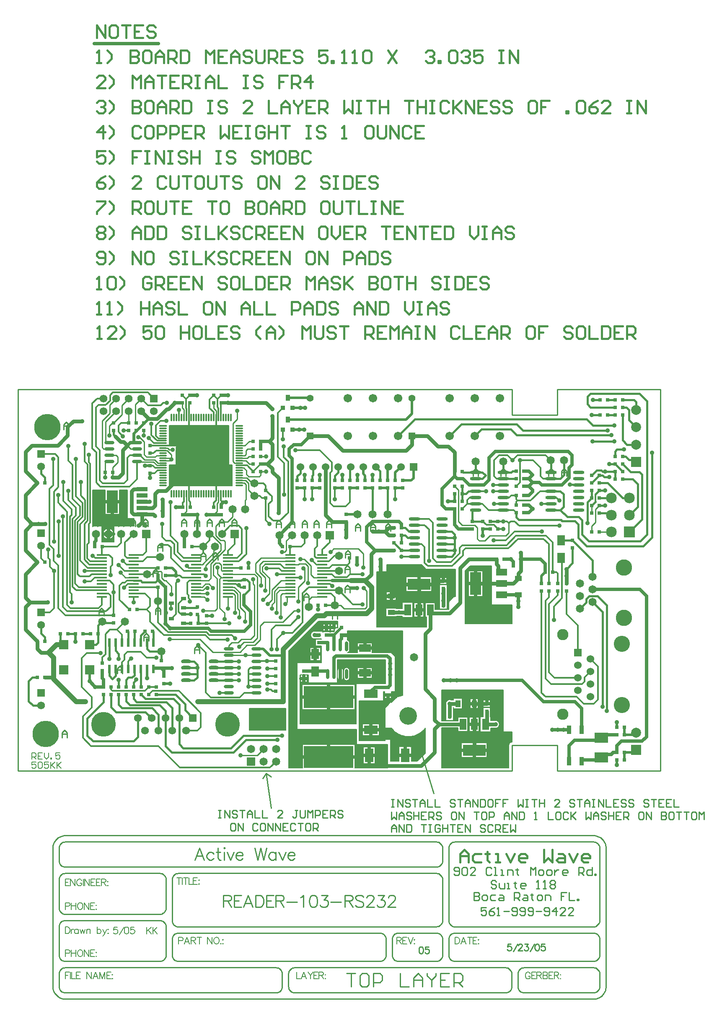
<source format=gtl>
%FSLAX24Y24*%
%MOIN*%
G70*
G01*
G75*
%ADD10C,0.0080*%
%ADD11R,0.0550X0.0400*%
%ADD12R,0.0300X0.0300*%
%ADD13R,0.0900X0.0550*%
%ADD14R,0.0900X0.1800*%
%ADD15R,0.0630X0.0118*%
%ADD16O,0.0630X0.0118*%
%ADD17O,0.0118X0.0630*%
%ADD18R,0.0780X0.0780*%
%ADD19R,0.0900X0.0350*%
%ADD20O,0.0800X0.0240*%
%ADD21R,0.0360X0.0500*%
%ADD22R,0.0360X0.0360*%
%ADD23R,0.1800X0.0900*%
%ADD24O,0.0900X0.0240*%
%ADD25R,0.0240X0.0700*%
%ADD26R,0.0800X0.0140*%
%ADD27O,0.0800X0.0300*%
%ADD28R,0.0400X0.0300*%
%ADD29R,0.1102X0.0790*%
%ADD30R,0.0550X0.0900*%
%ADD31R,0.0400X0.0550*%
%ADD32R,0.3949X0.1752*%
%ADD33R,0.0600X0.0800*%
%ADD34O,0.0240X0.0800*%
%ADD35R,0.0945X0.0591*%
%ADD36R,0.0350X0.0700*%
%ADD37R,0.1102X0.0709*%
%ADD38R,0.0709X0.1102*%
%ADD39C,0.0300*%
%ADD40C,0.0220*%
%ADD41C,0.0250*%
%ADD42C,0.0120*%
%ADD43C,0.0100*%
%ADD44C,0.0150*%
%ADD45C,0.0200*%
%ADD46C,0.0400*%
%ADD47C,0.0140*%
%ADD48C,0.0090*%
%ADD49C,0.0050*%
%ADD50R,0.0620X0.0620*%
%ADD51C,0.0620*%
%ADD52C,0.1967*%
%ADD53C,0.0650*%
%ADD54C,0.0550*%
%ADD55R,0.0650X0.0650*%
%ADD56R,0.0600X0.0600*%
%ADD57C,0.0600*%
%ADD58R,0.0520X0.0520*%
%ADD59C,0.0670*%
%ADD60C,0.2100*%
%ADD61C,0.1400*%
%ADD62C,0.1300*%
%ADD63C,0.1280*%
%ADD64C,0.0900*%
%ADD65C,0.0787*%
%ADD66R,0.0787X0.0787*%
%ADD67R,0.0850X0.0850*%
%ADD68C,0.0850*%
%ADD69C,0.0350*%
D10*
X105851Y71694D02*
X105932Y71672D01*
X106016D01*
X106097Y71694D01*
Y72274D02*
X106016Y72296D01*
X105932D01*
X105851Y72274D01*
X109234Y73057D02*
X109212Y72976D01*
Y72892D01*
X109234Y72811D01*
X109814D02*
X109839Y72934D01*
X109814Y73057D01*
X110033Y72925D02*
X109975Y72838D01*
X109954Y72734D01*
X110033Y72925D02*
X109975Y72838D01*
X109954Y72734D01*
X109234Y73607D02*
X109212Y73526D01*
Y73442D01*
X109234Y73361D01*
X109814D02*
X109839Y73484D01*
X109814Y73607D01*
X110474Y73254D02*
X110371Y73234D01*
X110283Y73175D01*
X110474Y73254D02*
X110371Y73234D01*
X110283Y73175D01*
X101089Y66804D02*
X101107Y66712D01*
X101159Y66635D01*
X101237Y66583D01*
X101329Y66564D01*
X101421Y66583D01*
X101499Y66635D01*
X101551Y66712D01*
X101569Y66804D01*
Y67364D02*
X101551Y67456D01*
X101499Y67534D01*
X101421Y67586D01*
X101329Y67604D01*
X101237Y67586D01*
X101159Y67534D01*
X101107Y67456D01*
X101089Y67364D01*
X101589Y66804D02*
X101607Y66712D01*
X101659Y66635D01*
X101737Y66583D01*
X101829Y66564D01*
X101921Y66583D01*
X101999Y66635D01*
X102051Y66712D01*
X102069Y66804D01*
Y67364D02*
X102051Y67456D01*
X101999Y67534D01*
X101921Y67586D01*
X101829Y67604D01*
X101737Y67586D01*
X101659Y67534D01*
X101607Y67456D01*
X101589Y67364D01*
X110147Y65024D02*
X110044Y65049D01*
X109938Y65037D01*
X109842Y64991D01*
X109767Y64916D01*
X109721Y64820D01*
X109710Y64715D01*
X109734Y64611D01*
X114974Y61679D02*
X114880Y61661D01*
X114801Y61608D01*
X114748Y61528D01*
X114729Y61434D01*
X114974Y61679D02*
X114880Y61661D01*
X114801Y61608D01*
X114748Y61528D01*
X114729Y61434D01*
X113551Y62794D02*
X113651Y62770D01*
X113754Y62780D01*
X113848Y62822D01*
X113923Y62892D01*
X113972Y62983D01*
X113989Y63084D01*
Y63084D02*
X113972Y63186D01*
X113923Y63277D01*
X113848Y63347D01*
X113754Y63389D01*
X113651Y63398D01*
X113551Y63374D01*
X83314Y78234D02*
X83303Y78332D01*
X83270Y78425D01*
X83218Y78509D01*
X83148Y78578D01*
X83065Y78631D01*
X82972Y78663D01*
X82874Y78674D01*
X82776Y78663D01*
X82683Y78631D01*
X82600Y78578D01*
X82530Y78509D01*
X82478Y78425D01*
X82445Y78332D01*
X82434Y78234D01*
X82445Y78136D01*
X82478Y78043D01*
X82530Y77960D01*
X82600Y77890D01*
X82683Y77838D01*
X82776Y77805D01*
X82874Y77794D01*
X82972Y77805D01*
X83065Y77838D01*
X83148Y77890D01*
X83218Y77960D01*
X83270Y78043D01*
X83303Y78136D01*
X83314Y78234D01*
X101877Y68774D02*
X101973Y68819D01*
X102040Y68901D01*
X102064Y69004D01*
Y69564D02*
X102040Y69668D01*
X101972Y69751D01*
X101874Y69795D01*
X105384Y62792D02*
X105446Y62713D01*
X105513Y62637D01*
X105584Y62566D01*
X105660Y62499D01*
X105739Y62437D01*
X105822Y62379D01*
X105908Y62327D01*
X105997Y62280D01*
X106089Y62238D01*
X106183Y62202D01*
X106279Y62172D01*
X106377Y62148D01*
X106476Y62129D01*
X106576Y62117D01*
X106676Y62110D01*
X106777Y62110D01*
X106878Y62115D01*
X106978Y62127D01*
X107077Y62145D01*
X107175Y62168D01*
X107271Y62198D01*
X107366Y62233D01*
X107458Y62274D01*
X107547Y62320D01*
X107634Y62371D01*
X107717Y62428D01*
X107797Y62490D01*
X107873Y62556D01*
X107945Y62627D01*
X108012Y62701D01*
X108075Y62780D01*
X99397Y70474D02*
X99297Y70498D01*
X99194Y70489D01*
X99100Y70447D01*
X99025Y70377D01*
X98976Y70286D01*
X98959Y70184D01*
X98976Y70083D01*
X99025Y69992D01*
X99100Y69922D01*
X99194Y69880D01*
X99297Y69870D01*
X99397Y69894D01*
X112664Y75284D02*
X113349D01*
X112664Y75234D02*
X113349D01*
X112664Y75184D02*
X113349D01*
X112664Y75134D02*
X113349D01*
X112664Y75084D02*
X113349D01*
X112664Y75034D02*
X113349D01*
X112664Y74984D02*
X113349D01*
X112664Y74934D02*
X113349D01*
X112664Y74884D02*
X113349D01*
X112664Y74834D02*
X113349D01*
X112664Y74784D02*
X113349D01*
X112664Y74734D02*
X113349D01*
X112664Y74684D02*
X113349D01*
X112664Y74634D02*
X113349D01*
X112664Y74584D02*
X113349D01*
X112664Y74534D02*
X113349D01*
X112664Y74484D02*
X113349D01*
X112664Y74434D02*
X113349D01*
X112664Y74384D02*
X113349D01*
X112664Y74334D02*
X113349D01*
Y72584D02*
X114999D01*
X113349D02*
X114999D01*
X112664Y74284D02*
X113349D01*
X112664Y74234D02*
X113349D01*
X112664Y74184D02*
X113349D01*
X112664Y74134D02*
X113349D01*
X112664Y74084D02*
X113349D01*
X112664Y74034D02*
X113349D01*
X112664Y73984D02*
X113349D01*
X112664Y73934D02*
X113349D01*
X112664Y73884D02*
X113349D01*
X112625Y75299D02*
Y75684D01*
X112575Y75299D02*
Y75684D01*
X112525Y75299D02*
Y75684D01*
X112475Y75299D02*
Y75684D01*
X113349Y72584D02*
Y75684D01*
X112425Y75299D02*
Y75684D01*
X112375Y75299D02*
Y75684D01*
X112325Y75299D02*
Y75684D01*
X112275Y75299D02*
Y75684D01*
X112225Y75299D02*
Y75684D01*
X112175Y75299D02*
Y75684D01*
X112125Y75299D02*
Y75684D01*
X112075Y75299D02*
Y75684D01*
X112025Y75299D02*
Y75684D01*
X111975Y75299D02*
Y75684D01*
X112664Y73834D02*
X113349D01*
X112664Y73784D02*
X113349D01*
X112664Y73734D02*
X113349D01*
X112664Y73684D02*
X113349D01*
X112664Y73634D02*
X113349D01*
X112664Y73584D02*
X113349D01*
X112664Y73269D02*
Y75299D01*
Y73534D02*
X113349D01*
X112664Y73484D02*
X113349D01*
X112664Y73434D02*
X113349D01*
X112664Y73384D02*
X113349D01*
X112664Y73334D02*
X113349D01*
X112664Y73284D02*
X113349D01*
X114999Y71084D02*
Y72584D01*
X114975Y71084D02*
Y72584D01*
X114925Y71084D02*
Y72584D01*
X114875Y71084D02*
Y72584D01*
X114825Y71084D02*
Y72584D01*
X114775Y71084D02*
Y72584D01*
X114725Y71084D02*
Y72584D01*
X114675Y71084D02*
Y72584D01*
X114625Y71084D02*
Y72584D01*
X114575Y71084D02*
Y72584D01*
X114525Y71084D02*
Y72584D01*
X114475Y71084D02*
Y72584D01*
X114425Y71084D02*
Y72584D01*
X114375Y71084D02*
Y72584D01*
X114325Y71084D02*
Y72584D01*
X114275Y71084D02*
Y72584D01*
X114225Y71084D02*
Y72584D01*
X114175Y71084D02*
Y72584D01*
X114125Y71084D02*
Y72584D01*
X114075Y71084D02*
Y72584D01*
X114025Y71084D02*
Y72584D01*
X113975Y71084D02*
Y72584D01*
X113925Y71084D02*
Y72584D01*
X113875Y71084D02*
Y72584D01*
X113825Y71084D02*
Y72584D01*
X113775Y71084D02*
Y72584D01*
X113725Y71084D02*
Y72584D01*
X113675Y71084D02*
Y72584D01*
X113625Y71084D02*
Y72584D01*
X113575Y71084D02*
Y72584D01*
X113525Y71084D02*
Y72584D01*
X113325Y71084D02*
Y75684D01*
X113275Y71084D02*
Y75684D01*
X113225Y71084D02*
Y75684D01*
X113175Y71084D02*
Y75684D01*
X113125Y71084D02*
Y75684D01*
X113075Y71084D02*
Y75684D01*
X113025Y71084D02*
Y75684D01*
X112975Y71084D02*
Y75684D01*
X112925Y71084D02*
Y75684D01*
X112875Y71084D02*
Y75684D01*
X112825Y71084D02*
Y75684D01*
X112775Y71084D02*
Y75684D01*
X112725Y71084D02*
Y75684D01*
X112675Y71084D02*
Y75684D01*
X112625Y71084D02*
Y73269D01*
X113475Y71084D02*
Y72584D01*
X113425Y71084D02*
Y72584D01*
X112575Y71084D02*
Y73269D01*
X113375Y71084D02*
Y72584D01*
X112525Y71084D02*
Y73269D01*
X112475Y71084D02*
Y73269D01*
X112425Y71084D02*
Y73269D01*
X112375Y71084D02*
Y73269D01*
X112325Y71084D02*
Y73269D01*
X112275Y71084D02*
Y73269D01*
X112225Y71084D02*
Y73269D01*
X112175Y71084D02*
Y73269D01*
X112125Y71084D02*
Y73269D01*
X112075Y71084D02*
Y73269D01*
X112025Y71084D02*
Y73269D01*
X111649Y75684D02*
X113349D01*
X111925Y75299D02*
Y75684D01*
X111875Y75299D02*
Y75684D01*
X111825Y75299D02*
Y75684D01*
X111775Y75299D02*
Y75684D01*
X111725Y75299D02*
Y75684D01*
X111675Y75299D02*
Y75684D01*
X111625Y75299D02*
Y75660D01*
X111599Y75634D02*
X113349D01*
X111549Y75584D02*
X113349D01*
X111499Y75534D02*
X113349D01*
X111449Y75484D02*
X113349D01*
X111399Y75434D02*
X113349D01*
X111349Y75384D02*
X113349D01*
X111249Y75284D02*
X111649Y75684D01*
X111575Y75299D02*
Y75610D01*
X111299Y75334D02*
X113349D01*
X111534Y75299D02*
X112664D01*
X111249Y75284D02*
X111534D01*
X111249Y75234D02*
X111534D01*
Y73269D02*
X112664D01*
X111249Y75184D02*
X111534D01*
X111249Y75134D02*
X111534D01*
X111249Y75084D02*
X111534D01*
X111249Y75034D02*
X111534D01*
X111249Y74984D02*
X111534D01*
X111249Y74934D02*
X111534D01*
X111249Y74884D02*
X111534D01*
X111249Y74834D02*
X111534D01*
X111249Y74784D02*
X111534D01*
X111249Y74734D02*
X111534D01*
X111249Y74684D02*
X111534D01*
X111249Y74634D02*
X111534D01*
X111249Y74584D02*
X111534D01*
X111249Y74534D02*
X111534D01*
X111249Y74484D02*
X111534D01*
X111249Y74434D02*
X111534D01*
X111249Y74384D02*
X111534D01*
X111249Y74334D02*
X111534D01*
X111249Y74284D02*
X111534D01*
X111249Y74234D02*
X111534D01*
X111249Y74184D02*
X111534D01*
X111249Y74134D02*
X111534D01*
X111249Y74084D02*
X111534D01*
X111249Y74034D02*
X111534D01*
X111249Y73984D02*
X111534D01*
X111249Y73934D02*
X111534D01*
X111249Y73884D02*
X111534D01*
X111249Y73834D02*
X111534D01*
X111249Y73784D02*
X111534D01*
X111249Y73734D02*
X111534D01*
X111249Y73684D02*
X111534D01*
X111249Y73634D02*
X111534D01*
X111249Y73584D02*
X111534D01*
X111249Y73534D02*
X111534D01*
X111249Y73484D02*
X111534D01*
X111249Y73434D02*
X111534D01*
X111249Y73384D02*
X111534D01*
X111249Y73334D02*
X111534D01*
X111249Y73284D02*
X111534D01*
X111249Y72534D02*
X114999D01*
X111249Y72484D02*
X114999D01*
X111249Y73234D02*
X113349D01*
X111249Y72434D02*
X114999D01*
X111249Y72384D02*
X114999D01*
X111249Y72334D02*
X114999D01*
X111249Y72284D02*
X114999D01*
X111249Y72234D02*
X114999D01*
X111249Y72184D02*
X114999D01*
X111249Y72134D02*
X114999D01*
X111249Y72084D02*
X114999D01*
X111249Y72034D02*
X114999D01*
X111249Y71984D02*
X114999D01*
X111249Y71934D02*
X114999D01*
X111249Y71884D02*
X114999D01*
X111249Y71834D02*
X114999D01*
X111249Y71784D02*
X114999D01*
X111249Y71734D02*
X114999D01*
X111249Y71684D02*
X114999D01*
X111249Y71634D02*
X114999D01*
X111249Y71584D02*
X114999D01*
X111249Y71534D02*
X114999D01*
X111249Y71484D02*
X114999D01*
X111249Y71434D02*
X114999D01*
X111249Y71384D02*
X114999D01*
X111249Y71334D02*
X114999D01*
X111249Y71284D02*
X114999D01*
X111249Y71234D02*
X114999D01*
X111249Y71184D02*
X114999D01*
X111249Y71134D02*
X114999D01*
X111249Y71084D02*
X114999D01*
X111975D02*
Y73269D01*
X111925Y71084D02*
Y73269D01*
X111875Y71084D02*
Y73269D01*
X111825Y71084D02*
Y73269D01*
X111775Y71084D02*
Y73269D01*
X111725Y71084D02*
Y73269D01*
X111525Y71084D02*
Y75560D01*
X111675Y71084D02*
Y73269D01*
X111475Y71084D02*
Y75510D01*
X111534Y73269D02*
Y75299D01*
X111425Y71084D02*
Y75460D01*
X111375Y71084D02*
Y75410D01*
X111325Y71084D02*
Y75360D01*
X111275Y71084D02*
Y75310D01*
X111249Y71084D02*
Y75284D01*
Y73184D02*
X113349D01*
X111249Y73134D02*
X113349D01*
X111249Y73084D02*
X113349D01*
X111249Y73034D02*
X113349D01*
X111249Y72984D02*
X113349D01*
X111249Y72934D02*
X113349D01*
X111625Y71084D02*
Y73269D01*
X111575Y71084D02*
Y73269D01*
X111249Y72884D02*
X113349D01*
X111249Y72834D02*
X113349D01*
X111249Y72784D02*
X113349D01*
X111249Y72734D02*
X113349D01*
X111249Y72684D02*
X113349D01*
X111249Y72634D02*
X113349D01*
X111249Y72584D02*
X113349D01*
X92449Y83719D02*
Y86849D01*
X88269Y84434D02*
X92449D01*
X92425Y82049D02*
Y86849D01*
X92375Y82049D02*
Y86849D01*
X92325Y82049D02*
Y86849D01*
X92275Y82049D02*
Y86849D01*
X92225Y82049D02*
Y86849D01*
X88269Y84384D02*
X92449D01*
X88269Y84334D02*
X92449D01*
X88269Y84284D02*
X92449D01*
X88269Y84234D02*
X92449D01*
X88269Y84184D02*
X92449D01*
X88269Y84134D02*
X92449D01*
X88269Y84084D02*
X92449D01*
Y83719D02*
X92709Y83729D01*
Y82049D02*
Y83729D01*
X92675Y82049D02*
Y83728D01*
X92625Y82049D02*
Y83726D01*
X92575Y82049D02*
Y83724D01*
X92525Y82049D02*
Y83722D01*
X92475Y82049D02*
Y83720D01*
X88269Y84034D02*
X92449D01*
X88269Y83984D02*
X92449D01*
X88269Y83934D02*
X92449D01*
X88269Y83884D02*
X92449D01*
X88269Y83834D02*
X92449D01*
X88269Y83784D02*
X92449D01*
X88269Y83734D02*
X92449D01*
X92175Y82049D02*
Y86849D01*
X92125Y82049D02*
Y86849D01*
X92075Y82049D02*
Y86849D01*
X92025Y82049D02*
Y86849D01*
X91975Y82049D02*
Y86849D01*
X91925Y82049D02*
Y86849D01*
X91875Y82049D02*
Y86849D01*
X91825Y82049D02*
Y86849D01*
X91775Y82049D02*
Y86849D01*
X91725Y82049D02*
Y86849D01*
X91675Y82049D02*
Y86849D01*
X91625Y82049D02*
Y86849D01*
X91575Y82049D02*
Y86849D01*
X91525Y82049D02*
Y86849D01*
X91475Y82049D02*
Y86849D01*
X91425Y82049D02*
Y86849D01*
X91375Y82049D02*
Y86849D01*
X91325Y82049D02*
Y86849D01*
X91275Y82049D02*
Y86849D01*
X91225Y82049D02*
Y86849D01*
X91175Y82049D02*
Y86849D01*
X91125Y82049D02*
Y86849D01*
X88269Y84599D02*
X88274Y85212D01*
X88269Y83719D02*
Y84599D01*
X91075Y82049D02*
Y86849D01*
X91025Y82049D02*
Y86849D01*
X90975Y82049D02*
Y86849D01*
X90925Y82049D02*
Y86849D01*
X90875Y82049D02*
Y86849D01*
X90825Y82049D02*
Y86849D01*
X90775Y82049D02*
Y86849D01*
X90725Y82049D02*
Y86849D01*
X90675Y82049D02*
Y86849D01*
X90625Y82049D02*
Y86849D01*
X90575Y82049D02*
Y86849D01*
X90525Y82049D02*
Y86849D01*
X90475Y82049D02*
Y86849D01*
X90425Y82049D02*
Y86849D01*
X90375Y82049D02*
Y86849D01*
X90325Y82049D02*
Y86849D01*
X90275Y82049D02*
Y86849D01*
X90225Y82049D02*
Y86849D01*
X90175Y82049D02*
Y86849D01*
X90125Y82049D02*
Y86849D01*
X90075Y82049D02*
Y86849D01*
X90025Y82049D02*
Y86849D01*
X89975Y82049D02*
Y86849D01*
X89925Y82049D02*
Y86849D01*
X89875Y82049D02*
Y86849D01*
X89825Y82049D02*
Y86849D01*
X89775Y82049D02*
Y86849D01*
X89725Y82049D02*
Y86849D01*
X89675Y82049D02*
Y86849D01*
X89625Y82049D02*
Y86849D01*
X89575Y82049D02*
Y86849D01*
X89525Y82049D02*
Y86849D01*
X89475Y82049D02*
Y86849D01*
X89425Y82049D02*
Y86849D01*
X89375Y82049D02*
Y86849D01*
X89325Y82049D02*
Y86849D01*
X89275Y82049D02*
Y86849D01*
X89225Y82049D02*
Y86849D01*
X89175Y82049D02*
Y86849D01*
X89125Y82049D02*
Y86849D01*
X89075Y82049D02*
Y86849D01*
X89025Y82049D02*
Y86849D01*
X88975Y82049D02*
Y86849D01*
X88925Y82049D02*
Y86849D01*
X88875Y82049D02*
Y86849D01*
X88825Y82049D02*
Y86849D01*
X88775Y82049D02*
Y86849D01*
X88725Y82049D02*
Y86849D01*
X88675Y82049D02*
Y86849D01*
X88625Y82049D02*
Y86849D01*
X88575Y82049D02*
Y86849D01*
X88525Y82049D02*
Y86849D01*
X88475Y82049D02*
Y86849D01*
X88425Y82049D02*
Y86849D01*
X88375Y82049D02*
Y86849D01*
X88325Y82049D02*
Y86849D01*
X88275Y82049D02*
Y86849D01*
X87919D02*
X92449D01*
X87729Y86834D02*
X92449D01*
X87729Y86784D02*
X92449D01*
X87729Y86734D02*
X92449D01*
X87729Y86684D02*
X92449D01*
X87728Y86634D02*
X92449D01*
X87728Y86584D02*
X92449D01*
X87728Y86534D02*
X92449D01*
X87728Y86484D02*
X92449D01*
X87728Y86434D02*
X92449D01*
X87728Y86384D02*
X92449D01*
X87727Y86334D02*
X92449D01*
X87727Y86284D02*
X92449D01*
X87727Y86234D02*
X92449D01*
X87727Y86184D02*
X92449D01*
X87727Y86134D02*
X92449D01*
X87727Y86084D02*
X92449D01*
X87727Y86034D02*
X92449D01*
X87726Y85984D02*
X92449D01*
X87726Y85934D02*
X92449D01*
X87726Y85884D02*
X92449D01*
X87726Y85834D02*
X92449D01*
X87726Y85784D02*
X92449D01*
X87726Y85734D02*
X92449D01*
X87725Y85684D02*
X92449D01*
X87725Y85634D02*
X92449D01*
X87725Y85584D02*
X92449D01*
X87725Y85534D02*
X92449D01*
X88225Y85212D02*
Y86849D01*
X88175Y85212D02*
Y86849D01*
X88125Y85212D02*
Y86849D01*
X88075Y85212D02*
Y86849D01*
X88025Y85212D02*
Y86849D01*
X87975Y85212D02*
Y86849D01*
X87925Y85212D02*
Y86849D01*
X87729D02*
X87919D01*
X87725Y85484D02*
X92449D01*
X87875Y85212D02*
Y86849D01*
X87825Y85212D02*
Y86849D01*
X87775Y85212D02*
Y86849D01*
X87724Y85212D02*
X87729Y86849D01*
X87725Y85212D02*
Y85526D01*
X88274Y85184D02*
X92449D01*
X88273Y85134D02*
X92449D01*
X88273Y85084D02*
X92449D01*
X88273Y85034D02*
X92449D01*
X88272Y84984D02*
X92449D01*
X88272Y84934D02*
X92449D01*
X88271Y84884D02*
X92449D01*
X87725Y85434D02*
X92449D01*
X87725Y85384D02*
X92449D01*
X87724Y85334D02*
X92449D01*
X87724Y85284D02*
X92449D01*
X87724Y85234D02*
X92449D01*
X87724Y85212D02*
X88274D01*
X87739Y83684D02*
X92709D01*
X87739Y83634D02*
X92709D01*
X87739Y83584D02*
X92709D01*
X87739Y83534D02*
X92709D01*
X87739Y83484D02*
X92709D01*
X87739Y83434D02*
X92709D01*
X87739Y83384D02*
X92709D01*
X87739Y83334D02*
X92709D01*
X87739Y83284D02*
X92709D01*
X87739Y83234D02*
X92709D01*
X87739Y83184D02*
X92709D01*
X87739Y83134D02*
X92709D01*
X87739Y83084D02*
X92709D01*
X87739Y83034D02*
X92709D01*
X87739Y82984D02*
X92709D01*
X87739Y82934D02*
X92709D01*
X87739Y82884D02*
X92709D01*
X87739Y82834D02*
X92709D01*
X87739Y82784D02*
X92709D01*
X87739Y82734D02*
X92709D01*
X87739Y82684D02*
X92709D01*
X87739Y82634D02*
X92709D01*
X87739Y82584D02*
X92709D01*
X87739Y82534D02*
X92709D01*
X87739Y82484D02*
X92709D01*
X87739Y82434D02*
X92709D01*
X87739Y82384D02*
X92709D01*
X88271Y84834D02*
X92449D01*
X88271Y84784D02*
X92449D01*
X88270Y84734D02*
X92449D01*
X88270Y84684D02*
X92449D01*
X88269Y84634D02*
X92449D01*
X88269Y84584D02*
X92449D01*
X88269Y84534D02*
X92449D01*
X88269Y84484D02*
X92449D01*
X87739Y83719D02*
X88269D01*
X88225Y82049D02*
Y83719D01*
X88175Y82049D02*
Y83719D01*
X88125Y82049D02*
Y83719D01*
X88075Y82049D02*
Y83719D01*
X88025Y82049D02*
Y83719D01*
X87975Y82049D02*
Y83719D01*
X87739Y82334D02*
X92709D01*
X87925Y82049D02*
Y83719D01*
X87875Y82049D02*
Y83719D01*
X87825Y82049D02*
Y83719D01*
X87775Y82049D02*
Y83719D01*
X87739Y82049D02*
Y83719D01*
Y82284D02*
X92709D01*
X87739Y82234D02*
X92709D01*
X87739Y82184D02*
X92709D01*
X87739Y82134D02*
X92709D01*
X87739Y82084D02*
X92709D01*
X87739Y82049D02*
X92709D01*
X104224Y71684D02*
X104959D01*
X104224Y71734D02*
X104959D01*
X104224Y71784D02*
X104959D01*
X104224Y71834D02*
X104959D01*
X104975Y70834D02*
Y71644D01*
X105025Y70834D02*
Y71644D01*
X104959D02*
X105789D01*
X105075Y70834D02*
Y71644D01*
X105125Y70834D02*
Y71644D01*
X104224Y71884D02*
X104959D01*
X104224Y71934D02*
X104959D01*
X104224Y71984D02*
X104959D01*
X104224Y72034D02*
X104959D01*
X104224Y72084D02*
X104959D01*
X104224Y72134D02*
X104959D01*
X104224Y72184D02*
X104959D01*
X104224Y72234D02*
X104959D01*
X104224Y72284D02*
X104959D01*
X105175Y70834D02*
Y71644D01*
X105225Y70834D02*
Y71644D01*
X105275Y70834D02*
Y71644D01*
X105325Y70834D02*
Y71644D01*
X105375Y70834D02*
Y71644D01*
X105425Y70834D02*
Y71644D01*
X105475Y70834D02*
Y71644D01*
X105525Y70834D02*
Y71644D01*
X105575Y70834D02*
Y71644D01*
X105625Y70834D02*
Y71644D01*
X105675Y70834D02*
Y71644D01*
X105725Y70834D02*
Y71644D01*
X105775Y70834D02*
Y71644D01*
X105789D02*
Y71694D01*
X105851D01*
X105825Y70834D02*
Y71694D01*
X105789Y71684D02*
X105878D01*
X105875Y70834D02*
Y71685D01*
X105789Y72274D02*
X105851D01*
X104224Y70834D02*
Y75234D01*
X104225Y70834D02*
Y75234D01*
X104275Y70834D02*
Y75234D01*
X104325Y70834D02*
Y75234D01*
X104375Y70834D02*
Y75234D01*
X104425Y70834D02*
Y75234D01*
X104475Y70834D02*
Y75234D01*
X104525Y70834D02*
Y75234D01*
X104575Y70834D02*
Y75234D01*
X104625Y70834D02*
Y75234D01*
X104675Y70834D02*
Y75234D01*
X104725Y70834D02*
Y75234D01*
X104775Y70834D02*
Y75234D01*
X104825Y70834D02*
Y75234D01*
X104959Y71644D02*
Y72324D01*
X105789D01*
X104875Y70834D02*
Y75234D01*
X104925Y70834D02*
Y75234D01*
X104975Y72324D02*
Y75234D01*
X105025Y72324D02*
Y72964D01*
X105075Y72324D02*
Y72964D01*
X105125Y72324D02*
Y72964D01*
X105175Y72324D02*
Y72964D01*
X105789Y72284D02*
X105878D01*
X105789Y72274D02*
Y72324D01*
X105225D02*
Y72964D01*
X105825Y72274D02*
Y75784D01*
X105275Y72324D02*
Y72964D01*
X105325Y72324D02*
Y72964D01*
X105375Y72324D02*
Y72964D01*
X105425Y72324D02*
Y72964D01*
X105475Y72324D02*
Y72964D01*
X105525Y72324D02*
Y72964D01*
X105575Y72324D02*
Y72964D01*
X105625Y72324D02*
Y72964D01*
X105675Y72324D02*
Y72964D01*
X105725Y72324D02*
Y72964D01*
X105775Y72324D02*
Y75784D01*
X104224Y70834D02*
X108204D01*
X104224Y70884D02*
X108204D01*
X105925Y70834D02*
Y71673D01*
X105975Y70834D02*
Y71669D01*
X104224Y70934D02*
X108204D01*
X104224Y70984D02*
X108204D01*
X104224Y71034D02*
X108204D01*
X104224Y71084D02*
X108204D01*
X104224Y71134D02*
X108204D01*
X104224Y71184D02*
X108204D01*
X104224Y71234D02*
X108204D01*
X104224Y71284D02*
X108204D01*
X104224Y71334D02*
X108204D01*
X104224Y71634D02*
X106259D01*
X104224Y71384D02*
X108204D01*
X104224Y71434D02*
X108204D01*
X104224Y71484D02*
X108204D01*
X104224Y71534D02*
X108204D01*
X104224Y71584D02*
X108204D01*
X106275Y70834D02*
Y71594D01*
X106325Y70834D02*
Y71594D01*
X106375Y70834D02*
Y71594D01*
X106425Y70834D02*
Y71594D01*
X106475Y70834D02*
Y71594D01*
X106525Y70834D02*
Y71594D01*
X106575Y70834D02*
Y71594D01*
X106625Y70834D02*
Y71594D01*
X106675Y70834D02*
Y71594D01*
X106725Y70834D02*
Y71594D01*
X106775Y70834D02*
Y71594D01*
X106825Y70834D02*
Y71594D01*
X106875Y70834D02*
Y71594D01*
X106925Y70834D02*
Y71594D01*
X106975Y70834D02*
Y71594D01*
X107025Y70834D02*
Y71594D01*
X106259D02*
X107089D01*
X107075Y70834D02*
Y71594D01*
X107089Y71634D02*
X107179D01*
X106025Y70834D02*
Y71673D01*
X106075Y70834D02*
Y71686D01*
X106125Y70834D02*
Y71694D01*
X106175Y70834D02*
Y71694D01*
X106070Y71684D02*
X106259D01*
X106225Y70834D02*
Y71694D01*
X106097D02*
X106259D01*
X105875Y72283D02*
Y75784D01*
X105925Y72295D02*
Y75784D01*
X105975Y72299D02*
Y75784D01*
X106025Y72295D02*
Y75784D01*
X106075Y72283D02*
Y75784D01*
X106070Y72284D02*
X106259D01*
X106097Y72274D02*
X106259D01*
X104224Y72334D02*
X106259D01*
X106125Y72274D02*
Y75784D01*
X106175Y72274D02*
Y75784D01*
X106259Y71594D02*
Y71694D01*
X107089Y71684D02*
X107179D01*
X107089Y71594D02*
Y72774D01*
X107125Y70834D02*
Y73664D01*
X107089Y71734D02*
X107179D01*
X107089Y71784D02*
X107179D01*
X107089Y71834D02*
X107179D01*
X107089Y71884D02*
X107179D01*
X107089Y71934D02*
X107179D01*
X107089Y71984D02*
X107179D01*
X107089Y72034D02*
X107179D01*
X106225Y72274D02*
Y75784D01*
X107089Y72084D02*
X107179D01*
X106259Y72274D02*
Y72774D01*
X107089Y72134D02*
X107179D01*
X107089Y72184D02*
X107179D01*
X107089Y72234D02*
X107179D01*
X107089Y72284D02*
X107179D01*
X104224Y72384D02*
X106259D01*
X104224Y72434D02*
X106259D01*
X104224Y72484D02*
X106259D01*
X104224Y72984D02*
X104979D01*
X104224Y72534D02*
X106259D01*
X104224Y72584D02*
X106259D01*
X104224Y72634D02*
X106259D01*
X104224Y72684D02*
X106259D01*
X104224Y72734D02*
X106259D01*
X104224Y73034D02*
X104979D01*
X104224Y73084D02*
X104979D01*
X104224Y73134D02*
X104979D01*
X104224Y73184D02*
X104979D01*
X104224Y73234D02*
X104979D01*
X104224Y73284D02*
X104979D01*
X104224Y73334D02*
X104979D01*
X104224Y73384D02*
X104979D01*
X104224Y73434D02*
X104979D01*
X104224Y73484D02*
X104979D01*
X104224Y73534D02*
X104979D01*
X104224Y73584D02*
X104979D01*
Y72964D02*
Y73604D01*
Y72964D02*
X105769D01*
Y73604D01*
X104224Y73684D02*
X106554D01*
X104979Y73604D02*
X105769D01*
X104224Y73734D02*
X106554D01*
X104224Y73784D02*
X106554D01*
X104224Y73834D02*
X106554D01*
X104224Y73884D02*
X106554D01*
X104224Y73934D02*
X106554D01*
X104224Y73984D02*
X106554D01*
X104224Y74034D02*
X106554D01*
X104224Y74084D02*
X106554D01*
X104224Y74134D02*
X106554D01*
X105025Y73604D02*
Y75784D01*
X105075Y73604D02*
Y75784D01*
X105125Y73604D02*
Y75784D01*
X104224Y74184D02*
X106554D01*
X104224Y74234D02*
X106554D01*
X104224Y74284D02*
X106554D01*
X104224Y74334D02*
X106554D01*
X104224Y74384D02*
X106554D01*
X104224Y74434D02*
X106554D01*
X104224Y74484D02*
X106554D01*
X104224Y74534D02*
X106554D01*
X104224Y75234D02*
X105024D01*
Y75784D01*
X104224Y74584D02*
X106554D01*
X104224Y74634D02*
X106554D01*
X104224Y74684D02*
X106554D01*
X104224Y74734D02*
X106554D01*
X104224Y74784D02*
X106554D01*
X105175Y73604D02*
Y75784D01*
X105225Y73604D02*
Y75784D01*
X105275Y73604D02*
Y75784D01*
X106275Y72774D02*
Y75784D01*
X106325Y72774D02*
Y75784D01*
X106375Y72774D02*
Y75784D01*
X106425Y72774D02*
Y75784D01*
X106475Y72774D02*
Y75784D01*
X106525Y72774D02*
Y75784D01*
X105325Y73604D02*
Y75784D01*
X105375Y73604D02*
Y75784D01*
X105425Y73604D02*
Y75784D01*
X105475Y73604D02*
Y75784D01*
X105525Y73604D02*
Y75784D01*
X105575Y73604D02*
Y75784D01*
X106554Y73664D02*
Y74804D01*
X105625Y73604D02*
Y75784D01*
X105675Y73604D02*
Y75784D01*
X105725Y73604D02*
Y75784D01*
X104224Y72884D02*
X109213D01*
X106259Y72774D02*
X107089D01*
X104224Y72934D02*
X109209D01*
X105769Y72984D02*
X109213D01*
X104224Y72784D02*
X109234D01*
X104224Y72834D02*
X109225D01*
X105769Y73034D02*
X109225D01*
X105769Y73084D02*
X109234D01*
X105769Y73134D02*
X109234D01*
X105769Y73184D02*
X109234D01*
X105769Y73234D02*
X109234D01*
X105769Y73434D02*
X109213D01*
X105769Y73484D02*
X109209D01*
X105769Y73534D02*
X109213D01*
X105769Y73284D02*
X109234D01*
X105769Y73334D02*
X109234D01*
X104224Y73634D02*
X109234D01*
X105769Y73384D02*
X109225D01*
X105769Y73584D02*
X109225D01*
X107089Y72334D02*
X107179D01*
X107089Y72384D02*
X107179D01*
X107089Y72434D02*
X107179D01*
X107089Y72484D02*
X107179D01*
X107089Y72534D02*
X107179D01*
X107089Y72584D02*
X107179D01*
X107089Y72634D02*
X107179D01*
X107089Y72684D02*
X107179D01*
X107089Y72734D02*
X107179D01*
X106575Y72774D02*
Y73664D01*
X106625Y72774D02*
Y73664D01*
X106675Y72774D02*
Y73664D01*
X106725Y72774D02*
Y73664D01*
X106775Y72774D02*
Y73664D01*
X106825Y72774D02*
Y73664D01*
X107179Y72754D02*
X107969D01*
X106875Y72774D02*
Y73664D01*
X106925Y72774D02*
Y73664D01*
X106975Y72774D02*
Y73664D01*
X104224Y74834D02*
X110474D01*
X104224Y74884D02*
X110474D01*
X104224Y74934D02*
X110474D01*
X104224Y74984D02*
X110474D01*
X104224Y75034D02*
X110474D01*
X104224Y75084D02*
X110474D01*
X104224Y75134D02*
X110474D01*
X104224Y75184D02*
X110474D01*
X105024Y75234D02*
X110474D01*
X105024Y75534D02*
X108024D01*
X105024Y75584D02*
X107974D01*
X105024Y75634D02*
X107924D01*
X105024Y75684D02*
X107874D01*
X105024Y75734D02*
X107824D01*
X105024Y75284D02*
X110474D01*
X105024Y75334D02*
X110474D01*
X105024Y75384D02*
X110474D01*
X105024Y75434D02*
X108124D01*
X105024Y75484D02*
X108074D01*
X106575Y74804D02*
Y75784D01*
X106625Y74804D02*
Y75784D01*
X106675Y74804D02*
Y75784D01*
X106725Y74804D02*
Y75784D01*
X107025Y72774D02*
Y73664D01*
X107075Y72774D02*
Y73664D01*
X106554D02*
X108594D01*
X106554Y74804D02*
X108594D01*
X106775D02*
Y75784D01*
X106825Y74804D02*
Y75784D01*
X106875Y74804D02*
Y75784D01*
X106925Y74804D02*
Y75784D01*
X106975Y74804D02*
Y75784D01*
X107025Y74804D02*
Y75784D01*
X107075Y74804D02*
Y75784D01*
X105024D02*
X107774D01*
X107125Y74804D02*
Y75784D01*
X107175Y74804D02*
Y75784D01*
X107225Y70834D02*
Y71614D01*
X107275Y70834D02*
Y71614D01*
X107325Y70834D02*
Y71614D01*
X107375Y70834D02*
Y71614D01*
X107425Y70834D02*
Y71614D01*
X107475Y70834D02*
Y71614D01*
X107525Y70834D02*
Y71614D01*
X107575Y70834D02*
Y71614D01*
X107625Y70834D02*
Y71614D01*
X107675Y70834D02*
Y71614D01*
X107725Y70834D02*
Y71614D01*
X107775Y70834D02*
Y71614D01*
X107825Y70834D02*
Y71614D01*
X107875Y70834D02*
Y71614D01*
X107925Y70834D02*
Y71614D01*
X107179D02*
X107969D01*
Y71634D02*
X108079D01*
X107969Y71684D02*
X108079D01*
X107969Y71734D02*
X108079D01*
X107969Y71784D02*
X108079D01*
X107969Y71834D02*
X108079D01*
X108125Y70834D02*
Y71614D01*
X108175Y70834D02*
Y71614D01*
X107969Y71884D02*
X108079D01*
X108204Y70834D02*
Y71614D01*
X108079D02*
X108204D01*
X107969Y71934D02*
X108079D01*
X107969Y71984D02*
X108079D01*
X107969Y72034D02*
X108079D01*
X107969Y72084D02*
X108079D01*
X107969Y72134D02*
X108079D01*
X107969Y72184D02*
X108079D01*
X107969Y72234D02*
X108079D01*
X107969Y72284D02*
X108079D01*
X107969Y72334D02*
X108079D01*
X107969Y72384D02*
X108079D01*
X107179Y71614D02*
Y72754D01*
X107175Y70834D02*
Y73664D01*
X107225Y72754D02*
Y73664D01*
X107275Y72754D02*
Y73664D01*
X107969Y72434D02*
X108079D01*
X107325Y72754D02*
Y73664D01*
X107375Y72754D02*
Y73664D01*
X107425Y72754D02*
Y73664D01*
X107475Y72754D02*
Y73664D01*
X107525Y72754D02*
Y73664D01*
X107575Y72754D02*
Y73664D01*
X107625Y72754D02*
Y73664D01*
X107675Y72754D02*
Y73664D01*
X107725Y72754D02*
Y73664D01*
X107775Y72754D02*
Y73664D01*
X107825Y72754D02*
Y73664D01*
X107875Y72754D02*
Y73664D01*
X107925Y72754D02*
Y73664D01*
X107969Y71614D02*
Y72754D01*
X107975Y70834D02*
Y73664D01*
X108025Y70834D02*
Y73664D01*
X108075Y70834D02*
Y73664D01*
X107969Y72484D02*
X108079D01*
X107969Y72534D02*
X108079D01*
X107969Y72584D02*
X108079D01*
Y71614D02*
Y72754D01*
X107969Y72634D02*
X108079D01*
X107969Y72684D02*
X108079D01*
X107969Y72734D02*
X108079D01*
X108125Y72754D02*
Y73664D01*
X108175Y72754D02*
Y73664D01*
X108225Y72754D02*
Y73664D01*
X108275Y72754D02*
Y73664D01*
X108325Y72754D02*
Y73664D01*
X108375Y72754D02*
Y73664D01*
X108425Y72754D02*
Y73664D01*
X108475Y72754D02*
Y73664D01*
X108869Y72204D02*
X109254D01*
X109275D02*
Y72244D01*
X109325Y72204D02*
Y72244D01*
X109375Y72204D02*
Y72244D01*
X109254Y72204D02*
X109794D01*
X109254D02*
X109794D01*
X108869Y72234D02*
X109942D01*
X109425Y72204D02*
Y72244D01*
X109234D02*
X109524D01*
X108869Y72284D02*
X109234D01*
X108869Y72334D02*
X109234D01*
X108869Y72384D02*
X109234D01*
Y72244D02*
Y72534D01*
X108869Y72434D02*
X109234D01*
X108869Y72484D02*
X109234D01*
X108869Y72534D02*
X109234D01*
X108869Y72584D02*
X109234D01*
X108869Y72634D02*
X109234D01*
X108869Y72684D02*
X109234D01*
X109475Y72204D02*
Y72244D01*
X109525Y72204D02*
Y72244D01*
X109575Y72204D02*
Y72244D01*
X109625Y72204D02*
Y72244D01*
X109675Y72204D02*
Y72244D01*
X109794Y72204D02*
X109912D01*
X109725D02*
Y72244D01*
X109775Y72204D02*
Y72244D01*
X109912Y72204D02*
X109954Y72246D01*
X109524Y72244D02*
X109814D01*
Y72284D02*
X109954D01*
X109814Y72334D02*
X109954D01*
X109814Y72384D02*
X109954D01*
X109814Y72434D02*
X109954D01*
X109814Y72484D02*
X109954D01*
X109814Y72534D02*
X109954D01*
X109814Y72584D02*
X109954D01*
X109814Y72634D02*
X109954D01*
X109814Y72684D02*
X109954D01*
X108869Y72204D02*
Y72754D01*
X108875Y72204D02*
Y75434D01*
X108925Y72204D02*
Y75434D01*
X108975Y72204D02*
Y75434D01*
X109025Y72204D02*
Y75434D01*
X109225Y72204D02*
Y72835D01*
X109075Y72204D02*
Y75434D01*
X109125Y72204D02*
Y75434D01*
X109175Y72204D02*
Y75434D01*
X108525Y72754D02*
Y73664D01*
X108575Y72754D02*
Y73664D01*
X108625Y72754D02*
Y75434D01*
X108675Y72754D02*
Y75434D01*
X108725Y72754D02*
Y75434D01*
X108079Y72754D02*
X108869D01*
Y72734D02*
X109234D01*
X108775Y72754D02*
Y75434D01*
X108825Y72754D02*
Y75434D01*
X109234Y72534D02*
Y72811D01*
Y72534D02*
Y72811D01*
X109814Y72244D02*
Y72811D01*
Y72534D02*
Y72811D01*
Y72734D02*
X109954D01*
Y72246D02*
Y72734D01*
X109825Y72204D02*
Y72841D01*
X109875Y72204D02*
Y75434D01*
X109925Y72217D02*
Y75434D01*
X109814Y72784D02*
X109959D01*
X109823Y72834D02*
X109973D01*
X109975Y72839D02*
Y75434D01*
X109835Y72884D02*
X110000D01*
X109839Y72934D02*
X110042D01*
X110025Y72917D02*
Y75434D01*
X108594Y73684D02*
X109234D01*
X108594Y73734D02*
X109234D01*
X108594Y73784D02*
X109234D01*
X108594Y73834D02*
X109234D01*
X108594Y73884D02*
X109234D01*
X108594Y73934D02*
X109234D01*
X108594Y73984D02*
X109234D01*
X108594Y74034D02*
X109234D01*
X108594Y74084D02*
X109234D01*
X108594Y74134D02*
X109234D01*
X108594Y74234D02*
X109254D01*
X108594Y74284D02*
X109254D01*
X108594Y74334D02*
X109254D01*
X108594Y74384D02*
X109254D01*
X108594Y74434D02*
X109254D01*
X108594Y74484D02*
X109254D01*
X108594Y74534D02*
X109254D01*
X109225Y73033D02*
Y73385D01*
X109234Y73057D02*
Y73361D01*
X108594Y73664D02*
Y74804D01*
X109234Y73607D02*
Y73884D01*
Y73607D02*
Y73884D01*
Y74174D01*
X109524D01*
X109275D02*
Y74214D01*
X108594Y74584D02*
X109254D01*
X108594Y74634D02*
X109254D01*
X108594Y74684D02*
X109254D01*
Y74214D02*
Y74754D01*
X108594Y74734D02*
X109254D01*
X109325Y74174D02*
Y74214D01*
X109375Y74174D02*
Y74214D01*
X109425Y74174D02*
Y74214D01*
X109475Y74174D02*
Y74214D01*
X109525Y74174D02*
Y74214D01*
X107225Y74804D02*
Y75784D01*
X107275Y74804D02*
Y75784D01*
X107325Y74804D02*
Y75784D01*
X107375Y74804D02*
Y75784D01*
X107425Y74804D02*
Y75784D01*
X107475Y74804D02*
Y75784D01*
X107525Y74804D02*
Y75784D01*
X107575Y74804D02*
Y75784D01*
X107625Y74804D02*
Y75784D01*
X107825Y74804D02*
Y75733D01*
X107675Y74804D02*
Y75784D01*
X107725Y74804D02*
Y75784D01*
X107775Y74804D02*
Y75783D01*
X107975Y74804D02*
Y75583D01*
X108025Y74804D02*
Y75533D01*
X107774Y75784D02*
X108074Y75484D01*
X107875Y74804D02*
Y75683D01*
X107925Y74804D02*
Y75633D01*
X108125Y74804D02*
Y75434D01*
X109225Y73583D02*
Y75434D01*
X108075Y74804D02*
Y75483D01*
X109275Y74754D02*
Y75434D01*
X109325Y74754D02*
Y75434D01*
X109375Y74754D02*
Y75434D01*
X109425Y74754D02*
Y75434D01*
X109475Y74754D02*
Y75434D01*
X109525Y74754D02*
Y75434D01*
X108175Y74804D02*
Y75434D01*
X108225Y74804D02*
Y75434D01*
X108074Y75484D02*
X108124Y75434D01*
X108275Y74804D02*
Y75434D01*
X108325Y74804D02*
Y75434D01*
X108375Y74804D02*
Y75434D01*
X108425Y74804D02*
Y75434D01*
X108475Y74804D02*
Y75434D01*
X108525Y74804D02*
Y75434D01*
X108575Y74804D02*
Y75434D01*
X109835Y72984D02*
X110092D01*
X109823Y73034D02*
X110142D01*
X109814Y73057D02*
Y73361D01*
X109825Y73027D02*
Y73391D01*
X109814Y73084D02*
X110192D01*
X109814Y73134D02*
X110242D01*
X109814Y73184D02*
X110293D01*
X109814Y73234D02*
X110372D01*
X109814Y73284D02*
X110474D01*
X109814Y73334D02*
X110474D01*
X109524Y74174D02*
X109814D01*
X109575D02*
Y74214D01*
X109625Y74174D02*
Y74214D01*
X109823Y73384D02*
X110474D01*
X109835Y73434D02*
X110474D01*
X108594Y74184D02*
X110474D01*
X109839Y73484D02*
X110474D01*
X109835Y73534D02*
X110474D01*
X110033Y72925D02*
X110283Y73175D01*
X109814Y73607D02*
Y73884D01*
Y73607D02*
Y73884D01*
X109823Y73584D02*
X110474D01*
X109814Y73634D02*
X110474D01*
X109814Y73684D02*
X110474D01*
X109814Y73734D02*
X110474D01*
X109814Y73784D02*
X110474D01*
X109814Y73834D02*
X110474D01*
X109814Y73884D02*
X110474D01*
X109814D02*
Y74174D01*
Y73934D02*
X110474D01*
X109814Y73984D02*
X110474D01*
X109814Y74034D02*
X110474D01*
X109814Y74084D02*
X110474D01*
X109814Y74134D02*
X110474D01*
X109675Y74174D02*
Y74214D01*
X109725Y74174D02*
Y74214D01*
X109775Y74174D02*
Y74214D01*
X109254D02*
X109794D01*
Y74234D02*
X110474D01*
X109794Y74284D02*
X110474D01*
X109794Y74334D02*
X110474D01*
X109575Y74754D02*
Y75434D01*
X109625Y74754D02*
Y75434D01*
X109675Y74754D02*
Y75434D01*
X109725Y74754D02*
Y75434D01*
X108594Y74784D02*
X110474D01*
X109254Y74754D02*
X109794D01*
X108124Y75434D02*
X110474D01*
X109775Y74754D02*
Y75434D01*
X108124D02*
X110474D01*
X110075Y72967D02*
Y75434D01*
X110125Y73017D02*
Y75434D01*
X110175Y73067D02*
Y75434D01*
X110225Y73117D02*
Y75434D01*
X110275Y73167D02*
Y75434D01*
X110325Y73209D02*
Y75434D01*
X110375Y73235D02*
Y75434D01*
X110425Y73250D02*
Y75434D01*
X110474Y73254D02*
Y75434D01*
X109794Y74384D02*
X110474D01*
X109794Y74434D02*
X110474D01*
X109794Y74484D02*
X110474D01*
X109825Y73577D02*
Y75434D01*
X109794Y74214D02*
Y74754D01*
Y74534D02*
X110474D01*
X109794Y74584D02*
X110474D01*
X109794Y74634D02*
X110474D01*
X109794Y74684D02*
X110474D01*
X109794Y74734D02*
X110474D01*
X98325Y63134D02*
Y64248D01*
X98124Y64284D02*
X98303D01*
X98124Y64334D02*
X98303D01*
X98375Y63134D02*
Y64248D01*
X98425Y63134D02*
Y64248D01*
X98475Y63134D02*
Y64248D01*
X98525Y63134D02*
Y64248D01*
X98124Y64384D02*
X98303D01*
X98124Y64434D02*
X98303D01*
X98124Y64484D02*
X98303D01*
X98124Y64534D02*
X98303D01*
X98124Y64584D02*
X98303D01*
X98124Y64634D02*
X98303D01*
X98124Y64684D02*
X98303D01*
X98124Y64734D02*
X98303D01*
X98575Y63134D02*
Y64248D01*
X98625Y63134D02*
Y64248D01*
X98675Y63134D02*
Y64248D01*
X98725Y63134D02*
Y64248D01*
X98775Y63134D02*
Y64248D01*
X98825Y63134D02*
Y64248D01*
X98875Y63134D02*
Y64248D01*
X98925Y63134D02*
Y64248D01*
X98975Y63134D02*
Y64248D01*
X99025Y63134D02*
Y64248D01*
X99075Y63134D02*
Y64248D01*
X99125Y63134D02*
Y64248D01*
X99175Y63134D02*
Y64248D01*
X99225Y63134D02*
Y64248D01*
X99275Y63134D02*
Y64248D01*
X99325Y63134D02*
Y64248D01*
X98124Y64784D02*
X98303D01*
X98124Y64834D02*
X98303D01*
X98124Y64884D02*
X98303D01*
X98124Y64934D02*
X98303D01*
X98124Y64984D02*
X98303D01*
X98124Y65034D02*
X98303D01*
X98124Y65084D02*
X98303D01*
X98124Y65134D02*
X98303D01*
X98124Y65184D02*
X98303D01*
X98124Y65234D02*
X98303D01*
X98124Y65284D02*
X98303D01*
X98124Y65334D02*
X98303D01*
X98124Y65384D02*
X98303D01*
X98124Y65434D02*
X98303D01*
X98124Y65484D02*
X98303D01*
X98124Y65534D02*
X98303D01*
X98175Y63134D02*
Y66464D01*
X98225Y63134D02*
Y66464D01*
X98124Y63134D02*
Y67034D01*
X98125Y63134D02*
Y67034D01*
X98124Y65584D02*
X98303D01*
X98124Y65634D02*
X98303D01*
X98275Y63134D02*
Y66464D01*
X98303Y64248D02*
Y66240D01*
X98124Y65684D02*
X98303D01*
X98124Y65734D02*
X98303D01*
X98124Y65784D02*
X98303D01*
X98124Y65834D02*
X98303D01*
X98124Y65884D02*
X98303D01*
X98124Y65934D02*
X98303D01*
X98124Y65984D02*
X98303D01*
X98124Y66034D02*
X98303D01*
X98124Y63134D02*
X102574D01*
X98124Y63184D02*
X102574D01*
X98124Y63234D02*
X102574D01*
X98124Y63284D02*
X102574D01*
X98124Y63334D02*
X102574D01*
X98124Y63384D02*
X102574D01*
X98124Y63434D02*
X102574D01*
X98124Y63484D02*
X102574D01*
X98124Y63534D02*
X102574D01*
X98124Y63584D02*
X102574D01*
X98124Y63634D02*
X102574D01*
X98124Y63684D02*
X102574D01*
X98124Y63734D02*
X102574D01*
X98124Y63784D02*
X102574D01*
X98124Y63834D02*
X102574D01*
X99375Y63134D02*
Y64248D01*
X99425Y63134D02*
Y64248D01*
X99475Y63134D02*
Y64248D01*
X99525Y63134D02*
Y64248D01*
X99575Y63134D02*
Y64248D01*
X99625Y63134D02*
Y64248D01*
X99675Y63134D02*
Y64248D01*
X99725Y63134D02*
Y64248D01*
X98124Y63884D02*
X102574D01*
X98124Y63934D02*
X102574D01*
X98124Y63984D02*
X102574D01*
X99775Y63134D02*
Y64248D01*
X98124Y64034D02*
X102574D01*
X98124Y64084D02*
X102574D01*
X98124Y64134D02*
X102574D01*
X98124Y64184D02*
X102574D01*
X99825Y63134D02*
Y64248D01*
X99875Y63134D02*
Y64248D01*
X99925Y63134D02*
Y64248D01*
X99975Y63134D02*
Y64248D01*
X100025Y63134D02*
Y64248D01*
X100075Y63134D02*
Y64248D01*
X100125Y63134D02*
Y64248D01*
X100175Y63134D02*
Y64248D01*
X100225Y63134D02*
Y64248D01*
X100275Y63134D02*
Y64248D01*
X98124Y64234D02*
X102574D01*
X98303Y64248D02*
X102492D01*
X100325Y63134D02*
Y64248D01*
X100375Y63134D02*
Y64248D01*
X100425Y63134D02*
Y64248D01*
X100475Y63134D02*
Y64248D01*
X100525Y63134D02*
Y64248D01*
X100575Y63134D02*
Y64248D01*
X100625Y63134D02*
Y64248D01*
X100675Y63134D02*
Y64248D01*
X100725Y63134D02*
Y64248D01*
X100775Y63134D02*
Y64248D01*
X100825Y63134D02*
Y64248D01*
X100875Y63134D02*
Y64248D01*
X100925Y63134D02*
Y64248D01*
X100975Y63134D02*
Y64248D01*
X101025Y63134D02*
Y64248D01*
X101075Y63134D02*
Y64248D01*
X98124Y66084D02*
X98303D01*
X98124Y66134D02*
X98303D01*
X98124Y66184D02*
X98303D01*
X98124Y66234D02*
X98303D01*
X98325Y66240D02*
Y66464D01*
X98375Y66240D02*
Y66464D01*
X98425Y66240D02*
Y66464D01*
X98475Y66240D02*
Y66464D01*
X98525Y66240D02*
Y66464D01*
X98575Y66240D02*
Y66464D01*
X98625Y66240D02*
Y66464D01*
X98124Y66384D02*
X98774D01*
X98124Y66434D02*
X98774D01*
X98159Y66464D02*
X98699D01*
X98675Y66240D02*
Y66464D01*
X98775Y66240D02*
Y66384D01*
X98825Y66240D02*
Y66384D01*
X98875Y66240D02*
Y66384D01*
X98925Y66240D02*
Y66384D01*
X98975Y66240D02*
Y66384D01*
X99025Y66240D02*
Y66384D01*
X99075Y66240D02*
Y66384D01*
X99125Y66240D02*
Y66384D01*
X99175Y66240D02*
Y66384D01*
X99225Y66240D02*
Y66384D01*
X99275Y66240D02*
Y66384D01*
X99325Y66240D02*
Y66384D01*
X99375Y66240D02*
Y66384D01*
X99425Y66240D02*
Y66384D01*
X99475Y66240D02*
Y66384D01*
X99525Y66240D02*
Y66384D01*
X98124Y66484D02*
X98159D01*
X98124Y66534D02*
X98159D01*
X98124Y66584D02*
X98159D01*
Y66464D02*
Y67004D01*
X98124Y66634D02*
X98159D01*
X98124Y66684D02*
X98159D01*
X98124Y66734D02*
X98159D01*
X98124Y66784D02*
X98159D01*
X98124Y66834D02*
X98159D01*
X98124Y66884D02*
X98159D01*
X98124Y66934D02*
X98159D01*
X98124Y66984D02*
X98159D01*
X98124Y67034D02*
X98774D01*
X98159Y67004D02*
X98699D01*
Y66464D02*
Y67004D01*
X98725Y66240D02*
Y67034D01*
X98699Y66484D02*
X98774D01*
X98699Y66534D02*
X98774D01*
X98699Y66584D02*
X98774D01*
Y66384D02*
Y67034D01*
X98699Y66634D02*
X98774D01*
X98699Y66684D02*
X98774D01*
X98699Y66734D02*
X98774D01*
X98699Y66784D02*
X98774D01*
X98699Y66834D02*
X98774D01*
X98699Y66884D02*
X98774D01*
X98699Y66934D02*
X98774D01*
X98699Y66984D02*
X98774D01*
X99575Y66240D02*
Y66384D01*
X99625Y66240D02*
Y66384D01*
X99675Y66240D02*
Y66384D01*
X98303Y66240D02*
X102492D01*
X99725D02*
Y66384D01*
X99775Y66240D02*
Y66384D01*
X99825Y66240D02*
Y66384D01*
X99875Y66240D02*
Y66384D01*
X99925Y66240D02*
Y66384D01*
X99975Y66240D02*
Y66384D01*
X100025Y66240D02*
Y66384D01*
X98124Y66284D02*
X102574D01*
X98124Y66334D02*
X102574D01*
X100075Y66240D02*
Y66384D01*
X100125Y66240D02*
Y66384D01*
X100175Y66240D02*
Y66384D01*
X100225Y66240D02*
Y66384D01*
X100275Y66240D02*
Y66384D01*
X100325Y66240D02*
Y66384D01*
X100375Y66240D02*
Y66384D01*
X100425Y66240D02*
Y66384D01*
X100475Y66240D02*
Y66384D01*
X100525Y66240D02*
Y66384D01*
X100575Y66240D02*
Y66384D01*
X100625Y66240D02*
Y66384D01*
X100675Y66240D02*
Y66384D01*
X100725Y66240D02*
Y66384D01*
X100775Y66240D02*
Y66384D01*
X100825Y66240D02*
Y66384D01*
X100875Y66240D02*
Y66384D01*
X100925Y66240D02*
Y66384D01*
X100975Y66240D02*
Y66384D01*
X101025Y66240D02*
Y66384D01*
X98774D02*
X101074D01*
X98774D02*
X101074D01*
X104924D01*
X101074Y66434D02*
X104924D01*
X101074Y66484D02*
X104924D01*
X101074Y66534D02*
X104924D01*
X101074Y66634D02*
X101160D01*
X101074Y66684D02*
X101121D01*
X101074Y67484D02*
X101121D01*
X101074Y67534D02*
X101160D01*
X101074Y66584D02*
X101233D01*
X101074Y67584D02*
X101233D01*
X101074Y67634D02*
X104924D01*
X101074Y67684D02*
X104924D01*
X101089Y66804D02*
Y67364D01*
X101075Y66240D02*
Y68234D01*
X101074Y66384D02*
Y68234D01*
Y67734D02*
X104924D01*
X101074Y67784D02*
X104924D01*
X101074Y67834D02*
X104924D01*
X101074Y67884D02*
X104924D01*
X101074Y67934D02*
X104924D01*
X101074Y67984D02*
X104924D01*
X101074Y68034D02*
X104924D01*
X101074Y68084D02*
X104924D01*
X101074Y68134D02*
X104924D01*
X101074Y68184D02*
X104924D01*
X101074Y68234D02*
X104924D01*
X101125Y63134D02*
Y64248D01*
X101175Y63134D02*
Y64248D01*
X101225Y63134D02*
Y64248D01*
X101275Y63134D02*
Y64248D01*
X101325Y63134D02*
Y64248D01*
X101375Y63134D02*
Y64248D01*
X101425Y63134D02*
Y64248D01*
X101475Y63134D02*
Y64248D01*
X101525Y63134D02*
Y64248D01*
X101575Y63134D02*
Y64248D01*
X101625Y63134D02*
Y64248D01*
X101675Y63134D02*
Y64248D01*
X101725Y63134D02*
Y64248D01*
X101775Y63134D02*
Y64248D01*
X101825Y63134D02*
Y64248D01*
X101875Y63134D02*
Y64248D01*
X101925Y63134D02*
Y64248D01*
X101975Y63134D02*
Y64248D01*
X102025Y63134D02*
Y64248D01*
X102075Y63134D02*
Y64248D01*
X102125Y63134D02*
Y64248D01*
X102175Y63134D02*
Y64248D01*
X102225Y63134D02*
Y64248D01*
X102275Y63134D02*
Y64248D01*
X102325Y63134D02*
Y64248D01*
X102375Y63134D02*
Y64248D01*
X102425Y63134D02*
Y64248D01*
X102475Y63134D02*
Y64248D01*
X102492Y64284D02*
X102574D01*
X102492Y64334D02*
X102574D01*
X102492Y64384D02*
X102574D01*
X101225Y66240D02*
Y66588D01*
X101275Y66240D02*
Y66570D01*
X101125Y66240D02*
Y66678D01*
X101175Y66240D02*
Y66620D01*
X101325Y66240D02*
Y66564D01*
X101375Y66240D02*
Y66569D01*
X101425Y66240D02*
Y66584D01*
X101475Y66240D02*
Y66614D01*
X101525Y66240D02*
Y66666D01*
X101675Y66240D02*
Y66620D01*
X101575Y66240D02*
Y68234D01*
X101625Y66240D02*
Y66678D01*
X101775Y66240D02*
Y66570D01*
X101825Y66240D02*
Y66564D01*
X101725Y66240D02*
Y66588D01*
X101875Y66240D02*
Y66569D01*
X101925Y66240D02*
Y66584D01*
X101975Y66240D02*
Y66614D01*
X102025Y66240D02*
Y66666D01*
X102075Y66240D02*
Y68234D01*
X102492Y64434D02*
X102574D01*
X102492Y64248D02*
Y66240D01*
X102525Y63134D02*
Y68234D01*
X102574Y63134D02*
Y66334D01*
X102125Y66240D02*
Y68234D01*
X102175Y66240D02*
Y68234D01*
X102225Y66240D02*
Y68234D01*
X102275Y66240D02*
Y68234D01*
X102325Y66240D02*
Y68234D01*
X102375Y66240D02*
Y68234D01*
X102425Y66240D02*
Y68234D01*
X102475Y66240D02*
Y68234D01*
X102492Y64484D02*
X102574D01*
X102492Y64534D02*
X102574D01*
X102492Y64584D02*
X102574D01*
X102492Y64634D02*
X102574D01*
X102492Y64684D02*
X102574D01*
X102492Y64734D02*
X102574D01*
X102492Y64784D02*
X102574D01*
X102492Y64834D02*
X102574D01*
X102492Y64884D02*
X102574D01*
X102492Y64934D02*
X102574D01*
X102492Y64984D02*
X102574D01*
X102492Y65034D02*
X102574D01*
X102492Y65084D02*
X102574D01*
X102492Y65134D02*
X102574D01*
X102492Y65184D02*
X102574D01*
X102492Y65234D02*
X102574D01*
X102492Y65284D02*
X102574D01*
X102492Y65334D02*
X102574D01*
X102492Y65384D02*
X102574D01*
X102492Y65434D02*
X102574D01*
X102492Y65484D02*
X102574D01*
X102492Y65534D02*
X102574D01*
X102492Y65584D02*
X102574D01*
X102492Y65634D02*
X102574D01*
X102492Y65684D02*
X102574D01*
X102492Y65734D02*
X102574D01*
X102492Y65784D02*
X102574D01*
X102492Y65834D02*
X102574D01*
X102492Y65884D02*
X102574D01*
X102492Y65934D02*
X102574D01*
X102492Y65984D02*
X102574D01*
X102492Y66034D02*
X102574D01*
X102492Y66084D02*
X102574D01*
X102492Y66134D02*
X102574D01*
X102492Y66184D02*
X102574D01*
X102492Y66234D02*
X102574D01*
Y66334D02*
X104924D01*
X102574D02*
X104924D01*
X102575D02*
Y68234D01*
X102725Y66334D02*
Y66769D01*
X102775Y66334D02*
Y66769D01*
X102625Y66334D02*
Y68234D01*
X102675Y66334D02*
Y68234D01*
X102825Y66334D02*
Y66769D01*
X102875Y66334D02*
Y66769D01*
X102925Y66334D02*
Y66769D01*
X102975Y66334D02*
Y66769D01*
X103025Y66334D02*
Y66769D01*
X103075Y66334D02*
Y66769D01*
X103125Y66334D02*
Y66769D01*
X103175Y66334D02*
Y66769D01*
X103225Y66334D02*
Y66769D01*
X103275Y66334D02*
Y66769D01*
X103325Y66334D02*
Y66769D01*
X103375Y66334D02*
Y66769D01*
X103425Y66334D02*
Y66769D01*
X103475Y66334D02*
Y66769D01*
X103525Y66334D02*
Y66769D01*
X103575Y66334D02*
Y66769D01*
X103625Y66334D02*
Y66769D01*
X103675Y66334D02*
Y66769D01*
X103725Y66334D02*
Y66769D01*
X103775Y66334D02*
Y66769D01*
X101559Y66734D02*
X101599D01*
X101569Y66804D02*
Y67364D01*
X101425Y66584D02*
X101733D01*
X101498Y66634D02*
X101660D01*
X101537Y66684D02*
X101621D01*
X101559Y67434D02*
X101599D01*
X101589Y66804D02*
Y67364D01*
X101498Y67534D02*
X101660D01*
X101537Y67484D02*
X101621D01*
X101998Y67534D02*
X102687D01*
X102059Y67434D02*
X102687D01*
X101425Y67584D02*
X101733D01*
X102068Y66784D02*
X102687D01*
X102069Y66834D02*
X102687D01*
X102069Y66804D02*
Y67364D01*
X102687Y66769D02*
Y67600D01*
X102069Y66884D02*
X102687D01*
X102069Y66934D02*
X102687D01*
X102069Y66984D02*
X102687D01*
X102069Y67034D02*
X102687D01*
X102069Y67084D02*
X102687D01*
X102069Y67134D02*
X102687D01*
X102069Y67184D02*
X102687D01*
X102069Y67234D02*
X102687D01*
X102069Y67284D02*
X102687D01*
X102069Y67334D02*
X102687D01*
X102037Y67484D02*
X102687D01*
X102068Y67384D02*
X102687D01*
X101125Y67491D02*
Y68234D01*
X101175Y67548D02*
Y68234D01*
X101225Y67581D02*
Y68234D01*
X101475Y67555D02*
Y68234D01*
X101525Y67503D02*
Y68234D01*
X101625Y67491D02*
Y68234D01*
X101675Y67548D02*
Y68234D01*
X101275Y67598D02*
Y68234D01*
X101325Y67604D02*
Y68234D01*
X101375Y67600D02*
Y68234D01*
X101425Y67584D02*
Y68234D01*
X101725Y67581D02*
Y68234D01*
X101775Y67598D02*
Y68234D01*
X101825Y67604D02*
Y68234D01*
X101875Y67600D02*
Y68234D01*
X101925Y67584D02*
X102687D01*
X101925Y67584D02*
Y68234D01*
X101975Y67555D02*
Y68234D01*
X102025Y67503D02*
Y68234D01*
X102725Y67600D02*
Y68234D01*
X102775Y67600D02*
Y68234D01*
X102825Y67600D02*
Y68234D01*
X102875Y67600D02*
Y68234D01*
X102925Y67600D02*
Y68234D01*
X102975Y67600D02*
Y68234D01*
X103025Y67600D02*
Y68234D01*
X103075Y67600D02*
Y68234D01*
X103125Y67600D02*
Y68234D01*
X103175Y67600D02*
Y68234D01*
X103225Y67600D02*
Y68234D01*
X103275Y67600D02*
Y68234D01*
X103825Y66334D02*
Y66769D01*
X102687D02*
X103871D01*
X101925Y66584D02*
X104924D01*
X101998Y66634D02*
X104924D01*
X102037Y66684D02*
X104924D01*
X102059Y66734D02*
X104924D01*
X102687Y67600D02*
X103871D01*
X103325D02*
Y68234D01*
X103871Y66784D02*
X104924D01*
X103871Y66834D02*
X104924D01*
X103871Y66884D02*
X104924D01*
X103871Y66934D02*
X104924D01*
Y66334D02*
Y66534D01*
X103871Y66984D02*
X104924D01*
X103871Y66769D02*
Y67600D01*
Y67034D02*
X104924D01*
X103871Y67084D02*
X104924D01*
X103871Y67134D02*
X104924D01*
X103871Y67184D02*
X104924D01*
X103871Y67234D02*
X104924D01*
X103871Y67284D02*
X104924D01*
X103871Y67334D02*
X104924D01*
X103871Y67384D02*
X104924D01*
X103871Y67434D02*
X104924D01*
X103871Y67484D02*
X104924D01*
X103871Y67534D02*
X104924D01*
X103871Y67584D02*
X104924D01*
X103375Y67600D02*
Y68234D01*
X103425Y67600D02*
Y68234D01*
X103875Y66334D02*
Y68234D01*
X103925Y66334D02*
Y68234D01*
X103975Y66334D02*
Y68234D01*
X104025Y66334D02*
Y68234D01*
X104075Y66334D02*
Y68234D01*
X104125Y66334D02*
Y68234D01*
X103475Y67600D02*
Y68234D01*
X103525Y67600D02*
Y68234D01*
X103575Y67600D02*
Y68234D01*
X103625Y67600D02*
Y68234D01*
X103675Y67600D02*
Y68234D01*
X103725Y67600D02*
Y68234D01*
X103775Y67600D02*
Y68234D01*
X103825Y67600D02*
Y68234D01*
X104175Y66334D02*
Y68234D01*
X104225Y66334D02*
Y68234D01*
X104275Y66334D02*
Y68234D01*
X104325Y66334D02*
Y68234D01*
X104375Y66334D02*
Y68234D01*
X104425Y66334D02*
Y68234D01*
X104475Y66334D02*
Y68234D01*
X104525Y66334D02*
Y68234D01*
X104575Y66334D02*
Y68234D01*
X104625Y66334D02*
Y68234D01*
X104675Y66334D02*
Y68234D01*
X104725Y66334D02*
Y68234D01*
X104775Y66334D02*
Y68234D01*
X104825Y66334D02*
Y68234D01*
X104875Y66334D02*
Y68234D01*
X104924Y66534D02*
Y68234D01*
X109374Y60484D02*
X110954D01*
X109374Y60534D02*
X110954D01*
X109374Y60584D02*
X110954D01*
X109374Y60634D02*
X110954D01*
X109374Y60684D02*
X110954D01*
X109374Y60734D02*
X110954D01*
X109374Y60784D02*
X110954D01*
X109374Y60834D02*
X110954D01*
X109374Y60884D02*
X110954D01*
X109374Y60934D02*
X110954D01*
X109374Y60984D02*
X110954D01*
X109374Y61034D02*
X110954D01*
X109374Y61084D02*
X110954D01*
X109374Y61134D02*
X110954D01*
X109374Y62534D02*
X110679D01*
X109374Y61184D02*
X110954D01*
X109374Y61234D02*
X110954D01*
X109374Y61284D02*
X110954D01*
X109374Y61334D02*
X110954D01*
X109374Y61384D02*
X110954D01*
X109374Y59629D02*
Y62814D01*
X109375Y59629D02*
Y62814D01*
X109425Y59629D02*
Y62814D01*
X109475Y59629D02*
Y62814D01*
X109525Y59629D02*
Y62814D01*
X109575Y59629D02*
Y62814D01*
X110725Y59629D02*
Y62514D01*
X109625Y59629D02*
Y62814D01*
X109675Y59629D02*
Y62814D01*
X109725Y59629D02*
Y62814D01*
X109374Y62584D02*
X110679D01*
X109374Y62634D02*
X110679D01*
X109374Y62684D02*
X110679D01*
X109374Y62734D02*
X110679D01*
X109374Y62784D02*
X110679D01*
X110775Y59629D02*
Y62514D01*
X110975Y59629D02*
Y60464D01*
X110954D02*
Y61604D01*
X110825Y59629D02*
Y62514D01*
X110875Y59629D02*
Y62514D01*
X110925Y59629D02*
Y62514D01*
X109374Y62814D02*
X109754D01*
X109374Y63354D02*
X109754D01*
X109374D02*
Y65834D01*
X109375Y63354D02*
Y65834D01*
X109425Y63354D02*
Y65834D01*
X109775Y59629D02*
Y62814D01*
X109825Y59629D02*
Y62814D01*
X109754D02*
X110294D01*
X109875Y59629D02*
Y62814D01*
X109754D02*
X110294D01*
X109475Y63354D02*
Y65834D01*
X109525Y63354D02*
Y65834D01*
X109575Y63354D02*
Y65834D01*
X109625Y63354D02*
Y65834D01*
X109675Y63354D02*
Y65834D01*
X109754Y63354D02*
X110294D01*
X109754D02*
X110294D01*
X109725D02*
Y64635D01*
X109775Y63354D02*
Y63394D01*
X109825Y63354D02*
Y63394D01*
X109925Y59629D02*
Y62814D01*
X109975Y59629D02*
Y62814D01*
X110025Y59629D02*
Y62814D01*
X110075Y59629D02*
Y62814D01*
X110125Y59629D02*
Y62814D01*
X110175Y59629D02*
Y62814D01*
X110225Y59629D02*
Y62814D01*
X110275Y59629D02*
Y62814D01*
X110325Y59629D02*
Y62814D01*
X110375Y59629D02*
Y62814D01*
X110425Y59629D02*
Y62814D01*
X110475Y59629D02*
Y62814D01*
X109875Y63354D02*
Y63394D01*
X109925Y63354D02*
Y63394D01*
X109975Y63354D02*
Y63394D01*
X110525Y59629D02*
Y62814D01*
X110575Y59629D02*
Y62814D01*
X110625Y59629D02*
Y62814D01*
X110294D02*
X110679D01*
X110675Y59629D02*
Y62814D01*
X110679Y62514D02*
Y62814D01*
X109374Y59629D02*
X114729D01*
X109374Y59634D02*
X114729D01*
X109374Y59684D02*
X114729D01*
X109374Y59734D02*
X114729D01*
X109374Y59784D02*
X114729D01*
X109374Y59834D02*
X114729D01*
X109374Y59884D02*
X114729D01*
X109374Y59934D02*
X114729D01*
X109374Y59984D02*
X114729D01*
X109374Y60034D02*
X114729D01*
X109374Y60084D02*
X114729D01*
X109374Y60134D02*
X114729D01*
X109374Y60184D02*
X114729D01*
X109374Y61434D02*
X110954D01*
X109374Y61484D02*
X110954D01*
X109374Y60234D02*
X114729D01*
X109374Y60284D02*
X114729D01*
X109374Y60334D02*
X114729D01*
X109374Y60384D02*
X114729D01*
X109374Y60434D02*
X114729D01*
X111025Y59629D02*
Y60464D01*
X111075Y59629D02*
Y60464D01*
X111125Y59629D02*
Y60464D01*
X111175Y59629D02*
Y60464D01*
X111225Y59629D02*
Y60464D01*
X111275Y59629D02*
Y60464D01*
X111325Y59629D02*
Y60464D01*
X111375Y59629D02*
Y60464D01*
X111425Y59629D02*
Y60464D01*
X111475Y59629D02*
Y60464D01*
X110954D02*
X112994D01*
X109374Y61534D02*
X110954D01*
X109374Y61584D02*
X110954D01*
Y61604D02*
X112994D01*
X109374Y61634D02*
X114833D01*
X109374Y61684D02*
X114974D01*
X109374Y61734D02*
X114974D01*
X109374Y61784D02*
X114974D01*
X109374Y61834D02*
X114974D01*
X109374Y61884D02*
X114974D01*
X110975Y61604D02*
Y62514D01*
X111025Y61604D02*
Y62514D01*
X111075Y61604D02*
Y62514D01*
X111125Y61604D02*
Y62514D01*
X111175Y61604D02*
Y62514D01*
X109374Y61934D02*
X114974D01*
X109374Y61984D02*
X114974D01*
X111225Y61604D02*
Y62514D01*
X111275Y61604D02*
Y62514D01*
X111325Y61604D02*
Y62514D01*
X109374Y62034D02*
X114974D01*
X109374Y62084D02*
X114974D01*
X109374Y62134D02*
X114974D01*
X109374Y62484D02*
X114274D01*
X110679Y62514D02*
X111469D01*
X109374Y62184D02*
X114974D01*
X109374Y62234D02*
X114974D01*
X109374Y62284D02*
X114974D01*
X109374Y62334D02*
X114974D01*
X109374Y62384D02*
X114974D01*
X109374Y62434D02*
X114974D01*
X111375Y61604D02*
Y62514D01*
X111425Y61604D02*
Y62514D01*
X111469D02*
Y63654D01*
X111475Y61604D02*
Y65834D01*
X111525Y61604D02*
Y65834D01*
X111469Y62534D02*
X111579D01*
X111469Y62584D02*
X111579D01*
X111469Y62634D02*
X111579D01*
X111469Y62684D02*
X111579D01*
X111469Y62734D02*
X111579D01*
X111469Y62784D02*
X111579D01*
X111469Y62834D02*
X111579D01*
X111469Y62884D02*
X111579D01*
X111469Y62934D02*
X111579D01*
X111469Y62984D02*
X111579D01*
X111469Y63034D02*
X111579D01*
X111469Y63084D02*
X111579D01*
X111469Y63134D02*
X111579D01*
X111469Y63184D02*
X111579D01*
X111469Y63234D02*
X111579D01*
X111469Y63284D02*
X111579D01*
X109374Y63434D02*
X109734D01*
X109374Y63484D02*
X109734D01*
X109374Y63534D02*
X109734D01*
X109374Y63584D02*
X109734D01*
X109374Y63634D02*
X109734D01*
X109374Y63684D02*
X109734D01*
X109374Y63734D02*
X109734D01*
X109374Y63784D02*
X109734D01*
X109374Y63834D02*
X109734D01*
X109374Y63884D02*
X109734D01*
X109374Y63934D02*
X109734D01*
X109374Y63984D02*
X109734D01*
X109374Y64034D02*
X109734D01*
X109374Y64084D02*
X109734D01*
X109374Y64134D02*
X109734D01*
X109374Y64184D02*
X109734D01*
X109374Y64234D02*
X109734D01*
X109374Y64284D02*
X109734D01*
X109374Y64334D02*
X109734D01*
X109374Y64384D02*
X109734D01*
X110025Y63354D02*
Y63394D01*
X110075Y63354D02*
Y63394D01*
X110125Y63354D02*
Y63394D01*
X110175Y63354D02*
Y63394D01*
X110225Y63354D02*
Y63394D01*
X110294Y63354D02*
X110679D01*
X110275D02*
Y63394D01*
X110375Y63354D02*
Y64319D01*
X110425Y63354D02*
Y64319D01*
X110475Y63354D02*
Y64319D01*
X109734Y63394D02*
X110024D01*
X110314D01*
X109734D02*
Y63684D01*
Y63974D01*
Y63684D02*
Y63974D01*
X110314Y63394D02*
Y63974D01*
X110525Y63354D02*
Y64319D01*
X110314Y63684D02*
Y63974D01*
X110575Y63354D02*
Y64319D01*
X110625Y63354D02*
Y64319D01*
X110675Y63354D02*
Y64319D01*
X109374Y64634D02*
X109725D01*
X109734Y63974D02*
Y64611D01*
X109374Y64684D02*
X109713D01*
X109374Y64734D02*
X109709D01*
X109374Y64784D02*
X109713D01*
X109374Y64434D02*
X109734D01*
X109374Y64484D02*
X109734D01*
X109374Y64534D02*
X109734D01*
X109374Y64584D02*
X109734D01*
X109374Y64834D02*
X109725D01*
X109374Y64884D02*
X109747D01*
X109374Y64934D02*
X109781D01*
X109725Y64833D02*
Y65834D01*
X109775Y64927D02*
Y65834D01*
X109374Y64984D02*
X109832D01*
X109374Y65034D02*
X109928D01*
X109374Y65084D02*
X110334D01*
X109374Y65134D02*
X110334D01*
X109825Y64978D02*
Y65834D01*
X109875Y65012D02*
Y65834D01*
X109925Y65033D02*
Y65834D01*
X110125Y65033D02*
Y65834D01*
X110175Y65024D02*
Y65834D01*
X110225Y65024D02*
Y65834D01*
X110275Y65024D02*
Y65834D01*
X110314Y63974D02*
Y64444D01*
X110334Y64319D02*
Y64444D01*
X110147Y65024D02*
X110334D01*
X110120Y65034D02*
X110334D01*
X110325Y65024D02*
Y65834D01*
X109975Y65045D02*
Y65834D01*
X110334Y65024D02*
Y65149D01*
X110025Y65049D02*
Y65834D01*
X110075Y65045D02*
Y65834D01*
X110375Y65149D02*
Y65834D01*
X110425Y65149D02*
Y65834D01*
X110475Y65149D02*
Y65834D01*
X110525Y65149D02*
Y65834D01*
X110575Y65149D02*
Y65834D01*
X110625Y65149D02*
Y65834D01*
X110675Y65149D02*
Y65834D01*
X109374Y63384D02*
X110679D01*
X110314Y63434D02*
X110679D01*
X110314Y63484D02*
X110679D01*
X110314Y63534D02*
X110679D01*
X110314Y63584D02*
X110679D01*
X110314Y63634D02*
X110679D01*
X110314Y63684D02*
X112684D01*
X110314Y63734D02*
X112684D01*
X110314Y63784D02*
X112684D01*
X110314Y63834D02*
X112684D01*
X110314Y63884D02*
X112684D01*
X110314Y63934D02*
X112684D01*
X110314Y63984D02*
X112684D01*
X110314Y64034D02*
X112684D01*
X110334Y64319D02*
X111014D01*
X110314Y64084D02*
X112684D01*
X110314Y64134D02*
X112684D01*
X110314Y64184D02*
X112684D01*
X110314Y64234D02*
X112684D01*
X110314Y64284D02*
X112684D01*
X110679Y63354D02*
Y63654D01*
X111469Y63334D02*
X111579D01*
X110679Y63654D02*
X111469D01*
X110725D02*
Y64319D01*
X110775Y63654D02*
Y64319D01*
X111469Y63384D02*
X111579D01*
X111469Y63434D02*
X111579D01*
X111469Y63484D02*
X111579D01*
X111469Y63534D02*
X111579D01*
X111469Y63584D02*
X111579D01*
X110825Y63654D02*
Y64319D01*
X111469Y63634D02*
X111579D01*
X110875Y63654D02*
Y64319D01*
X110925Y63654D02*
Y64319D01*
X110975Y63654D02*
Y64319D01*
X111014Y64334D02*
X112684D01*
X111014Y64384D02*
X111654D01*
X111014Y64434D02*
X111654D01*
X111014Y64484D02*
X111654D01*
X111014Y64534D02*
X111654D01*
X111014Y64584D02*
X111654D01*
X110725Y65149D02*
Y65834D01*
X110775Y65149D02*
Y65834D01*
X110825Y65149D02*
Y65834D01*
X110875Y65149D02*
Y65834D01*
X110925Y65149D02*
Y65834D01*
X109374Y65184D02*
X114274D01*
X110334Y65149D02*
X111014D01*
X109374Y65234D02*
X114274D01*
X110975Y65149D02*
Y65834D01*
X109374Y65284D02*
X114274D01*
X109374Y65334D02*
X114274D01*
X109374Y65384D02*
X114274D01*
X109374Y65434D02*
X114274D01*
X109374Y65484D02*
X114274D01*
X109374Y65534D02*
X114274D01*
X109374Y65584D02*
X114274D01*
X109374Y65634D02*
X114274D01*
X109374Y65684D02*
X114274D01*
X109374Y65734D02*
X114274D01*
X109374Y65784D02*
X114274D01*
X109374Y65834D02*
X114274D01*
X111014Y64319D02*
Y65149D01*
X111025Y63654D02*
Y65834D01*
X111075Y63654D02*
Y65834D01*
X111125Y63654D02*
Y65834D01*
X111175Y63654D02*
Y65834D01*
X111225Y63654D02*
Y65834D01*
X111275Y63654D02*
Y65834D01*
X111325Y63654D02*
Y65834D01*
X111375Y63654D02*
Y65834D01*
X111425Y63654D02*
Y65834D01*
X111014Y64634D02*
X111654D01*
X111014Y64684D02*
X111654D01*
X111014Y64734D02*
X111654D01*
X111014Y64784D02*
X111654D01*
X111014Y64834D02*
X111654D01*
X111014Y64884D02*
X111654D01*
X111014Y64934D02*
X111654D01*
X111014Y64984D02*
X111654D01*
X111014Y65034D02*
X111654D01*
X111014Y65084D02*
X111654D01*
X111014Y65134D02*
X114274D01*
X111525Y59629D02*
Y60464D01*
X111575Y59629D02*
Y60464D01*
X111625Y59629D02*
Y60464D01*
X111675Y59629D02*
Y60464D01*
X111725Y59629D02*
Y60464D01*
X111775Y59629D02*
Y60464D01*
X111825Y59629D02*
Y60464D01*
X111875Y59629D02*
Y60464D01*
X111925Y59629D02*
Y60464D01*
X111975Y59629D02*
Y60464D01*
X111625Y61604D02*
Y62514D01*
X111675Y61604D02*
Y62514D01*
X111725Y61604D02*
Y62514D01*
X111775Y61604D02*
Y62514D01*
X111825Y61604D02*
Y62514D01*
X111875Y61604D02*
Y62514D01*
X111925Y61604D02*
Y62514D01*
X111975Y61604D02*
Y62514D01*
X112025Y59629D02*
Y60464D01*
X112075Y59629D02*
Y60464D01*
X112125Y59629D02*
Y60464D01*
X112175Y59629D02*
Y60464D01*
X112225Y59629D02*
Y60464D01*
X112275Y59629D02*
Y60464D01*
X112325Y59629D02*
Y60464D01*
X112375Y59629D02*
Y60464D01*
X112425Y59629D02*
Y60464D01*
X112475Y59629D02*
Y60464D01*
X112525Y59629D02*
Y60464D01*
X112575Y59629D02*
Y60464D01*
X112625Y59629D02*
Y60464D01*
X112675Y59629D02*
Y60464D01*
X112725Y59629D02*
Y60464D01*
X112775Y59629D02*
Y60464D01*
X112825Y59629D02*
Y60464D01*
X112875Y59629D02*
Y60464D01*
X112925Y59629D02*
Y60464D01*
X112975Y59629D02*
Y60464D01*
X112994D02*
Y61604D01*
X112025D02*
Y62514D01*
X112075Y61604D02*
Y62514D01*
X111575Y61604D02*
Y65834D01*
X112125Y61604D02*
Y62514D01*
X112175Y61604D02*
Y62514D01*
X112225Y61604D02*
Y62514D01*
X111579D02*
X112369D01*
X112275Y61604D02*
Y62514D01*
X112325Y61604D02*
Y62514D01*
X112369Y62534D02*
X112459D01*
X111579Y62514D02*
Y63654D01*
X112369Y62584D02*
X112459D01*
X112369Y62634D02*
X112459D01*
X112369Y62684D02*
X112459D01*
X112369Y62734D02*
X112459D01*
X112369Y62784D02*
X112459D01*
X112475Y61604D02*
Y62494D01*
X112525Y61604D02*
Y62494D01*
X112375Y61604D02*
Y65834D01*
X112425Y61604D02*
Y65834D01*
X112575Y61604D02*
Y62494D01*
X112625Y61604D02*
Y62494D01*
X112675Y61604D02*
Y62494D01*
X112725Y61604D02*
Y62494D01*
X113025Y59629D02*
Y62494D01*
X112775Y61604D02*
Y62494D01*
X112369Y62834D02*
X112459D01*
X112369Y62884D02*
X112459D01*
X112369Y62934D02*
X112459D01*
Y62494D02*
Y63674D01*
X112369Y62514D02*
Y63654D01*
X112825Y61604D02*
Y62494D01*
X112875Y61604D02*
Y62494D01*
X112925Y61604D02*
Y62494D01*
X112369Y62984D02*
X112459D01*
X112975Y61604D02*
Y62494D01*
X112369Y63034D02*
X112459D01*
X112994Y60484D02*
X114729D01*
X112994Y60534D02*
X114729D01*
X112994Y60584D02*
X114729D01*
X112994Y60634D02*
X114729D01*
X112994Y60684D02*
X114729D01*
X112994Y60734D02*
X114729D01*
X112994Y60784D02*
X114729D01*
X112994Y60834D02*
X114729D01*
X112994Y60884D02*
X114729D01*
X112994Y60934D02*
X114729D01*
X112994Y60984D02*
X114729D01*
X112994Y61034D02*
X114729D01*
X112994Y61084D02*
X114729D01*
X112994Y61134D02*
X114729D01*
X112994Y61184D02*
X114729D01*
X112994Y61234D02*
X114729D01*
X112994Y61284D02*
X114729D01*
X112994Y61334D02*
X114729D01*
X112994Y61384D02*
X114729D01*
X114275Y59629D02*
Y62484D01*
X114325Y59629D02*
Y62484D01*
X114375Y59629D02*
Y62484D01*
X114425Y59629D02*
Y62484D01*
X114475Y59629D02*
Y62484D01*
X114525Y59629D02*
Y62484D01*
X114575Y59629D02*
Y62484D01*
X114625Y59629D02*
Y62484D01*
X114675Y59629D02*
Y62484D01*
X114725Y59629D02*
Y62484D01*
X112994Y61434D02*
X114729D01*
Y59629D02*
Y61434D01*
X112994Y61484D02*
X114734D01*
X112994Y61534D02*
X114750D01*
X112994Y61584D02*
X114780D01*
X114775Y61577D02*
Y62484D01*
X114825Y61629D02*
Y62484D01*
X114875Y61658D02*
Y62484D01*
X114925Y61674D02*
Y62484D01*
X113075Y59629D02*
Y62494D01*
X113125Y59629D02*
Y62494D01*
X113175Y59629D02*
Y62494D01*
X113225Y59629D02*
Y62494D01*
X113275Y59629D02*
Y62494D01*
X113325Y59629D02*
Y62794D01*
X113375Y59629D02*
Y62794D01*
X113425Y59629D02*
Y62794D01*
X113475Y59629D02*
Y62794D01*
X113525Y59629D02*
Y62794D01*
X112459Y62494D02*
X113289D01*
X113575Y59629D02*
Y62785D01*
X113289Y62784D02*
X113578D01*
X113289Y62494D02*
Y62794D01*
X113551D01*
X113289Y62534D02*
X114274D01*
X113289Y62584D02*
X114274D01*
X113289Y62634D02*
X114274D01*
X113289Y62684D02*
X114274D01*
X113289Y62734D02*
X114274D01*
X113625Y59629D02*
Y62773D01*
X113675Y59629D02*
Y62769D01*
X113725Y59629D02*
Y62773D01*
X113775Y59629D02*
Y62786D01*
X113825Y59629D02*
Y62808D01*
X113875Y59629D02*
Y62842D01*
X113925Y59629D02*
Y62894D01*
X113975Y59629D02*
Y62991D01*
X114025Y59629D02*
Y65834D01*
X114075Y59629D02*
Y65834D01*
X113770Y62784D02*
X114274D01*
X114125Y59629D02*
Y65834D01*
X114175Y59629D02*
Y65834D01*
X114225Y59629D02*
Y65834D01*
X114274Y62484D02*
Y65834D01*
X113866Y62834D02*
X114274D01*
X114974Y61679D02*
Y62484D01*
X114274D02*
X114974D01*
X113917Y62884D02*
X114274D01*
X113951Y62934D02*
X114274D01*
X113973Y62984D02*
X114274D01*
X111675Y63654D02*
Y64339D01*
X111725Y63654D02*
Y64339D01*
X111775Y63654D02*
Y64339D01*
X111825Y63654D02*
Y64339D01*
X111875Y63654D02*
Y64339D01*
X112369Y63084D02*
X112459D01*
X112369Y63134D02*
X112459D01*
X111579Y63654D02*
X112369D01*
X111925D02*
Y64339D01*
X111975Y63654D02*
Y64339D01*
X112025Y63654D02*
Y64339D01*
X112075Y63654D02*
Y64339D01*
X112125Y63654D02*
Y64339D01*
X112175Y63654D02*
Y64339D01*
X112225Y63654D02*
Y64339D01*
X111654D02*
X112294D01*
X112275Y63654D02*
Y64339D01*
X112294Y64384D02*
X112684D01*
X112294Y64484D02*
X112704D01*
X112294Y64534D02*
X112704D01*
X112369Y63184D02*
X112459D01*
X112369Y63234D02*
X112459D01*
X112369Y63284D02*
X112459D01*
X112369Y63334D02*
X112459D01*
X112369Y63384D02*
X112459D01*
X112369Y63434D02*
X112459D01*
X112369Y63484D02*
X112459D01*
X112369Y63534D02*
X112459D01*
X112369Y63584D02*
X112459D01*
X112369Y63634D02*
X112459D01*
Y63674D02*
X112684D01*
Y63844D01*
Y64134D01*
Y63844D02*
Y64134D01*
Y64424D01*
X112974D01*
X112725D02*
Y64464D01*
X112775Y64424D02*
Y64464D01*
X112825Y64424D02*
Y64464D01*
X112875Y64424D02*
Y64464D01*
X112925Y64424D02*
Y64464D01*
X111654Y64339D02*
Y65129D01*
X111625Y63654D02*
Y65834D01*
X111675Y65129D02*
Y65834D01*
X111725Y65129D02*
Y65834D01*
X112294Y64584D02*
X112704D01*
X111654Y65129D02*
X112294D01*
X111775D02*
Y65834D01*
X111825Y65129D02*
Y65834D01*
X111875Y65129D02*
Y65834D01*
X111925Y65129D02*
Y65834D01*
X111975Y65129D02*
Y65834D01*
X112025Y65129D02*
Y65834D01*
X112075Y65129D02*
Y65834D01*
X112125Y65129D02*
Y65834D01*
X112175Y65129D02*
Y65834D01*
X112225Y65129D02*
Y65834D01*
X112275Y65129D02*
Y65834D01*
X112294Y64339D02*
Y65129D01*
X112325Y63654D02*
Y65834D01*
X112475Y63674D02*
Y65834D01*
X112525Y63674D02*
Y65834D01*
X112575Y63674D02*
Y65834D01*
X112294Y64634D02*
X112704D01*
X112294Y64684D02*
X112704D01*
X112625Y63674D02*
Y65834D01*
X112675Y63674D02*
Y65834D01*
X112704Y64464D02*
Y65004D01*
X112294Y64734D02*
X112704D01*
X112294Y64784D02*
X112704D01*
X112294Y64834D02*
X112704D01*
X112294Y64884D02*
X112704D01*
X112294Y64934D02*
X112704D01*
X112294Y64984D02*
X112704D01*
X112725Y65004D02*
Y65834D01*
X112775Y65004D02*
Y65834D01*
X112825Y65004D02*
Y65834D01*
X112875Y65004D02*
Y65834D01*
X112925Y65004D02*
Y65834D01*
X113289Y63374D02*
X113551D01*
X113289Y63384D02*
X113578D01*
X113289Y63434D02*
X114274D01*
X113289Y63374D02*
Y63674D01*
X113264D02*
Y63844D01*
X113289Y63484D02*
X114274D01*
X113289Y63534D02*
X114274D01*
X113289Y63584D02*
X114274D01*
X113289Y63634D02*
X114274D01*
X113264Y63684D02*
X114274D01*
X112974Y64424D02*
X113264D01*
Y63734D02*
X114274D01*
X112975Y64424D02*
Y64464D01*
X113025Y64424D02*
Y64464D01*
X113075Y64424D02*
Y64464D01*
X113264Y63784D02*
X114274D01*
X113264Y63834D02*
X114274D01*
X112294Y64434D02*
X114274D01*
X113264Y63884D02*
X114274D01*
X113264Y63934D02*
X114274D01*
X113985Y63034D02*
X114274D01*
X113989Y63084D02*
X114274D01*
X113264Y63844D02*
Y64134D01*
X113985Y63134D02*
X114274D01*
X113951Y63234D02*
X114274D01*
X113973Y63184D02*
X114274D01*
X113770Y63384D02*
X114274D01*
X113917Y63284D02*
X114274D01*
X113866Y63334D02*
X114274D01*
X113264Y63984D02*
X114274D01*
X113264Y64034D02*
X114274D01*
X113264Y64084D02*
X114274D01*
X113264Y63844D02*
Y64134D01*
Y64424D01*
Y64134D02*
X114274D01*
X113264Y64184D02*
X114274D01*
X113264Y64234D02*
X114274D01*
X113264Y64284D02*
X114274D01*
X113264Y64334D02*
X114274D01*
X113264Y64384D02*
X114274D01*
X113125Y64424D02*
Y64464D01*
X113175Y64424D02*
Y64464D01*
X113225Y64424D02*
Y64464D01*
X112704D02*
X113244D01*
Y64484D02*
X114274D01*
X113244Y64534D02*
X114274D01*
X113244Y64584D02*
X114274D01*
X113244Y64634D02*
X114274D01*
X112975Y65004D02*
Y65834D01*
X113025Y65004D02*
Y65834D01*
X113075Y65004D02*
Y65834D01*
X113125Y65004D02*
Y65834D01*
X112294Y65034D02*
X114274D01*
X113244Y64684D02*
X114274D01*
X112704Y65004D02*
X113244D01*
X112294Y65084D02*
X114274D01*
X113175Y65004D02*
Y65834D01*
X113225Y65004D02*
Y65834D01*
X113325Y63374D02*
Y65834D01*
X113375Y63374D02*
Y65834D01*
X113425Y63374D02*
Y65834D01*
X113475Y63374D02*
Y65834D01*
X113525Y63374D02*
Y65834D01*
X113575Y63383D02*
Y65834D01*
X113775Y63383D02*
Y65834D01*
X113875Y63327D02*
Y65834D01*
X113975Y63177D02*
Y65834D01*
X113925Y63275D02*
Y65834D01*
X113244Y64464D02*
Y65004D01*
X113625Y63395D02*
Y65834D01*
X113675Y63399D02*
Y65834D01*
X113825Y63361D02*
Y65834D01*
X113725Y63395D02*
Y65834D01*
X113244Y64734D02*
X114274D01*
X113244Y64784D02*
X114274D01*
X113244Y64834D02*
X114274D01*
X113244Y64884D02*
X114274D01*
X113244Y64934D02*
X114274D01*
X113244Y64984D02*
X114274D01*
X82359Y78134D02*
X82446D01*
X82359Y78034D02*
X82482D01*
X82359Y78084D02*
X82460D01*
X81629Y78839D02*
Y81729D01*
X81675Y78839D02*
Y81729D01*
X81629Y78839D02*
X82359D01*
X81725D02*
Y81729D01*
X82359Y77599D02*
Y78839D01*
X82475Y77599D02*
Y78049D01*
X82359Y78184D02*
X82437D01*
X82359Y78234D02*
X82434D01*
X82359Y78284D02*
X82437D01*
X82359Y78334D02*
X82446D01*
X82359Y78384D02*
X82460D01*
X81775Y78839D02*
Y81729D01*
X81825Y78839D02*
Y81729D01*
X81875Y78839D02*
Y81729D01*
X81925Y78839D02*
Y81729D01*
X81975Y78839D02*
Y81729D01*
X82025Y78839D02*
Y81729D01*
X82075Y78839D02*
Y81729D01*
X82125Y78839D02*
Y81729D01*
X82375Y77599D02*
Y81729D01*
X82425Y77599D02*
Y81729D01*
X82475Y78420D02*
Y81729D01*
X82175Y78839D02*
Y81729D01*
X82225Y78839D02*
Y81729D01*
X82275Y78839D02*
Y81729D01*
X82325Y78839D02*
Y81729D01*
X82359Y77599D02*
X83329D01*
X82359Y77634D02*
X83329D01*
X82359Y77684D02*
X83329D01*
X82359Y77834D02*
X82691D01*
X82359Y77884D02*
X82607D01*
X82359Y77734D02*
X83329D01*
X82359Y77784D02*
X83329D01*
X82575Y77599D02*
Y77912D01*
X82525Y77599D02*
Y77966D01*
X82675Y77599D02*
Y77842D01*
X82625Y77599D02*
Y77872D01*
X82359Y77984D02*
X82512D01*
X82359Y78434D02*
X82482D01*
X82359Y77934D02*
X82552D01*
X82359Y78484D02*
X82512D01*
X82359Y78534D02*
X82552D01*
X82359Y78584D02*
X82607D01*
X82359Y78634D02*
X82691D01*
X82359Y78684D02*
X83329D01*
X81629Y78884D02*
X84919D01*
X81629Y78934D02*
X84919D01*
X82525Y78502D02*
Y81729D01*
X82575Y78557D02*
Y81729D01*
X82625Y78597D02*
Y81729D01*
X82359Y78734D02*
X83329D01*
X82675Y78627D02*
Y79779D01*
X82359Y78784D02*
X83329D01*
X82359Y78834D02*
X83329D01*
X81629Y79784D02*
X82634D01*
X81629Y79834D02*
X82634D01*
X81629Y79884D02*
X82634D01*
X81629Y79934D02*
X82634D01*
X81629Y79984D02*
X82634D01*
X81629Y80034D02*
X82634D01*
X81629Y80084D02*
X82634D01*
X81629Y80134D02*
X82634D01*
X81629Y80184D02*
X82634D01*
X81629Y80234D02*
X82634D01*
X81629Y80284D02*
X82634D01*
X81629Y80334D02*
X82634D01*
X81629Y80384D02*
X82634D01*
X81629Y80434D02*
X82634D01*
X81629Y80484D02*
X82634D01*
X81629Y80534D02*
X82634D01*
X81629Y80584D02*
X82634D01*
X81629Y80634D02*
X82634D01*
X81629Y80684D02*
X82634D01*
X81629Y80734D02*
X82634D01*
X81629Y80784D02*
X82634D01*
X81629Y80834D02*
X82634D01*
X81629Y80884D02*
X82634D01*
Y79779D02*
Y81729D01*
X81629Y80934D02*
X82634D01*
X81629Y80984D02*
X82634D01*
X81629Y81034D02*
X82634D01*
X81629Y81729D02*
X81729D01*
X81629Y81084D02*
X82634D01*
X81629Y81134D02*
X82634D01*
X81629Y78984D02*
X84919D01*
X81629Y79034D02*
X84919D01*
X81629Y79084D02*
X84919D01*
X81629Y79134D02*
X84919D01*
X81629Y79184D02*
X84919D01*
X81629Y79234D02*
X84919D01*
X81629Y79284D02*
X84919D01*
X81629Y79334D02*
X84919D01*
X81629Y79484D02*
X84399D01*
X81629Y79384D02*
X84919D01*
X81629Y79434D02*
X84919D01*
X81629Y79534D02*
X84399D01*
X81629Y79584D02*
X84399D01*
X81629Y79634D02*
X84399D01*
X81629Y79684D02*
X84399D01*
X81629Y81184D02*
X82634D01*
X81629Y79734D02*
X84399D01*
X81629Y81234D02*
X82634D01*
X81629Y81284D02*
X82634D01*
X81629Y81334D02*
X82634D01*
X81629Y81384D02*
X82634D01*
X81629Y81434D02*
X82634D01*
X81629Y81484D02*
X82634D01*
X81629Y81534D02*
X82634D01*
Y79779D02*
X83764D01*
X81629Y81584D02*
X82634D01*
X81629Y81634D02*
X82634D01*
X81629Y81684D02*
X82634D01*
X81729Y81729D02*
X82634D01*
X82725Y77599D02*
Y77820D01*
X82825Y77599D02*
Y77797D01*
X82775Y77599D02*
Y77806D01*
X82875Y77599D02*
Y77794D01*
X82925Y77599D02*
Y77797D01*
X82975Y77599D02*
Y77806D01*
X83025Y77599D02*
Y77821D01*
X83075Y77599D02*
Y77843D01*
X83125Y77599D02*
Y77873D01*
X83175Y77599D02*
Y77913D01*
X83225Y77599D02*
Y77969D01*
X83057Y77834D02*
X83329D01*
X83275Y77599D02*
Y78053D01*
X82725Y78648D02*
Y79779D01*
X82775Y78663D02*
Y79779D01*
X82825Y78672D02*
Y79779D01*
X82875Y78674D02*
Y79779D01*
X82925Y78671D02*
Y79779D01*
X82975Y78663D02*
Y79779D01*
X83225Y78500D02*
Y79779D01*
X83275Y78415D02*
Y79779D01*
X83329Y77599D02*
Y78839D01*
X83325Y77599D02*
Y79779D01*
X83025Y78648D02*
Y79779D01*
X83075Y78626D02*
Y79779D01*
X83125Y78596D02*
Y79779D01*
X83175Y78555D02*
Y79779D01*
X83141Y77884D02*
X83329D01*
X83196Y77934D02*
X83329D01*
X83236Y77984D02*
X83329D01*
X83196Y78534D02*
X83329D01*
X83141Y78584D02*
X83329D01*
X83057Y78634D02*
X83329D01*
X83266Y78034D02*
X83329D01*
X83288Y78084D02*
X83329D01*
X83288Y78384D02*
X83329D01*
X83266Y78434D02*
X83329D01*
X83236Y78484D02*
X83329D01*
X83375Y78839D02*
Y79779D01*
X83329Y78839D02*
X84919D01*
X83425D02*
Y79779D01*
X83475Y78839D02*
Y79779D01*
X83525Y78839D02*
Y79779D01*
X83575Y78839D02*
Y79779D01*
X83625Y78839D02*
Y79779D01*
X83675Y78839D02*
Y79779D01*
X83725Y78839D02*
Y79779D01*
X83775Y78839D02*
Y81729D01*
X83825Y78839D02*
Y81729D01*
X83875Y78839D02*
Y81729D01*
X83925Y78839D02*
Y81729D01*
X83975Y78839D02*
Y81729D01*
X84025Y78839D02*
Y81729D01*
X84075Y78839D02*
Y81729D01*
X84125Y78839D02*
Y81729D01*
X84175Y78839D02*
Y81729D01*
X83764Y79784D02*
X84399D01*
X83764Y79834D02*
X84399D01*
X83764Y79884D02*
X84399D01*
X83764Y79934D02*
X84399D01*
X83764Y79984D02*
X84399D01*
X83764Y80034D02*
X84399D01*
X83764Y80084D02*
X84399D01*
X83764Y80134D02*
X84399D01*
X83764Y80184D02*
X84399D01*
X83764Y80234D02*
X84399D01*
X83764Y80284D02*
X84399D01*
X83764Y80334D02*
X84399D01*
X83764Y80384D02*
X84399D01*
X83764Y80434D02*
X84399D01*
X83764Y80484D02*
X84399D01*
X83764Y80534D02*
X84399D01*
X83764Y80584D02*
X84399D01*
X83764Y80634D02*
X84399D01*
X83764Y80684D02*
X84399D01*
X83764Y80734D02*
X84399D01*
X84225Y78839D02*
Y81729D01*
X84275Y78839D02*
Y81729D01*
X84325Y78839D02*
Y81729D01*
X84375Y78839D02*
Y81729D01*
X83764Y79779D02*
Y81729D01*
X84399Y79439D02*
Y81729D01*
X83764Y80784D02*
X84399D01*
X83764Y80834D02*
X84399D01*
X84425Y78839D02*
Y79439D01*
X84475Y78839D02*
Y79439D01*
X84525Y78839D02*
Y79439D01*
X83764Y80884D02*
X84399D01*
X83764Y80934D02*
X84399D01*
Y79439D02*
X84919D01*
X83764Y80984D02*
X84399D01*
X84575Y78839D02*
Y79439D01*
X84625Y78839D02*
Y79439D01*
X84675Y78839D02*
Y79439D01*
X84725Y78839D02*
Y79439D01*
X84775Y78839D02*
Y79439D01*
X84825Y78839D02*
Y79439D01*
X84875Y78839D02*
Y79439D01*
X84919Y78839D02*
Y79439D01*
X83764Y81034D02*
X84399D01*
X83764Y81084D02*
X84399D01*
X83764Y81134D02*
X84399D01*
X83764Y81184D02*
X84399D01*
X83764Y81234D02*
X84399D01*
X83764Y81284D02*
X84399D01*
X83764Y81334D02*
X84399D01*
X83764Y81384D02*
X84399D01*
X83764Y81434D02*
X84399D01*
X83764Y81484D02*
X84399D01*
X83764Y81534D02*
X84399D01*
X83764Y81584D02*
X84399D01*
X83764Y81634D02*
X84399D01*
X83764Y81684D02*
X84399D01*
X83764Y81729D02*
X84399D01*
X94099Y62612D02*
X96999D01*
X94099D02*
Y64362D01*
X94125Y62612D02*
Y64362D01*
X94175Y62612D02*
Y64362D01*
X94225Y62612D02*
Y64362D01*
X94275Y62612D02*
Y64362D01*
X94325Y62612D02*
Y64362D01*
X94375Y62612D02*
Y64362D01*
X94425Y62612D02*
Y64362D01*
X94475Y62612D02*
Y64362D01*
X94525Y62612D02*
Y64362D01*
X94575Y62612D02*
Y64362D01*
X94099Y62634D02*
X96999D01*
X94099Y62684D02*
X96999D01*
X94099Y62734D02*
X96999D01*
X94099Y62784D02*
X96999D01*
X94099Y62834D02*
X96999D01*
X94099Y62884D02*
X96999D01*
X94099Y62934D02*
X96999D01*
X94099Y62984D02*
X96999D01*
X94099Y63034D02*
X96999D01*
X94099Y63084D02*
X96999D01*
X94099Y63134D02*
X96999D01*
X94099Y63184D02*
X96999D01*
X94099Y63234D02*
X96999D01*
X94099Y63284D02*
X96999D01*
X94099Y63334D02*
X96999D01*
X94099Y63384D02*
X96999D01*
X94099Y63434D02*
X96999D01*
X94099Y63484D02*
X96999D01*
X94099Y63534D02*
X96999D01*
X94099Y63584D02*
X96999D01*
X94099Y63634D02*
X96999D01*
X94099Y63684D02*
X96999D01*
X94099Y63734D02*
X96999D01*
X94099Y63784D02*
X96999D01*
X94099Y63834D02*
X96999D01*
X94099Y63884D02*
X96999D01*
X94099Y63934D02*
X96999D01*
X94099Y63984D02*
X96999D01*
X94099Y64034D02*
X96999D01*
X94099Y64084D02*
X96999D01*
X94099Y64134D02*
X96999D01*
X94099Y64184D02*
X96999D01*
X94099Y64234D02*
X96999D01*
X94099Y64284D02*
X96999D01*
X94099Y64334D02*
X96999D01*
X94099Y64362D02*
X96999D01*
X94625Y62612D02*
Y64362D01*
X94675Y62612D02*
Y64362D01*
X94725Y62612D02*
Y64362D01*
X94775Y62612D02*
Y64362D01*
X94825Y62612D02*
Y64362D01*
X94875Y62612D02*
Y64362D01*
X94925Y62612D02*
Y64362D01*
X94975Y62612D02*
Y64362D01*
X95025Y62612D02*
Y64362D01*
X95075Y62612D02*
Y64362D01*
X95125Y62612D02*
Y64362D01*
X95175Y62612D02*
Y64362D01*
X95225Y62612D02*
Y64362D01*
X95275Y62612D02*
Y64362D01*
X95325Y62612D02*
Y64362D01*
X95375Y62612D02*
Y64362D01*
X95425Y62612D02*
Y64362D01*
X95475Y62612D02*
Y64362D01*
X95525Y62612D02*
Y64362D01*
X95575Y62612D02*
Y64362D01*
X95625Y62612D02*
Y64362D01*
X95675Y62612D02*
Y64362D01*
X95725Y62612D02*
Y64362D01*
X95775Y62612D02*
Y64362D01*
X95825Y62612D02*
Y64362D01*
X95875Y62612D02*
Y64362D01*
X95925Y62612D02*
Y64362D01*
X95975Y62612D02*
Y64362D01*
X96025Y62612D02*
Y64362D01*
X96075Y62612D02*
Y64362D01*
X96125Y62612D02*
Y64362D01*
X96175Y62612D02*
Y64362D01*
X96225Y62612D02*
Y64362D01*
X96275Y62612D02*
Y64362D01*
X96325Y62612D02*
Y64362D01*
X96375Y62612D02*
Y64362D01*
X96425Y62612D02*
Y64362D01*
X96475Y62612D02*
Y64362D01*
X96525Y62612D02*
Y64362D01*
X96575Y62612D02*
Y64362D01*
X96625Y62612D02*
Y64362D01*
X96675Y62612D02*
Y64362D01*
X96725Y62612D02*
Y64362D01*
X96775Y62612D02*
Y64362D01*
X96825Y62612D02*
Y64362D01*
X96875Y62612D02*
Y64362D01*
X96925Y62612D02*
Y64362D01*
X96975Y62612D02*
Y64362D01*
X96999Y62612D02*
Y64362D01*
X102816Y62234D02*
X103083D01*
X102816Y62284D02*
X103083D01*
X102817Y62334D02*
X103083D01*
X102817Y62384D02*
X103083D01*
X102817Y62434D02*
X103083D01*
X102817Y62484D02*
X103083D01*
X102817Y62534D02*
X103083D01*
X103125Y61792D02*
Y62191D01*
X102817Y62584D02*
X103083D01*
X102817Y62634D02*
X103083D01*
X102818Y62684D02*
X103083D01*
X102818Y62734D02*
X103083D01*
X102818Y62784D02*
X103083D01*
X102815Y61792D02*
X102824Y64942D01*
X102818Y62834D02*
X103083D01*
X102818Y62884D02*
X103083D01*
X102818Y62934D02*
X103083D01*
X102818Y62984D02*
X103083D01*
X102819Y63034D02*
X103083D01*
X102825Y61792D02*
Y64942D01*
X102875Y61792D02*
Y64942D01*
X102925Y61792D02*
Y64942D01*
X102975Y61792D02*
Y64942D01*
X103025Y61792D02*
Y64942D01*
X103083Y62191D02*
Y63130D01*
X103075Y61792D02*
Y64942D01*
X102815Y61792D02*
X104875D01*
X102815Y61834D02*
X104875D01*
X102815Y61884D02*
X104875D01*
X102815Y61934D02*
X104875D01*
X102816Y61984D02*
X104875D01*
X102816Y62034D02*
X104875D01*
X103175Y61792D02*
Y62191D01*
X103225Y61792D02*
Y62191D01*
X103275Y61792D02*
Y62191D01*
X103325Y61792D02*
Y62191D01*
X103375Y61792D02*
Y62191D01*
X102816Y62084D02*
X104875D01*
X102816Y62134D02*
X104875D01*
X103425Y61792D02*
Y62191D01*
X103475Y61792D02*
Y62191D01*
X103525Y61792D02*
Y62191D01*
X103575Y61792D02*
Y62191D01*
X103083D02*
X104415D01*
X102816Y62184D02*
X104875D01*
X103625Y61792D02*
Y62191D01*
X103675Y61792D02*
Y62191D01*
X103725Y61792D02*
Y62191D01*
X103775Y61792D02*
Y62191D01*
X102819Y63084D02*
X103083D01*
X102819Y63134D02*
X104874D01*
X102819Y63184D02*
X104874D01*
X102819Y63234D02*
X104874D01*
X102819Y63284D02*
X104874D01*
X102819Y63334D02*
X104874D01*
X103125Y63130D02*
Y64942D01*
X103083Y63130D02*
X104415D01*
X102820Y63384D02*
X104874D01*
X102820Y63434D02*
X104874D01*
X102820Y63484D02*
X104874D01*
X102820Y63534D02*
X104874D01*
X102820Y63584D02*
X104874D01*
X103175Y63130D02*
Y64942D01*
X103225Y63130D02*
Y64942D01*
X103275Y63130D02*
Y64942D01*
X103325Y63130D02*
Y64942D01*
X103375Y63130D02*
Y64942D01*
X102824D02*
X104224D01*
X103425Y63130D02*
Y64942D01*
X103475Y63130D02*
Y64942D01*
X103525Y63130D02*
Y64942D01*
X103575Y63130D02*
Y64942D01*
X103625Y63130D02*
Y64942D01*
X103675Y63130D02*
Y64942D01*
X103725Y63130D02*
Y64942D01*
X102820Y63634D02*
X104874D01*
X102820Y63684D02*
X104874D01*
X102821Y63734D02*
X104874D01*
X102821Y63784D02*
X104874D01*
X102821Y63834D02*
X104874D01*
X102821Y63884D02*
X104874D01*
X102821Y63934D02*
X104874D01*
X102821Y63984D02*
X104874D01*
X102821Y64034D02*
X104874D01*
X102822Y64084D02*
X104874D01*
X102822Y64134D02*
X104874D01*
X102822Y64184D02*
X104874D01*
X102822Y64234D02*
X104874D01*
X102822Y64284D02*
X104874D01*
X102822Y64334D02*
X104874D01*
X102822Y64384D02*
X104874D01*
X102823Y64434D02*
X104921D01*
X102823Y64484D02*
X104967D01*
X102823Y64534D02*
X105014D01*
X102823Y64584D02*
X105061D01*
X102823Y64634D02*
X105108D01*
X102823Y64684D02*
X105154D01*
X102823Y64734D02*
X105201D01*
X102824Y64784D02*
X105248D01*
X102824Y64834D02*
X105295D01*
X102824Y64884D02*
X105341D01*
X102824Y64934D02*
X105388D01*
X103825Y61792D02*
Y62191D01*
X103875Y61792D02*
Y62191D01*
X103925Y61792D02*
Y62191D01*
X103975Y61792D02*
Y62191D01*
X104025Y61792D02*
Y62191D01*
X104075Y61792D02*
Y62191D01*
X104125Y61792D02*
Y62191D01*
X104175Y61792D02*
Y62191D01*
X104225Y61792D02*
Y62191D01*
X104275Y61792D02*
Y62191D01*
X104325Y61792D02*
Y62191D01*
X104375Y61792D02*
Y62191D01*
X104415D02*
Y63130D01*
X103775D02*
Y64942D01*
X103825Y63130D02*
Y64942D01*
X103875Y63130D02*
Y64942D01*
X103925Y63130D02*
Y64942D01*
X103975Y63130D02*
Y64942D01*
X104025Y63130D02*
Y64942D01*
X104075Y63130D02*
Y64942D01*
X104125Y63130D02*
Y64942D01*
X104425Y61792D02*
Y64942D01*
X104175Y63130D02*
Y64942D01*
X104225Y63130D02*
Y64942D01*
X104275Y63130D02*
Y64942D01*
X104325Y63130D02*
Y64942D01*
X104415Y62234D02*
X104875D01*
X104415Y62284D02*
X104875D01*
X104415Y62334D02*
X104875D01*
X104415Y62384D02*
X104875D01*
X104415Y62434D02*
X104875D01*
X104415Y62484D02*
X104875D01*
X104415Y62534D02*
X104875D01*
X104415Y62584D02*
X104875D01*
X104415Y62634D02*
X104875D01*
X104415Y62684D02*
X104875D01*
X104415Y62734D02*
X104875D01*
X104415Y62784D02*
X104875D01*
X104415Y62834D02*
X104875D01*
X104475Y61792D02*
Y64942D01*
X104415Y62884D02*
X104875D01*
X104525Y61792D02*
Y64942D01*
X104415Y62934D02*
X104875D01*
X104415Y62984D02*
X104875D01*
X104415Y63034D02*
X104875D01*
X104415Y63084D02*
X104875D01*
X104575Y61792D02*
Y64942D01*
X104625Y61792D02*
Y64942D01*
X104675Y61792D02*
Y64942D01*
X104725Y61792D02*
Y64942D01*
X104775Y61792D02*
Y65692D01*
X104874Y64384D02*
X104875Y61792D01*
X104825D02*
Y65692D01*
X104375Y63130D02*
Y64942D01*
X104224Y64942D02*
X104745Y64942D01*
X104875Y64385D02*
Y65169D01*
X104745Y65184D02*
X104859D01*
X104745Y65234D02*
X104859D01*
X104745Y65284D02*
X104859D01*
X104925Y64439D02*
Y65169D01*
X104975Y64492D02*
Y65169D01*
X105025Y64546D02*
Y65169D01*
X105075Y64599D02*
Y65169D01*
X105125Y64653D02*
Y65169D01*
X105175Y64706D02*
Y65169D01*
X105225Y64760D02*
Y65169D01*
X104745Y65334D02*
X104859D01*
X104745Y65384D02*
X104859D01*
X104745Y65434D02*
X104859D01*
X104745Y65484D02*
X104859D01*
X104745Y65534D02*
X104859D01*
X104745Y65584D02*
X104859D01*
X104745Y64942D02*
Y65692D01*
X104859Y65169D02*
Y65692D01*
X104745Y65634D02*
X104859D01*
X104745Y65684D02*
X104859D01*
X104745Y65692D02*
X104859D01*
X104745Y64984D02*
X105435D01*
X104745Y65034D02*
X105482D01*
X104874Y64384D02*
X105575Y65134D01*
X104859Y65169D02*
X105389D01*
X104745Y65084D02*
X105528D01*
X104745Y65134D02*
X105575D01*
X105275Y64813D02*
Y65169D01*
X105325Y64867D02*
Y65169D01*
X105375Y64920D02*
Y65169D01*
X105389Y65184D02*
X105575D01*
X105389Y65234D02*
X105575D01*
X105389Y65284D02*
X105575D01*
X105389Y65334D02*
X105575D01*
X105389Y65384D02*
X105575D01*
X105389Y65434D02*
X105575D01*
X105389Y65484D02*
X105575D01*
X105389Y65534D02*
X105575D01*
X105389Y65584D02*
X105575D01*
X105389Y65634D02*
X105575D01*
X105425Y64974D02*
Y65692D01*
X105475Y65027D02*
Y65692D01*
X105525Y65081D02*
Y65692D01*
X105389Y65169D02*
Y65692D01*
X105575Y65134D02*
Y65692D01*
X105389Y65684D02*
X105575D01*
X105389Y65692D02*
X105575D01*
X101877Y68774D02*
X102079D01*
X101912Y68784D02*
X102692D01*
X101975Y68774D02*
Y68820D01*
X102025Y68774D02*
Y68875D01*
X101991Y68834D02*
X102692D01*
X102031Y68884D02*
X102692D01*
X102085Y68782D02*
X102692D01*
X102053Y68934D02*
X102692D01*
X102063Y68984D02*
X102692D01*
X102064Y69034D02*
X102692D01*
X102064Y69084D02*
X102692D01*
X102064Y69134D02*
X102692D01*
X102064Y69184D02*
X102692D01*
X102064Y69234D02*
X102692D01*
X102075Y68774D02*
Y70534D01*
X102125Y68782D02*
Y70534D01*
X102175Y68782D02*
Y70534D01*
X102225Y68782D02*
Y70534D01*
X102064Y69004D02*
Y69564D01*
X102275Y68782D02*
Y70534D01*
X102325Y68782D02*
Y70534D01*
X102375Y68782D02*
Y70534D01*
X102425Y68782D02*
Y70534D01*
X102475Y68782D02*
Y70534D01*
X102525Y68782D02*
Y70534D01*
X102575Y68782D02*
Y70534D01*
X102625Y68782D02*
Y70534D01*
X102675Y68782D02*
Y70534D01*
X102692Y68782D02*
Y69563D01*
X103866Y68782D02*
X105385D01*
X103866Y68784D02*
X106274D01*
X103866Y68834D02*
X106274D01*
X103866Y68884D02*
X106274D01*
X103866Y68934D02*
X106274D01*
X103866Y68984D02*
X106274D01*
X103866Y68782D02*
Y69563D01*
X103875Y68782D02*
Y70534D01*
X103925Y68782D02*
Y70534D01*
X103975Y68782D02*
Y70534D01*
X103866Y69034D02*
X106274D01*
X103866Y69084D02*
X106274D01*
X103866Y69134D02*
X106274D01*
X103866Y69184D02*
X106274D01*
X104025Y68782D02*
Y70534D01*
X104075Y68782D02*
Y70534D01*
X104125Y68782D02*
Y70534D01*
X104175Y68782D02*
Y70534D01*
X104225Y68782D02*
Y70534D01*
X104275Y68782D02*
Y70534D01*
X104325Y68782D02*
Y70534D01*
X104375Y68782D02*
Y70534D01*
X104425Y68782D02*
Y70534D01*
X104475Y68782D02*
Y70534D01*
X104525Y68782D02*
Y70534D01*
X104575Y68782D02*
Y70534D01*
X104625Y68782D02*
Y70534D01*
X104675Y68782D02*
Y70534D01*
X104725Y68782D02*
Y70534D01*
X104775Y68782D02*
Y70534D01*
X102025Y69694D02*
Y70534D01*
X102064Y69284D02*
X102692D01*
X101874Y69795D02*
Y70534D01*
X101875Y69795D02*
Y70534D01*
X101925Y69779D02*
Y70534D01*
X101975Y69748D02*
Y70534D01*
X102064Y69334D02*
X102692D01*
X102064Y69384D02*
X102692D01*
X102064Y69434D02*
X102692D01*
X102064Y69484D02*
X102692D01*
X102064Y69534D02*
X102692D01*
X102725Y69563D02*
Y70534D01*
X102775Y69563D02*
Y70534D01*
X102825Y69563D02*
Y70534D01*
X102875Y69563D02*
Y70534D01*
X102925Y69563D02*
Y70534D01*
X102975Y69563D02*
Y70534D01*
X103025Y69563D02*
Y70534D01*
X103075Y69563D02*
Y70534D01*
X103125Y69563D02*
Y70534D01*
X103175Y69563D02*
Y70534D01*
X103225Y69563D02*
Y70534D01*
X103275Y69563D02*
Y70534D01*
X103325Y69563D02*
Y70534D01*
X103375Y69563D02*
Y70534D01*
X103425Y69563D02*
Y70534D01*
X103475Y69563D02*
Y70534D01*
X103525Y69563D02*
Y70534D01*
X103575Y69563D02*
Y70534D01*
X103625Y69563D02*
Y70534D01*
X102063Y69584D02*
X106274D01*
X102053Y69634D02*
X106274D01*
X102031Y69684D02*
X106274D01*
X101991Y69734D02*
X106274D01*
X101912Y69784D02*
X106274D01*
X101874Y69834D02*
X106274D01*
X101874Y69884D02*
X106274D01*
X101874Y69934D02*
X106274D01*
X103866Y69234D02*
X106274D01*
X103866Y69284D02*
X106274D01*
X103866Y69334D02*
X106274D01*
X103866Y69384D02*
X106274D01*
X103866Y69434D02*
X106274D01*
X102692Y69563D02*
X103866D01*
Y69484D02*
X106274D01*
X103866Y69534D02*
X106274D01*
X101874Y69984D02*
X106274D01*
X101874Y70034D02*
X106274D01*
X101874Y70084D02*
X106274D01*
X101874Y70134D02*
X106274D01*
X101874Y70184D02*
X106274D01*
X101874Y70234D02*
X106274D01*
X101874Y70284D02*
X106274D01*
X101874Y70334D02*
X106274D01*
X103675Y69563D02*
Y70534D01*
X103725Y69563D02*
Y70534D01*
X103775Y69563D02*
Y70534D01*
X103825Y69563D02*
Y70534D01*
X101874Y70384D02*
X106274D01*
X101874Y70534D02*
X105174D01*
X101874Y70434D02*
X106274D01*
X101874Y70484D02*
X106274D01*
X105375Y64835D02*
Y64889D01*
X105375Y64884D02*
X105429D01*
X105376Y64934D02*
X105484D01*
X105377Y64984D02*
X105539D01*
X105378Y65034D02*
X105594D01*
X105378Y65084D02*
X105649D01*
X105379Y65134D02*
X105704D01*
X105374Y64834D02*
X105380Y65169D01*
X105389Y65184D02*
X105758D01*
X105374Y64834D02*
X105855Y65272D01*
X105389Y65234D02*
X105813D01*
X105855Y65272D02*
X105915Y65292D01*
X105389Y65284D02*
X105891D01*
X105389Y65334D02*
X106053D01*
X105425Y64881D02*
Y65692D01*
X105475Y64926D02*
Y65692D01*
X105525Y64972D02*
Y65692D01*
X105575Y65017D02*
Y65692D01*
X105389Y65169D02*
Y65692D01*
X105625Y65063D02*
Y65692D01*
X105675Y65108D02*
Y65692D01*
X105389D02*
X105685D01*
X105725Y65154D02*
Y70534D01*
X105775Y65199D02*
Y70534D01*
X105825Y65245D02*
Y70534D01*
X105875Y65279D02*
Y70534D01*
X105685Y65692D02*
Y68482D01*
X105925Y65295D02*
Y70534D01*
X105975Y65311D02*
Y70534D01*
X106025Y65326D02*
Y70534D01*
X105389Y65384D02*
X106216D01*
X105389Y65434D02*
X106275D01*
X105389Y65484D02*
X106275D01*
X105389Y65534D02*
X106275D01*
X105389Y65584D02*
X106274D01*
X105389Y65634D02*
X106274D01*
X105389Y65684D02*
X106274D01*
X105685Y65734D02*
X106274D01*
X105915Y65292D02*
X106275Y65402D01*
X106274Y65734D02*
X106275Y65402D01*
X105685Y65784D02*
X106274D01*
X105685Y65834D02*
X106274D01*
X105685Y65884D02*
X106274D01*
X105685Y65934D02*
X106274D01*
X105685Y65984D02*
X106274D01*
X105685Y66034D02*
X106274D01*
X105685Y66084D02*
X106274D01*
X105685Y66134D02*
X106274D01*
X105685Y66184D02*
X106274D01*
X105685Y66234D02*
X106274D01*
X105685Y66284D02*
X106274D01*
X105685Y66334D02*
X106274D01*
X105685Y66384D02*
X106274D01*
X105685Y66434D02*
X106274D01*
X106075Y65341D02*
Y70534D01*
X106125Y65356D02*
Y70534D01*
X106175Y65372D02*
Y70534D01*
X106225Y65387D02*
Y70534D01*
X105685Y66484D02*
X106274D01*
Y65734D02*
Y68484D01*
X105685Y66534D02*
X106274D01*
X105685Y66584D02*
X106274D01*
X105685Y66634D02*
X106274D01*
X105685Y66684D02*
X106274D01*
X105685Y66734D02*
X106274D01*
X105685Y66784D02*
X106274D01*
X104825Y68782D02*
Y70534D01*
X104875Y68782D02*
Y70534D01*
X105685Y66834D02*
X106274D01*
X105385Y68782D02*
X105685Y68482D01*
Y66884D02*
X106274D01*
X105685Y66934D02*
X106274D01*
X105685Y66984D02*
X106274D01*
X105685Y67034D02*
X106274D01*
X105685Y67084D02*
X106274D01*
X105685Y67134D02*
X106274D01*
X105685Y67184D02*
X106274D01*
X105685Y67234D02*
X106274D01*
X104925Y68782D02*
Y70534D01*
X104975Y68782D02*
Y70534D01*
X105025Y68782D02*
Y70534D01*
X105075Y68782D02*
Y70534D01*
X105125Y68782D02*
Y70534D01*
X105175Y68782D02*
Y70534D01*
X105225Y68782D02*
Y70534D01*
X105275Y68782D02*
Y70534D01*
X105525Y68642D02*
Y70534D01*
X105575Y68592D02*
Y70534D01*
X105625Y68542D02*
Y70534D01*
X105675Y68492D02*
Y70534D01*
X105325Y68782D02*
Y70534D01*
X105375Y68782D02*
Y70534D01*
X105425Y68742D02*
Y70534D01*
X105475Y68692D02*
Y70534D01*
X105685Y67284D02*
X106274D01*
X105685Y67334D02*
X106274D01*
X105685Y67384D02*
X106274D01*
X105685Y67434D02*
X106274D01*
X105685Y67484D02*
X106274D01*
X105685Y67534D02*
X106274D01*
X105685Y67584D02*
X106274D01*
X105685Y67634D02*
X106274D01*
X105685Y67684D02*
X106274D01*
X105685Y67734D02*
X106274D01*
X105685Y67784D02*
X106274D01*
X105685Y67834D02*
X106274D01*
X105685Y67884D02*
X106274D01*
X105685Y67934D02*
X106274D01*
X105685Y67984D02*
X106274D01*
X105685Y68034D02*
X106274D01*
X105685Y68084D02*
X106274D01*
X105685Y68134D02*
X106274D01*
X105633Y68534D02*
X106274D01*
X105583Y68584D02*
X106274D01*
X105533Y68634D02*
X106274D01*
X105483Y68684D02*
X106274D01*
X105433Y68734D02*
X106274D01*
X105174Y70534D02*
X106274D01*
X105685Y68184D02*
X106274D01*
X105685Y68234D02*
X106274D01*
X105685Y68284D02*
X106274D01*
X105685Y68334D02*
X106274D01*
X105685Y68384D02*
X106274D01*
X105685Y68434D02*
X106274D01*
X105683Y68484D02*
X106274D01*
Y70534D01*
X105325Y60142D02*
X106005D01*
X105325Y60184D02*
X106005D01*
X105325Y60234D02*
X106005D01*
X105325Y60284D02*
X106005D01*
X105325Y60334D02*
X106005D01*
X105325Y60142D02*
Y61892D01*
Y60142D02*
Y61892D01*
X105925Y60142D02*
Y62317D01*
X105325Y60384D02*
X106005D01*
X105325Y60434D02*
X106005D01*
X105375Y60142D02*
Y62792D01*
X105425Y60142D02*
Y62739D01*
X105475Y60142D02*
Y62679D01*
X105575Y60142D02*
Y62575D01*
X105525Y60142D02*
Y62625D01*
X105625Y60142D02*
Y62529D01*
X105725Y60142D02*
Y62447D01*
X105675Y60142D02*
Y62486D01*
X105775Y60142D02*
Y62411D01*
X105875Y60142D02*
Y62346D01*
X105825Y60142D02*
Y62377D01*
X105325Y60484D02*
X106005D01*
X105325Y60534D02*
X106005D01*
X105325Y60584D02*
X106005D01*
X105325Y60634D02*
X106005D01*
X105325Y60684D02*
X106005D01*
X105325Y60734D02*
X106005D01*
X105325Y60784D02*
X106005D01*
X105325Y60834D02*
X106005D01*
X105325Y60884D02*
X106005D01*
X105325Y60934D02*
X106005D01*
X105325Y60984D02*
X106005D01*
X105325Y61034D02*
X106005D01*
X105325Y61084D02*
X106005D01*
X105325Y61134D02*
X106005D01*
X105325Y61184D02*
X106005D01*
X105325Y61234D02*
X106005D01*
X105325Y61284D02*
X106005D01*
X105325Y61334D02*
X108075D01*
X105325Y61384D02*
X108075D01*
X105325Y61434D02*
X108075D01*
X105325Y61484D02*
X108075D01*
X105325Y61534D02*
X108075D01*
X104625Y61892D02*
X105325D01*
X104625Y62634D02*
X105516D01*
X104625Y62784D02*
X105390D01*
X104625Y62684D02*
X105471D01*
X104625Y62734D02*
X105429D01*
X104625Y61892D02*
Y62792D01*
Y61892D02*
Y62792D01*
X104675Y61892D02*
Y62792D01*
X104725Y61892D02*
Y62792D01*
X104775Y61892D02*
Y62792D01*
X104825Y61892D02*
Y62792D01*
X104875Y61892D02*
Y62792D01*
X104925Y61892D02*
Y62792D01*
X104975Y61892D02*
Y62792D01*
X105025Y61892D02*
Y62792D01*
X104625D02*
X105384D01*
X105075Y61892D02*
Y62792D01*
X105125Y61892D02*
Y62792D01*
X105175Y61892D02*
Y62792D01*
X105225Y61892D02*
Y62792D01*
X105275Y61892D02*
Y62792D01*
X105325Y61892D02*
Y62792D01*
Y61584D02*
X108075D01*
X104625Y61934D02*
X108075D01*
X104625Y61984D02*
X108075D01*
X104625Y62034D02*
X108075D01*
X104625Y62084D02*
X108075D01*
X105325Y61634D02*
X108075D01*
X105325Y61684D02*
X108075D01*
X105325Y61734D02*
X108075D01*
X105325Y61784D02*
X108075D01*
X105325Y61834D02*
X108075D01*
X105325Y61884D02*
X108075D01*
X104625Y62184D02*
X106238D01*
X104625Y62134D02*
X106445D01*
X104625Y62334D02*
X105895D01*
X104625Y62234D02*
X106099D01*
X104625Y62284D02*
X105988D01*
X104625Y62434D02*
X105742D01*
X104625Y62384D02*
X105814D01*
X104625Y62584D02*
X105565D01*
X104625Y62484D02*
X105677D01*
X104625Y62534D02*
X105619D01*
X106005Y60142D02*
Y61325D01*
X106993Y60142D02*
X107425D01*
X106993D02*
Y61325D01*
X107025Y60142D02*
Y62135D01*
X106993Y60184D02*
X107467D01*
X106993Y60234D02*
X107517D01*
X106993Y60284D02*
X107567D01*
X105975Y60142D02*
Y62291D01*
X107075Y60142D02*
Y62144D01*
X107125Y60142D02*
Y62155D01*
X107175Y60142D02*
Y62168D01*
X107225Y60142D02*
Y62183D01*
X107275Y60142D02*
Y62199D01*
X107325Y60142D02*
Y62217D01*
X107375Y60142D02*
Y62237D01*
X107425Y60142D02*
Y62258D01*
X107475Y60192D02*
Y62282D01*
X107525Y60242D02*
Y62308D01*
X106993Y60334D02*
X107617D01*
X106993Y60384D02*
X107667D01*
X106993Y60434D02*
X107717D01*
X106993Y60484D02*
X107767D01*
X106993Y60534D02*
X107817D01*
X106993Y60584D02*
X107867D01*
X106993Y60634D02*
X107917D01*
X107425Y60142D02*
X108075Y60792D01*
X106993Y60684D02*
X107967D01*
X106993Y60734D02*
X108017D01*
X106993Y60784D02*
X108067D01*
X107575Y60292D02*
Y62335D01*
X107625Y60342D02*
Y62366D01*
X107675Y60392D02*
Y62398D01*
X107725Y60442D02*
Y62434D01*
X107775Y60492D02*
Y62472D01*
X107825Y60542D02*
Y62513D01*
X107875Y60592D02*
Y62558D01*
X107925Y60642D02*
Y62606D01*
X107975Y60692D02*
Y62659D01*
X108025Y60742D02*
Y62717D01*
X108075Y60792D02*
Y62780D01*
X106375Y61325D02*
Y62148D01*
X106005Y61325D02*
X106993D01*
X106425D02*
Y62138D01*
X106575Y61325D02*
Y62117D01*
X106625Y61325D02*
Y62113D01*
X106675Y61325D02*
Y62110D01*
X106993Y60834D02*
X108075D01*
X106725Y61325D02*
Y62109D01*
X106775Y61325D02*
Y62110D01*
X106825Y61325D02*
Y62112D01*
X106875Y61325D02*
Y62115D01*
X106025Y61325D02*
Y62267D01*
X106075Y61325D02*
Y62244D01*
X106125Y61325D02*
Y62224D01*
X106175Y61325D02*
Y62205D01*
X106225Y61325D02*
Y62188D01*
X106275Y61325D02*
Y62173D01*
X106475Y61325D02*
Y62129D01*
X106325Y61325D02*
Y62160D01*
X106525Y61325D02*
Y62122D01*
X106925Y61325D02*
Y62120D01*
X106975Y61325D02*
Y62126D01*
X106993Y60884D02*
X108075D01*
X106993Y60934D02*
X108075D01*
X106993Y60984D02*
X108075D01*
X106993Y61034D02*
X108075D01*
X106993Y61084D02*
X108075D01*
X106993Y61134D02*
X108075D01*
X106993Y61184D02*
X108075D01*
X106993Y61234D02*
X108075D01*
X106993Y61284D02*
X108075D01*
X107024Y62134D02*
X108075D01*
X107230Y62184D02*
X108075D01*
X107370Y62234D02*
X108075D01*
X107480Y62284D02*
X108075D01*
X107573Y62334D02*
X108075D01*
X107654Y62384D02*
X108075D01*
X107726Y62434D02*
X108075D01*
X107791Y62484D02*
X108075D01*
X107849Y62534D02*
X108075D01*
X107903Y62584D02*
X108075D01*
X107952Y62634D02*
X108075D01*
X107998Y62684D02*
X108075D01*
X108039Y62734D02*
X108075D01*
X97224Y62684D02*
X97874D01*
X97224Y62734D02*
X97874D01*
X97224Y62784D02*
X97874D01*
X97224Y62834D02*
X97874D01*
X97224Y62884D02*
X97874D01*
X97224Y62934D02*
X97874D01*
X97224Y62984D02*
X97874D01*
X97224Y63034D02*
X97874D01*
X97224Y63084D02*
X97874D01*
X97224Y63134D02*
X97874D01*
X97224Y63184D02*
X97874D01*
X97224Y63234D02*
X97874D01*
X97224Y63284D02*
X97874D01*
X97224Y63334D02*
X97874D01*
X97224Y63384D02*
X97874D01*
X97224Y63434D02*
X97874D01*
X97224Y63484D02*
X97874D01*
X97224Y63534D02*
X97874D01*
X97224Y63584D02*
X97874D01*
X97224Y63634D02*
X97874D01*
X97224Y63684D02*
X97874D01*
X97224Y63734D02*
X97874D01*
X97875Y59624D02*
Y62684D01*
X97925Y59624D02*
Y62684D01*
X97224Y63784D02*
X97874D01*
X97975Y59624D02*
Y62684D01*
X97224Y63834D02*
X97874D01*
X98025Y59624D02*
Y62684D01*
X98075Y59624D02*
Y62684D01*
X98125Y59624D02*
Y62684D01*
X98175Y59624D02*
Y62684D01*
X98225Y59624D02*
Y62684D01*
X98275Y59624D02*
Y62684D01*
X97224Y63884D02*
X97874D01*
X97224Y63934D02*
X97874D01*
X97224Y63984D02*
X97874D01*
X97224Y64034D02*
X97874D01*
X97224Y64084D02*
X97874D01*
X97224Y64134D02*
X97874D01*
X97224Y64184D02*
X97874D01*
X97224Y64234D02*
X97874D01*
X97224Y64284D02*
X97874D01*
X97224Y64334D02*
X97874D01*
X97224Y64384D02*
X97874D01*
X97224Y64434D02*
X97874D01*
X97224Y64484D02*
X97874D01*
X97224Y64534D02*
X97874D01*
X97224Y64584D02*
X97874D01*
X97224Y64634D02*
X97874D01*
X97224Y64684D02*
X97874D01*
X97224Y64734D02*
X97874D01*
X97224Y64784D02*
X97874D01*
X97224Y64834D02*
X97874D01*
X97224Y64884D02*
X97874D01*
X97224Y64934D02*
X97874D01*
X97224Y64984D02*
X97874D01*
X97224Y65034D02*
X97874D01*
X97224Y65084D02*
X97874D01*
X97224Y65134D02*
X97874D01*
X97224Y65184D02*
X97874D01*
X97224Y65234D02*
X97874D01*
X97224Y65284D02*
X97874D01*
X97224Y65334D02*
X97874D01*
X97224Y65384D02*
X97874D01*
X97224Y65434D02*
X97874D01*
X97224Y65484D02*
X97874D01*
X97224Y59624D02*
Y68634D01*
X97225Y59624D02*
Y68935D01*
X97275Y59624D02*
Y68985D01*
X97325Y59624D02*
Y69035D01*
X97375Y59624D02*
Y69085D01*
X97425Y59624D02*
Y69134D01*
X97475Y59624D02*
Y69184D01*
X97525Y59624D02*
Y69234D01*
X97575Y59624D02*
Y69284D01*
X97625Y59624D02*
Y69333D01*
X97675Y59624D02*
Y69383D01*
X97224Y65534D02*
X97874D01*
Y62684D02*
Y67984D01*
X97725Y59624D02*
Y69433D01*
X97775Y59624D02*
Y69483D01*
X97825Y59624D02*
Y69532D01*
X97224Y65584D02*
X97874D01*
X97224Y65634D02*
X97874D01*
X97224Y65684D02*
X97874D01*
X97224Y65734D02*
X97874D01*
X97224Y65784D02*
X97874D01*
X97224Y65834D02*
X97874D01*
X97224Y59624D02*
X98308D01*
X97224Y59634D02*
X98308D01*
X97224Y59684D02*
X98308D01*
X97224Y59734D02*
X98308D01*
X97224Y59784D02*
X98308D01*
X97224Y59834D02*
X98308D01*
X97224Y59884D02*
X98308D01*
X97224Y59934D02*
X98308D01*
X97224Y59984D02*
X98308D01*
X97224Y60034D02*
X98308D01*
X97224Y60084D02*
X98308D01*
X97224Y60134D02*
X98308D01*
X97224Y60184D02*
X98308D01*
X97224Y60234D02*
X98308D01*
X97224Y60284D02*
X98308D01*
X97224Y60334D02*
X98308D01*
X97224Y60384D02*
X98308D01*
X97224Y60434D02*
X98308D01*
X97224Y60484D02*
X98308D01*
X97224Y60534D02*
X98308D01*
X97224Y60584D02*
X98308D01*
X97224Y60634D02*
X98308D01*
X97224Y60684D02*
X98308D01*
X97224Y60734D02*
X98308D01*
X97224Y60784D02*
X98308D01*
Y59624D02*
Y61485D01*
X97224Y60834D02*
X98308D01*
X97224Y60884D02*
X98308D01*
X97224Y60934D02*
X98308D01*
X97224Y60984D02*
X98308D01*
X97224Y61034D02*
X98308D01*
X97224Y61084D02*
X98308D01*
X97224Y61134D02*
X98308D01*
X97224Y61184D02*
X98308D01*
X97224Y61234D02*
X98308D01*
X97224Y61284D02*
X98308D01*
X97224Y61334D02*
X98308D01*
X97224Y61384D02*
X98308D01*
X97224Y61434D02*
X98308D01*
X97224Y61484D02*
X98308D01*
X97224Y61534D02*
X102625D01*
X98308Y61485D02*
X102487D01*
X97224Y61584D02*
X102625D01*
X97224Y61634D02*
X102625D01*
X97224Y61684D02*
X102625D01*
X97224Y61734D02*
X102625D01*
X97224Y61784D02*
X102625D01*
X97224Y61834D02*
X102625D01*
X97224Y61884D02*
X102625D01*
X97224Y61934D02*
X102625D01*
X97224Y61984D02*
X102625D01*
X97224Y62034D02*
X102625D01*
X97224Y62084D02*
X102625D01*
X97224Y62134D02*
X102624D01*
X97224Y62184D02*
X102624D01*
X97224Y62234D02*
X102624D01*
X97224Y62284D02*
X102624D01*
X97224Y62334D02*
X102624D01*
X97224Y62384D02*
X102624D01*
X97224Y62434D02*
X102624D01*
X97224Y62484D02*
X102624D01*
X97224Y62534D02*
X102624D01*
X97224Y62584D02*
X102624D01*
X97224Y62634D02*
X102624D01*
X97874Y62684D02*
X102624D01*
X98325Y61485D02*
Y62684D01*
X98375Y61485D02*
Y62684D01*
X98425Y61485D02*
Y62684D01*
X98475Y61485D02*
Y62684D01*
X98525Y61485D02*
Y62684D01*
X98575Y61485D02*
Y62684D01*
X98625Y61485D02*
Y62684D01*
X98675Y61485D02*
Y62684D01*
X98725Y61485D02*
Y62684D01*
X98775Y61485D02*
Y62684D01*
X98825Y61485D02*
Y62684D01*
X98875Y61485D02*
Y62684D01*
X98925Y61485D02*
Y62684D01*
X98975Y61485D02*
Y62684D01*
X99025Y61485D02*
Y62684D01*
X99075Y61485D02*
Y62684D01*
X99125Y61485D02*
Y62684D01*
X99175Y61485D02*
Y62684D01*
X99225Y61485D02*
Y62684D01*
X99275Y61485D02*
Y62684D01*
X99325Y61485D02*
Y62684D01*
X99375Y61485D02*
Y62684D01*
X97224Y65884D02*
X97874D01*
X97224Y65934D02*
X97874D01*
X97224Y65984D02*
X97874D01*
X97224Y66034D02*
X97874D01*
X97224Y66084D02*
X97874D01*
X97224Y66134D02*
X97874D01*
X97224Y66184D02*
X97874D01*
X97224Y66234D02*
X97874D01*
X97224Y66284D02*
X97874D01*
X97224Y66334D02*
X97874D01*
X97224Y66384D02*
X97874D01*
X97224Y66434D02*
X97874D01*
X97224Y66484D02*
X97874D01*
X97224Y66534D02*
X97874D01*
X97224Y66584D02*
X97874D01*
X97224Y66634D02*
X97874D01*
X97224Y66684D02*
X97874D01*
X97224Y66734D02*
X97874D01*
X97224Y66784D02*
X97874D01*
X97224Y66834D02*
X97874D01*
X97224Y66884D02*
X97874D01*
X97224Y66934D02*
X97874D01*
X97224Y66984D02*
X97874D01*
X97224Y67034D02*
X97874D01*
X97224Y67084D02*
X97874D01*
X97224Y67134D02*
X97874D01*
X97224Y67184D02*
X97874D01*
X97224Y67234D02*
X97874D01*
X97224Y67284D02*
X97874D01*
X97224Y67334D02*
X97874D01*
X97224Y67384D02*
X97874D01*
X97224Y67434D02*
X97874D01*
X97224Y67484D02*
X97874D01*
X97224Y67534D02*
X97874D01*
X97224Y67584D02*
X97874D01*
X97224Y67634D02*
X97874D01*
X97224Y67684D02*
X97874D01*
X97224Y67734D02*
X97874D01*
X97224Y67784D02*
X97874D01*
X97224Y67834D02*
X97874D01*
X97224Y67884D02*
X97874D01*
X97224Y67934D02*
X97874D01*
X97224Y67984D02*
X97874D01*
X98925D02*
Y68169D01*
X97224Y68184D02*
X98914D01*
X97224Y68234D02*
X98914D01*
X97224Y68284D02*
X98914D01*
X97224Y68334D02*
X98914D01*
X97224Y68634D02*
Y68934D01*
Y68384D02*
X98914D01*
X97224Y68434D02*
X98914D01*
X97224Y68484D02*
X98914D01*
X97224Y68534D02*
X98914D01*
X97224Y68584D02*
X98914D01*
X97224Y68634D02*
X98914D01*
X97224Y68684D02*
X98914D01*
X97224Y68734D02*
X98914D01*
X97224Y68784D02*
X98914D01*
X97224Y68834D02*
X98914D01*
X97224Y68884D02*
X98914D01*
X97224Y68934D02*
X98914D01*
X97274Y68984D02*
X98914D01*
X97325Y69034D02*
X98914D01*
X97375Y69084D02*
X98914D01*
X97425Y69134D02*
X98914D01*
X97475Y69184D02*
X98914D01*
X97875Y67984D02*
Y69582D01*
X97925Y67984D02*
Y69632D01*
X97975Y67984D02*
Y69682D01*
X98025Y67984D02*
Y69732D01*
X98075Y67984D02*
Y69781D01*
X98125Y67984D02*
Y69831D01*
X98175Y67984D02*
Y69881D01*
X98225Y67984D02*
Y69931D01*
X98275Y67984D02*
Y69980D01*
X98325Y67984D02*
Y70030D01*
X98375Y67984D02*
Y70080D01*
X98425Y67984D02*
Y70130D01*
X98475Y67984D02*
Y70179D01*
X98525Y67984D02*
Y70229D01*
X98575Y67984D02*
Y70279D01*
X98625Y67984D02*
Y70329D01*
X98675Y67984D02*
Y70378D01*
X98725Y67984D02*
Y70428D01*
X98914Y68169D02*
Y69199D01*
X98775Y67984D02*
Y70478D01*
X98825Y67984D02*
Y70528D01*
X98875Y67984D02*
Y70578D01*
X97874Y67984D02*
X99824D01*
X98914Y68169D02*
X99744D01*
X97626Y69334D02*
X99364D01*
X98914Y69199D02*
X99744D01*
X97224Y68034D02*
X99824D01*
X97874Y67984D02*
X99824D01*
X97224Y68084D02*
X99824D01*
X97224Y68134D02*
X99824D01*
X97525Y69234D02*
X99824D01*
X97576Y69284D02*
X99824D01*
X97676Y69384D02*
X99364D01*
X97726Y69434D02*
X99364D01*
X97777Y69484D02*
X99364D01*
X97827Y69534D02*
X99364D01*
X98178Y69884D02*
X99178D01*
X97877Y69584D02*
X99364D01*
X97927Y69634D02*
X99364D01*
X97978Y69684D02*
X99364D01*
X98028Y69734D02*
X99364D01*
X98078Y69784D02*
X99364D01*
X98128Y69834D02*
X99364D01*
X98975Y67984D02*
Y68169D01*
X99025Y67984D02*
Y68169D01*
X99075Y67984D02*
Y68169D01*
X99125Y67984D02*
Y68169D01*
X99175Y67984D02*
Y68169D01*
X99225Y67984D02*
Y68169D01*
X99275Y67984D02*
Y68169D01*
X99325Y67984D02*
Y68169D01*
X99375Y67984D02*
Y68169D01*
X99275Y69199D02*
Y69869D01*
X99375Y69199D02*
Y69319D01*
X99175Y69199D02*
Y69885D01*
X99225Y69199D02*
Y69873D01*
X99325Y69199D02*
Y69873D01*
X99364Y69319D02*
X99824D01*
X99364D02*
Y69849D01*
X99824D01*
X99375D02*
Y69886D01*
X99397Y69894D02*
X99629D01*
X98379Y70084D02*
X98975D01*
X98975Y69199D02*
Y70085D01*
X98430Y70134D02*
X98963D01*
X98925Y69199D02*
Y70627D01*
X98480Y70184D02*
X98959D01*
X98229Y69934D02*
X99082D01*
X99025Y69199D02*
Y69991D01*
X98279Y69984D02*
X99031D01*
X97224Y68934D02*
X99601Y71300D01*
X98329Y70034D02*
X98997D01*
X98530Y70234D02*
X98963D01*
X98580Y70284D02*
X98975D01*
X98631Y70334D02*
X98997D01*
X98975Y70283D02*
Y70677D01*
X98681Y70384D02*
X99031D01*
X98731Y70434D02*
X99082D01*
X98781Y70484D02*
X99178D01*
X98832Y70534D02*
X99964D01*
X98882Y70584D02*
X99964D01*
X98932Y70634D02*
X99964D01*
X98982Y70684D02*
X99964D01*
X99075Y69199D02*
Y69940D01*
X99125Y69199D02*
Y69907D01*
X99025Y70377D02*
Y70727D01*
X99075Y70428D02*
Y70777D01*
X99125Y70462D02*
Y70826D01*
X99175Y70483D02*
Y70876D01*
X99370Y69884D02*
X99824D01*
X99370Y70484D02*
X100825D01*
X99225Y70495D02*
Y70926D01*
X99275Y70499D02*
Y70976D01*
X99325Y70495D02*
Y71025D01*
X99397Y70474D02*
X99629D01*
X99397D02*
X99629D01*
X99032Y70734D02*
X99964D01*
X99375Y70483D02*
Y71075D01*
X99083Y70784D02*
X99964D01*
X99133Y70834D02*
X99964D01*
X99183Y70884D02*
X99964D01*
X99233Y70934D02*
X99964D01*
X99284Y70984D02*
X99964D01*
X99334Y71034D02*
X99964D01*
X99384Y71084D02*
X101124D01*
X102487Y59984D02*
X103156D01*
X102487Y60034D02*
X103156D01*
X102487Y60084D02*
X103156D01*
X102487Y60134D02*
X103156D01*
X102487Y60184D02*
X103156D01*
X102487Y60234D02*
X103156D01*
X102487Y60284D02*
X103156D01*
X102487Y60334D02*
X103156D01*
X102487Y60384D02*
X103156D01*
X102487Y60434D02*
X103156D01*
X102487Y60484D02*
X103156D01*
X102487Y60534D02*
X103156D01*
X102487Y60584D02*
X103156D01*
X102487Y60634D02*
X103156D01*
X102487Y60684D02*
X103156D01*
X102487Y60734D02*
X103156D01*
X102487Y60784D02*
X103156D01*
X102487Y60834D02*
X103156D01*
X102487Y60884D02*
X103156D01*
X102487Y60934D02*
X103156D01*
X102487Y60984D02*
X103156D01*
X102487Y59624D02*
Y61485D01*
X102625Y59624D02*
Y61492D01*
X102675Y59624D02*
Y61492D01*
X102725Y59624D02*
Y61492D01*
X102775Y59624D02*
Y61492D01*
X103175Y59624D02*
Y59968D01*
X103225Y59624D02*
Y59968D01*
X103275Y59624D02*
Y59968D01*
X102825Y59624D02*
Y61492D01*
X102875Y59624D02*
Y61492D01*
X103325Y59624D02*
Y59968D01*
X102487Y61034D02*
X103156D01*
X102487Y61084D02*
X103156D01*
X102487Y61134D02*
X103156D01*
Y59968D02*
Y61300D01*
X102487Y61184D02*
X103156D01*
X103375Y59624D02*
Y59968D01*
X103425Y59624D02*
Y59968D01*
X103475Y59624D02*
Y59968D01*
X102487Y61234D02*
X103156D01*
X103525Y59624D02*
Y59968D01*
X102487Y61284D02*
X103156D01*
X99425Y61485D02*
Y62684D01*
X99475Y61485D02*
Y62684D01*
X99525Y61485D02*
Y62684D01*
X99575Y61485D02*
Y62684D01*
X99625Y61485D02*
Y62684D01*
X99675Y61485D02*
Y62684D01*
X99725Y61485D02*
Y62684D01*
X99775Y61485D02*
Y62684D01*
X99825Y61485D02*
Y62684D01*
X99875Y61485D02*
Y62684D01*
X99925Y61485D02*
Y62684D01*
X99975Y61485D02*
Y62684D01*
X100025Y61485D02*
Y62684D01*
X100075Y61485D02*
Y62684D01*
X100125Y61485D02*
Y62684D01*
X100175Y61485D02*
Y62684D01*
X100225Y61485D02*
Y62684D01*
X100275Y61485D02*
Y62684D01*
X100325Y61485D02*
Y62684D01*
X100375Y61485D02*
Y62684D01*
X100425Y61485D02*
Y62684D01*
X102925Y59624D02*
Y61492D01*
X102975Y59624D02*
Y61492D01*
X102525Y59624D02*
Y62684D01*
X102575Y59624D02*
Y62684D01*
X103025Y59624D02*
Y61492D01*
X103075Y59624D02*
Y61492D01*
X103125Y59624D02*
Y61492D01*
X103175Y61300D02*
Y61492D01*
X103225Y61300D02*
Y61492D01*
X103275Y61300D02*
Y61492D01*
X103325Y61300D02*
Y61492D01*
X100475Y61485D02*
Y62684D01*
X100525Y61485D02*
Y62684D01*
X100575Y61485D02*
Y62684D01*
X100625Y61485D02*
Y62684D01*
X100675Y61485D02*
Y62684D01*
X103375Y61300D02*
Y61492D01*
X103425Y61300D02*
Y61492D01*
X103475Y61300D02*
Y61492D01*
X100725Y61485D02*
Y62684D01*
X103525Y61300D02*
Y61492D01*
X100775Y61485D02*
Y62684D01*
X103575Y59624D02*
Y59968D01*
X103625Y59624D02*
Y59968D01*
X103675Y59624D02*
Y59968D01*
X103725Y59624D02*
Y59968D01*
X103775Y59624D02*
Y59968D01*
X102487Y59624D02*
X105074D01*
X102487Y59634D02*
X105074D01*
X103825Y59624D02*
Y59968D01*
X103875Y59624D02*
Y59968D01*
X103925Y59624D02*
Y59968D01*
X103975Y59624D02*
Y59968D01*
X103156D02*
X104094D01*
X104025Y59624D02*
Y59968D01*
X102487Y59684D02*
X105074D01*
X102487Y59734D02*
X105074D01*
X102487Y59784D02*
X105074D01*
X102487Y59834D02*
X105074D01*
X102487Y59884D02*
X105074D01*
X102487Y59934D02*
X105074D01*
X104075Y59624D02*
Y59968D01*
X104094Y59984D02*
X105074D01*
X104094Y60034D02*
X105074D01*
Y59624D02*
Y60884D01*
X104094Y60084D02*
X105074D01*
X104094Y60134D02*
X105074D01*
X104094Y60184D02*
X105074D01*
X104094Y60234D02*
X105074D01*
X104094Y60284D02*
X105074D01*
X104094Y60334D02*
X105074D01*
X104094Y60384D02*
X105074D01*
X104094Y60434D02*
X105074D01*
X104094Y60484D02*
X105074D01*
X104094Y60534D02*
X105074D01*
X104094Y60584D02*
X105074D01*
X104094Y60634D02*
X105074D01*
X104094Y60684D02*
X105074D01*
X104094Y60734D02*
X105074D01*
X104094Y60784D02*
X105074D01*
X104094Y60834D02*
X105074D01*
X104094Y60884D02*
X105074D01*
X104094Y60934D02*
X105074D01*
X103156Y61300D02*
X104094D01*
X103575D02*
Y61492D01*
X103625Y61300D02*
Y61492D01*
X103675Y61300D02*
Y61492D01*
X104094Y60984D02*
X105074D01*
X104094Y61034D02*
X105074D01*
X104094Y61084D02*
X105074D01*
X104094Y61134D02*
X105074D01*
X104094Y61184D02*
X105075D01*
X104094Y61234D02*
X105075D01*
X103725Y61300D02*
Y61492D01*
X103775Y61300D02*
Y61492D01*
X103825Y61300D02*
Y61492D01*
X103875Y61300D02*
Y61492D01*
X103925Y61300D02*
Y61492D01*
X102487Y61334D02*
X105075D01*
X102487Y61384D02*
X105075D01*
X102487Y61434D02*
X105075D01*
X103975Y61300D02*
Y61492D01*
X104025Y61300D02*
Y61492D01*
X104075Y61300D02*
Y61492D01*
X104125Y59624D02*
Y61492D01*
X104175Y59624D02*
Y61492D01*
X104225Y59624D02*
Y61492D01*
X104275Y59624D02*
Y61492D01*
X104325Y59624D02*
Y61492D01*
X104375Y59624D02*
Y61492D01*
X104425Y59624D02*
Y61492D01*
X104475Y59624D02*
Y61492D01*
X104525Y59624D02*
Y61492D01*
X104575Y59624D02*
Y61492D01*
X104625Y59624D02*
Y61492D01*
X104094Y59968D02*
Y61300D01*
X104675Y59624D02*
Y61492D01*
X104725Y59624D02*
Y61492D01*
X104775Y59624D02*
Y61492D01*
X104825Y59624D02*
Y61492D01*
X104094Y61284D02*
X105075D01*
X104875Y59624D02*
Y61492D01*
X104925Y59624D02*
Y61492D01*
X104975Y59624D02*
Y61492D01*
X105025Y59624D02*
Y61492D01*
X105074Y60884D02*
X105075Y61492D01*
X99425Y67984D02*
Y68169D01*
X99475Y67984D02*
Y68169D01*
X99425Y69199D02*
Y69319D01*
X99525Y67984D02*
Y68169D01*
X99475Y69199D02*
Y69319D01*
X99575Y67984D02*
Y68169D01*
X99625Y67984D02*
Y68169D01*
X99675Y67984D02*
Y68169D01*
X99725Y67984D02*
Y68169D01*
X99744Y68184D02*
X99824D01*
X99744Y68234D02*
X99824D01*
X99525Y69199D02*
Y69319D01*
X99575Y69199D02*
Y69319D01*
X99425Y69849D02*
Y69894D01*
X99475Y69849D02*
Y69894D01*
X99525Y69849D02*
Y69894D01*
X99625Y69199D02*
Y69319D01*
X99675Y69199D02*
Y69319D01*
X99725Y69199D02*
Y69319D01*
X99397Y69894D02*
X99629D01*
X99575Y69849D02*
Y69894D01*
X99625Y69849D02*
Y69894D01*
X99744Y68284D02*
X99824D01*
X99744Y68334D02*
X99824D01*
X99744Y68169D02*
Y69199D01*
X99775Y67984D02*
Y69319D01*
X99824Y67984D02*
Y69319D01*
X99744Y68384D02*
X99824D01*
X99744Y68434D02*
X99824D01*
X99744Y68484D02*
X99824D01*
X99744Y68534D02*
X99824D01*
X99744Y68584D02*
X99824D01*
X99744Y68634D02*
X99824D01*
X99744Y68684D02*
X99824D01*
X99744Y68734D02*
X99824D01*
X99744Y68784D02*
X99824D01*
X99744Y68834D02*
X99824D01*
X99744Y68884D02*
X99824D01*
X99744Y68934D02*
X99824D01*
X99744Y68984D02*
X99824D01*
X99744Y69034D02*
X99824D01*
X99744Y69084D02*
X99824D01*
X99744Y69134D02*
X99824D01*
X99744Y69184D02*
X99824D01*
X99675Y69849D02*
Y69894D01*
X99725Y69849D02*
Y69894D01*
X99425Y70474D02*
Y71125D01*
X99775Y69849D02*
Y69894D01*
X99475Y70474D02*
Y71175D01*
X99629Y69894D02*
X99824D01*
Y69849D02*
Y69894D01*
X99919Y70434D02*
X99964D01*
X99919D02*
Y70474D01*
X99925Y70434D02*
Y71300D01*
X99975Y70449D02*
Y70519D01*
X99525Y70474D02*
Y71225D01*
X99575Y70474D02*
Y71274D01*
X99625Y70474D02*
Y71300D01*
X99675Y70474D02*
Y71300D01*
X99725Y70474D02*
Y71300D01*
X99629Y70474D02*
X99919D01*
X99964Y70519D02*
Y71049D01*
X99775Y70474D02*
Y71300D01*
X99825Y70474D02*
Y71300D01*
X99875Y70474D02*
Y71300D01*
X100025Y70449D02*
Y70519D01*
X100075Y70449D02*
Y70519D01*
X100125Y70449D02*
Y70519D01*
X100175Y70449D02*
Y70519D01*
X100225Y70449D02*
Y70519D01*
X100275Y70449D02*
Y70519D01*
X100325Y70449D02*
Y70519D01*
X100375Y70449D02*
Y70519D01*
X100425Y70449D02*
Y70519D01*
X100475Y70449D02*
Y70519D01*
X99975Y71049D02*
Y71300D01*
X100025Y71049D02*
Y71300D01*
X100075Y71049D02*
Y71300D01*
X100125Y71049D02*
Y71300D01*
X100175Y71049D02*
Y71300D01*
X100225Y71049D02*
Y71300D01*
X100275Y71049D02*
Y71300D01*
X100325Y71049D02*
Y71300D01*
X100375Y71049D02*
Y71300D01*
X100425Y71049D02*
Y71300D01*
X100825Y61485D02*
Y62684D01*
X100875Y61485D02*
Y62684D01*
X100925Y61485D02*
Y62684D01*
X100975Y61485D02*
Y62684D01*
X101025Y61485D02*
Y62684D01*
X101075Y61485D02*
Y62684D01*
X101125Y61485D02*
Y62684D01*
X101175Y61485D02*
Y62684D01*
X101225Y61485D02*
Y62684D01*
X101275Y61485D02*
Y62684D01*
X101325Y61485D02*
Y62684D01*
X99964Y70449D02*
X100494D01*
Y70434D02*
X100564D01*
X99964Y70519D02*
X100494D01*
X100575Y70449D02*
Y70519D01*
X100494Y70534D02*
X100564D01*
X101375Y61485D02*
Y62684D01*
X101425Y61485D02*
Y62684D01*
X101475Y61485D02*
Y62684D01*
X100564Y70449D02*
X100790D01*
X101525Y61485D02*
Y62684D01*
X100625Y70449D02*
Y70519D01*
X101575Y61485D02*
Y62684D01*
X101625Y61485D02*
Y62684D01*
X101675Y61485D02*
Y62684D01*
X101725Y61485D02*
Y62684D01*
X101775Y61485D02*
Y62684D01*
X101825Y61485D02*
Y62684D01*
X101875Y61485D02*
Y62684D01*
X101925Y61485D02*
Y62684D01*
X101975Y61485D02*
Y62684D01*
X102025Y61485D02*
Y62684D01*
X102075Y61485D02*
Y62684D01*
X102125Y61485D02*
Y62684D01*
X102175Y61485D02*
Y62684D01*
X102225Y61485D02*
Y62684D01*
X102275Y61485D02*
Y62684D01*
X102325Y61485D02*
Y62684D01*
X102375Y61485D02*
Y62684D01*
X102487Y61484D02*
X105075D01*
X102625Y61492D02*
X105075D01*
X102425Y61485D02*
Y62684D01*
X102475Y61485D02*
Y62684D01*
X102624D02*
X102625Y61492D01*
X100494Y70584D02*
X100564D01*
X100494Y70634D02*
X100564D01*
X100525Y70434D02*
Y71300D01*
X100494Y70519D02*
Y71049D01*
Y70684D02*
X100564D01*
Y70519D02*
X100860D01*
X100494Y70734D02*
X100564D01*
X100494Y70784D02*
X100564D01*
X100494Y70834D02*
X100564D01*
X100494Y70884D02*
X100564D01*
X100494Y70934D02*
X100564D01*
X99964Y71049D02*
X100494D01*
Y70984D02*
X100564D01*
X100475Y71049D02*
Y71300D01*
X99434Y71134D02*
X101124D01*
X100494Y71034D02*
X100564D01*
X99485Y71184D02*
X101124D01*
X99535Y71234D02*
X101124D01*
X99585Y71284D02*
X101124D01*
X99601Y71300D02*
X101124D01*
X100675Y70449D02*
Y70519D01*
X100725Y70449D02*
Y70519D01*
X100564D02*
Y71049D01*
X100775Y70449D02*
Y70519D01*
X100825Y70484D02*
Y70519D01*
X100790Y70449D02*
X100860Y70519D01*
X101094Y70753D02*
X101124Y70783D01*
X101094Y70753D02*
Y71049D01*
X100564D02*
X101094D01*
X101124Y70783D02*
Y71300D01*
X100575Y71049D02*
Y71300D01*
X100625Y71049D02*
Y71300D01*
X100675Y71049D02*
Y71300D01*
X100725Y71049D02*
Y71300D01*
X100775Y71049D02*
Y71300D01*
X100825Y71049D02*
Y71300D01*
X100875Y71049D02*
Y71300D01*
X100925Y71049D02*
Y71300D01*
X100975Y71049D02*
Y71300D01*
X101025Y71049D02*
Y71300D01*
X101075Y71049D02*
Y71300D01*
X76789Y60319D02*
Y60819D01*
X77039D01*
X77122Y60736D01*
Y60569D01*
X77039Y60486D01*
X76789D01*
X76956D02*
X77122Y60319D01*
X77622Y60819D02*
X77289D01*
Y60319D01*
X77622D01*
X77289Y60569D02*
X77455D01*
X77789Y60819D02*
Y60486D01*
X77955Y60319D01*
X78122Y60486D01*
Y60819D01*
X78289Y60319D02*
Y60403D01*
X78372D01*
Y60319D01*
X78289D01*
X79038Y60819D02*
X78705D01*
Y60569D01*
X78872Y60652D01*
X78955D01*
X79038Y60569D01*
Y60403D01*
X78955Y60319D01*
X78788D01*
X78705Y60403D01*
X77122Y60094D02*
X76789D01*
Y59844D01*
X76956Y59928D01*
X77039D01*
X77122Y59844D01*
Y59678D01*
X77039Y59594D01*
X76872D01*
X76789Y59678D01*
X77289Y60011D02*
X77372Y60094D01*
X77539D01*
X77622Y60011D01*
Y59678D01*
X77539Y59594D01*
X77372D01*
X77289Y59678D01*
Y60011D01*
X78122Y60094D02*
X77789D01*
Y59844D01*
X77955Y59928D01*
X78039D01*
X78122Y59844D01*
Y59678D01*
X78039Y59594D01*
X77872D01*
X77789Y59678D01*
X78289Y60094D02*
Y59594D01*
Y59761D01*
X78622Y60094D01*
X78372Y59844D01*
X78622Y59594D01*
X78788Y60094D02*
Y59594D01*
Y59761D01*
X79122Y60094D01*
X78872Y59844D01*
X79122Y59594D01*
X83586Y46964D02*
X83332D01*
X83306Y46736D01*
X83332Y46761D01*
X83408Y46787D01*
X83484D01*
X83560Y46761D01*
X83611Y46711D01*
X83636Y46634D01*
Y46584D01*
X83611Y46507D01*
X83560Y46457D01*
X83484Y46431D01*
X83408D01*
X83332Y46457D01*
X83306Y46482D01*
X83281Y46533D01*
X83756Y46355D02*
X84111Y46964D01*
X84299D02*
X84223Y46939D01*
X84172Y46863D01*
X84147Y46736D01*
Y46660D01*
X84172Y46533D01*
X84223Y46457D01*
X84299Y46431D01*
X84350D01*
X84426Y46457D01*
X84477Y46533D01*
X84502Y46660D01*
Y46736D01*
X84477Y46863D01*
X84426Y46939D01*
X84350Y46964D01*
X84299D01*
X84926D02*
X84672D01*
X84647Y46736D01*
X84672Y46761D01*
X84748Y46787D01*
X84825D01*
X84901Y46761D01*
X84952Y46711D01*
X84977Y46634D01*
Y46584D01*
X84952Y46507D01*
X84901Y46457D01*
X84825Y46431D01*
X84748D01*
X84672Y46457D01*
X84647Y46482D01*
X84622Y46533D01*
X85934Y46964D02*
Y46431D01*
X86290Y46964D02*
X85934Y46609D01*
X86061Y46736D02*
X86290Y46431D01*
X86409Y46964D02*
Y46431D01*
X86765Y46964D02*
X86409Y46609D01*
X86536Y46736D02*
X86765Y46431D01*
D11*
X115499Y74684D02*
D03*
Y73384D02*
D03*
X105374Y71984D02*
D03*
Y73284D02*
D03*
D12*
X113749Y76234D02*
D03*
X114349D02*
D03*
X83299Y71159D02*
D03*
Y71759D02*
D03*
X82064Y70289D02*
D03*
X87199Y80494D02*
D03*
X86599D02*
D03*
X87199Y79644D02*
D03*
X86599D02*
D03*
X88799Y80344D02*
D03*
Y79744D02*
D03*
X86199Y83644D02*
D03*
Y83044D02*
D03*
X94399Y83194D02*
D03*
X94999D02*
D03*
X88749Y88644D02*
D03*
Y89244D02*
D03*
X91849Y88644D02*
D03*
Y89244D02*
D03*
X86199Y85244D02*
D03*
Y84644D02*
D03*
X89399Y80344D02*
D03*
Y79744D02*
D03*
X91249Y88644D02*
D03*
Y89244D02*
D03*
Y80344D02*
D03*
Y79744D02*
D03*
X89349Y88644D02*
D03*
Y89244D02*
D03*
X83229Y83134D02*
D03*
X82629D02*
D03*
X85699Y87044D02*
D03*
Y86444D02*
D03*
X94999Y83794D02*
D03*
X94399D02*
D03*
X94999Y84994D02*
D03*
X94399D02*
D03*
X94999Y85594D02*
D03*
X94399D02*
D03*
X85099Y86444D02*
D03*
Y87044D02*
D03*
X84499D02*
D03*
Y86444D02*
D03*
X83299D02*
D03*
Y87044D02*
D03*
X94399Y84394D02*
D03*
X94999D02*
D03*
X95399Y81694D02*
D03*
Y81094D02*
D03*
X91849Y80344D02*
D03*
Y79744D02*
D03*
X109524Y73884D02*
D03*
Y74484D02*
D03*
X118224Y75184D02*
D03*
X117324Y73684D02*
D03*
X81464Y70289D02*
D03*
X99699Y82483D02*
D03*
Y81883D02*
D03*
X99099D02*
D03*
Y82483D02*
D03*
X97899Y81883D02*
D03*
Y82483D02*
D03*
X106294Y81884D02*
D03*
Y82484D02*
D03*
X111824Y78634D02*
D03*
X115929Y82034D02*
D03*
X115919Y82634D02*
D03*
Y83234D02*
D03*
X110419Y80234D02*
D03*
X110424Y83184D02*
D03*
X96804Y66334D02*
D03*
Y66934D02*
D03*
Y67534D02*
D03*
Y68134D02*
D03*
X87423Y73985D02*
D03*
X81775Y77233D02*
D03*
X96724Y77234D02*
D03*
X88924D02*
D03*
X105574Y76934D02*
D03*
X86823Y74935D02*
D03*
X102196Y74512D02*
D03*
X79064Y70289D02*
D03*
X87094Y67539D02*
D03*
X93701Y74600D02*
D03*
X87274Y66909D02*
D03*
X106174Y78734D02*
D03*
X77224Y75984D02*
D03*
X77824D02*
D03*
X77224Y82284D02*
D03*
X77824D02*
D03*
X121924Y78392D02*
D03*
Y82292D02*
D03*
X123774Y82592D02*
D03*
Y83792D02*
D03*
X121924Y81092D02*
D03*
Y79892D02*
D03*
X121324Y82292D02*
D03*
X121924Y82892D02*
D03*
X123174Y83792D02*
D03*
X123774Y83192D02*
D03*
X121324Y81092D02*
D03*
Y81692D02*
D03*
Y78392D02*
D03*
X121924Y80492D02*
D03*
X123174Y82592D02*
D03*
Y83192D02*
D03*
X121324Y82892D02*
D03*
Y79892D02*
D03*
Y80492D02*
D03*
X121924Y81692D02*
D03*
X115919Y80534D02*
D03*
X121974Y88892D02*
D03*
Y87692D02*
D03*
X113269Y78634D02*
D03*
X110419Y81434D02*
D03*
X112669Y78634D02*
D03*
X110419Y80834D02*
D03*
X115319Y83234D02*
D03*
X115329Y82034D02*
D03*
X111019Y80834D02*
D03*
Y81434D02*
D03*
Y82034D02*
D03*
X110419D02*
D03*
X113269Y79234D02*
D03*
X112669D02*
D03*
X111824D02*
D03*
X115319Y82634D02*
D03*
X122574Y87692D02*
D03*
X123174D02*
D03*
X122574Y88892D02*
D03*
X123174D02*
D03*
X111019Y80234D02*
D03*
X123174Y84392D02*
D03*
X115319Y80534D02*
D03*
X123174Y88292D02*
D03*
X123774Y88892D02*
D03*
Y88292D02*
D03*
Y87692D02*
D03*
Y84392D02*
D03*
X115319Y79934D02*
D03*
X115919D02*
D03*
X111024Y83184D02*
D03*
X82486Y65444D02*
D03*
Y66044D02*
D03*
X83686Y65444D02*
D03*
Y66044D02*
D03*
X77224Y69684D02*
D03*
X77824D02*
D03*
Y66834D02*
D03*
X77224D02*
D03*
X89524Y77234D02*
D03*
X96204Y67534D02*
D03*
Y66334D02*
D03*
Y66934D02*
D03*
Y68134D02*
D03*
X87423Y74935D02*
D03*
X100149Y72559D02*
D03*
X83086Y65444D02*
D03*
Y66044D02*
D03*
X123924Y62242D02*
D03*
Y60842D02*
D03*
X119324Y73684D02*
D03*
X117924D02*
D03*
Y74284D02*
D03*
X106174Y78134D02*
D03*
Y77534D02*
D03*
X105574D02*
D03*
X106174Y76934D02*
D03*
X123324Y60842D02*
D03*
Y62242D02*
D03*
X105574Y78734D02*
D03*
Y78134D02*
D03*
X119324Y74284D02*
D03*
X82375Y77233D02*
D03*
X86823Y75535D02*
D03*
X87423D02*
D03*
X86823Y73985D02*
D03*
X89964Y71804D02*
D03*
Y72404D02*
D03*
X90014Y71104D02*
D03*
X89414D02*
D03*
X98499Y82483D02*
D03*
Y81883D02*
D03*
X84394Y70494D02*
D03*
X84994D02*
D03*
X87274Y66309D02*
D03*
X86394Y70494D02*
D03*
X85794D02*
D03*
X82394Y67944D02*
D03*
Y67344D02*
D03*
X87094Y68139D02*
D03*
X84286Y66044D02*
D03*
Y65444D02*
D03*
X84886Y66044D02*
D03*
Y65444D02*
D03*
X85486Y66044D02*
D03*
Y65444D02*
D03*
X86086Y66044D02*
D03*
Y65444D02*
D03*
X86686Y66044D02*
D03*
Y65444D02*
D03*
X93701Y74000D02*
D03*
X93423Y75535D02*
D03*
X94023D02*
D03*
X79664Y70289D02*
D03*
X80864D02*
D03*
X80264D02*
D03*
X97324Y77234D02*
D03*
X105694Y82484D02*
D03*
Y81884D02*
D03*
X105094Y82484D02*
D03*
Y81884D02*
D03*
X104494Y82484D02*
D03*
Y81884D02*
D03*
X103894D02*
D03*
Y82484D02*
D03*
X103294Y81884D02*
D03*
Y82484D02*
D03*
X102694D02*
D03*
X102094D02*
D03*
X101494Y81884D02*
D03*
Y82484D02*
D03*
X102649Y76334D02*
D03*
X102049D02*
D03*
X90699Y71704D02*
D03*
Y71104D02*
D03*
X102196Y73912D02*
D03*
X115099Y75684D02*
D03*
X118624Y74284D02*
D03*
Y73684D02*
D03*
X123924Y60242D02*
D03*
X123324D02*
D03*
X113869Y78634D02*
D03*
Y79234D02*
D03*
X100894Y81884D02*
D03*
Y82484D02*
D03*
X96204Y65734D02*
D03*
X96804D02*
D03*
X115319Y81284D02*
D03*
X115919D02*
D03*
X99549Y72559D02*
D03*
X110024Y63084D02*
D03*
Y63684D02*
D03*
X112974Y64734D02*
D03*
Y64134D02*
D03*
X109524Y71934D02*
D03*
Y72534D02*
D03*
X105124Y66034D02*
D03*
Y65434D02*
D03*
X98429Y67334D02*
D03*
Y66734D02*
D03*
X100829Y70784D02*
D03*
X101429D02*
D03*
X100829Y70184D02*
D03*
X101429D02*
D03*
X101794Y79184D02*
D03*
X100229Y70784D02*
D03*
Y70184D02*
D03*
X99629Y69584D02*
D03*
Y70184D02*
D03*
X119799Y77109D02*
D03*
Y77709D02*
D03*
X123324Y62842D02*
D03*
X123924D02*
D03*
X84549Y72209D02*
D03*
X85149D02*
D03*
X117624Y75184D02*
D03*
X117324Y74284D02*
D03*
X115699Y75684D02*
D03*
X102094Y81884D02*
D03*
X102694D02*
D03*
X101794Y79784D02*
D03*
D13*
X114149Y75184D02*
D03*
Y74284D02*
D03*
Y73384D02*
D03*
D14*
X112099Y74284D02*
D03*
X83199Y80794D02*
D03*
D15*
X87229Y86819D02*
D03*
D16*
Y86622D02*
D03*
Y86426D02*
D03*
Y86229D02*
D03*
Y86032D02*
D03*
Y85835D02*
D03*
Y85638D02*
D03*
Y85441D02*
D03*
Y85244D02*
D03*
Y85048D02*
D03*
Y84851D02*
D03*
Y84654D02*
D03*
Y84457D02*
D03*
Y84260D02*
D03*
Y84063D02*
D03*
Y83866D02*
D03*
Y83670D02*
D03*
Y83473D02*
D03*
Y83276D02*
D03*
Y83079D02*
D03*
Y82882D02*
D03*
Y82685D02*
D03*
Y82489D02*
D03*
Y82292D02*
D03*
Y82095D02*
D03*
X93292D02*
D03*
Y82292D02*
D03*
Y82489D02*
D03*
Y82685D02*
D03*
Y82882D02*
D03*
Y83079D02*
D03*
Y83276D02*
D03*
Y83473D02*
D03*
Y83670D02*
D03*
Y83866D02*
D03*
Y84063D02*
D03*
Y84260D02*
D03*
Y84457D02*
D03*
Y84654D02*
D03*
Y84851D02*
D03*
Y85048D02*
D03*
Y85244D02*
D03*
Y85441D02*
D03*
Y85638D02*
D03*
Y85835D02*
D03*
Y86032D02*
D03*
Y86229D02*
D03*
Y86426D02*
D03*
Y86622D02*
D03*
Y86819D02*
D03*
D17*
X87898Y81426D02*
D03*
X88095D02*
D03*
X88292D02*
D03*
X88489D02*
D03*
X88686D02*
D03*
X88883D02*
D03*
X89079D02*
D03*
X89276D02*
D03*
X89473D02*
D03*
X89670D02*
D03*
X89867D02*
D03*
X90064D02*
D03*
X90261Y81426D02*
D03*
X90457Y81426D02*
D03*
X90654D02*
D03*
X90851D02*
D03*
X91048D02*
D03*
X91245D02*
D03*
X91442D02*
D03*
X91638D02*
D03*
X91835D02*
D03*
X92032D02*
D03*
X92229D02*
D03*
X92426D02*
D03*
X92623D02*
D03*
Y87488D02*
D03*
X92426D02*
D03*
X92229D02*
D03*
X92032D02*
D03*
X91835D02*
D03*
X91638D02*
D03*
X91442D02*
D03*
X91245D02*
D03*
X91048D02*
D03*
X90851D02*
D03*
X90654D02*
D03*
X90457D02*
D03*
X90261D02*
D03*
X90064D02*
D03*
X89867D02*
D03*
X89670D02*
D03*
X89473D02*
D03*
X89276D02*
D03*
X89079D02*
D03*
X88883D02*
D03*
X88686D02*
D03*
X88489D02*
D03*
X88292D02*
D03*
X88095D02*
D03*
X87898D02*
D03*
D18*
X81374Y69409D02*
D03*
X79324D02*
D03*
X81374Y67409D02*
D03*
X79324D02*
D03*
D19*
X85549Y80794D02*
D03*
Y81794D02*
D03*
Y79794D02*
D03*
Y80294D02*
D03*
Y81294D02*
D03*
D20*
X85149Y85494D02*
D03*
Y84994D02*
D03*
Y84494D02*
D03*
Y83994D02*
D03*
X82949D02*
D03*
Y84494D02*
D03*
Y84994D02*
D03*
Y85494D02*
D03*
X92459Y69084D02*
D03*
Y68584D02*
D03*
Y68084D02*
D03*
Y67584D02*
D03*
Y67084D02*
D03*
Y66584D02*
D03*
Y66084D02*
D03*
Y65584D02*
D03*
X94659D02*
D03*
Y66084D02*
D03*
Y66584D02*
D03*
Y67084D02*
D03*
Y67584D02*
D03*
Y68084D02*
D03*
Y68584D02*
D03*
Y69084D02*
D03*
D21*
X97149Y89069D02*
D03*
Y87319D02*
D03*
D22*
X97519Y88269D02*
D03*
X96769D02*
D03*
X97519Y86519D02*
D03*
X96769D02*
D03*
D23*
X107574Y74234D02*
D03*
X111974Y61034D02*
D03*
D24*
X118074Y82134D02*
D03*
X112074D02*
D03*
X107229Y78434D02*
D03*
X120274Y82134D02*
D03*
X118074Y82634D02*
D03*
Y80634D02*
D03*
Y81134D02*
D03*
Y83134D02*
D03*
Y81634D02*
D03*
Y80134D02*
D03*
X120274Y82634D02*
D03*
Y83134D02*
D03*
Y81134D02*
D03*
Y81634D02*
D03*
Y80134D02*
D03*
Y80634D02*
D03*
X114274Y82634D02*
D03*
Y83134D02*
D03*
Y81134D02*
D03*
Y81634D02*
D03*
Y80134D02*
D03*
Y80634D02*
D03*
Y82134D02*
D03*
X112074Y80134D02*
D03*
Y82634D02*
D03*
Y80634D02*
D03*
Y81634D02*
D03*
Y83134D02*
D03*
Y81134D02*
D03*
X109429Y78934D02*
D03*
Y79434D02*
D03*
Y77434D02*
D03*
Y77934D02*
D03*
Y76434D02*
D03*
Y76934D02*
D03*
Y78434D02*
D03*
X107229Y76434D02*
D03*
Y78934D02*
D03*
Y76934D02*
D03*
Y77934D02*
D03*
Y79434D02*
D03*
Y77434D02*
D03*
D25*
X86444Y67494D02*
D03*
X85944D02*
D03*
X85444D02*
D03*
X84944D02*
D03*
X84444D02*
D03*
X83944D02*
D03*
X83444D02*
D03*
X82944D02*
D03*
Y69594D02*
D03*
X83444D02*
D03*
X83944D02*
D03*
X84444D02*
D03*
X84944D02*
D03*
X85444D02*
D03*
X85944D02*
D03*
X86444D02*
D03*
D26*
X92401Y74512D02*
D03*
X99901D02*
D03*
X89849Y76559D02*
D03*
Y74256D02*
D03*
X89843Y73999D02*
D03*
Y73743D02*
D03*
Y73487D02*
D03*
Y73231D02*
D03*
X92401Y73233D02*
D03*
Y73488D02*
D03*
Y73744D02*
D03*
Y74000D02*
D03*
Y74256D02*
D03*
X89849Y76303D02*
D03*
X92401Y74768D02*
D03*
Y75024D02*
D03*
Y75280D02*
D03*
Y75536D02*
D03*
Y75792D02*
D03*
Y76047D02*
D03*
Y76303D02*
D03*
Y76559D02*
D03*
X89849Y75792D02*
D03*
Y75536D02*
D03*
Y75280D02*
D03*
Y75024D02*
D03*
Y74768D02*
D03*
Y74512D02*
D03*
X97349Y76559D02*
D03*
Y74256D02*
D03*
X97343Y73999D02*
D03*
Y73743D02*
D03*
Y73487D02*
D03*
Y73231D02*
D03*
X99901Y73233D02*
D03*
Y73488D02*
D03*
Y73744D02*
D03*
Y74000D02*
D03*
Y74256D02*
D03*
X97349Y76303D02*
D03*
X99901Y74768D02*
D03*
Y75024D02*
D03*
Y75280D02*
D03*
Y75536D02*
D03*
Y75792D02*
D03*
Y76047D02*
D03*
Y76303D02*
D03*
Y76559D02*
D03*
X97349Y76047D02*
D03*
Y75792D02*
D03*
Y75536D02*
D03*
Y75280D02*
D03*
Y75024D02*
D03*
Y74768D02*
D03*
Y74512D02*
D03*
X82349Y76559D02*
D03*
Y74256D02*
D03*
X82343Y73487D02*
D03*
Y73231D02*
D03*
X84901Y73233D02*
D03*
Y73744D02*
D03*
Y74000D02*
D03*
Y74256D02*
D03*
X82349Y76303D02*
D03*
X84901Y74768D02*
D03*
Y75024D02*
D03*
Y75280D02*
D03*
Y75536D02*
D03*
Y75792D02*
D03*
Y76047D02*
D03*
Y76303D02*
D03*
Y76559D02*
D03*
X82349Y75280D02*
D03*
Y74768D02*
D03*
Y74512D02*
D03*
Y75792D02*
D03*
Y75024D02*
D03*
Y75536D02*
D03*
Y76047D02*
D03*
X82343Y73999D02*
D03*
Y73743D02*
D03*
X84901Y74512D02*
D03*
Y73488D02*
D03*
X89849Y76047D02*
D03*
D27*
X91254Y68084D02*
D03*
Y67584D02*
D03*
Y67084D02*
D03*
Y66584D02*
D03*
X89054D02*
D03*
Y67084D02*
D03*
Y67584D02*
D03*
Y68084D02*
D03*
D28*
X88864Y71844D02*
D03*
Y71104D02*
D03*
X87874Y71474D02*
D03*
X88864Y73094D02*
D03*
Y72354D02*
D03*
X87874Y72724D02*
D03*
D29*
X122074Y60442D02*
D03*
Y62022D02*
D03*
D30*
X112874Y63084D02*
D03*
X111974D02*
D03*
X111074D02*
D03*
X106674Y72184D02*
D03*
X107574D02*
D03*
X108474D02*
D03*
D31*
X110674Y64734D02*
D03*
X111974D02*
D03*
D32*
X100398Y65244D02*
D03*
Y60494D02*
D03*
D33*
X99329Y67284D02*
D03*
Y68684D02*
D03*
X118899Y77709D02*
D03*
Y76309D02*
D03*
D34*
X100329Y69284D02*
D03*
X100829D02*
D03*
X101329D02*
D03*
X101829D02*
D03*
Y67084D02*
D03*
X101329D02*
D03*
X100829D02*
D03*
X100329D02*
D03*
D35*
X103279Y69153D02*
D03*
Y67184D02*
D03*
D36*
X120528Y60162D02*
D03*
X119524D02*
D03*
Y62642D02*
D03*
X120528Y62662D02*
D03*
D37*
X103749Y65534D02*
D03*
Y62660D02*
D03*
D38*
X103625Y60634D02*
D03*
X106499D02*
D03*
D39*
X115699Y75284D02*
Y76734D01*
X108524Y71934D02*
X110024D01*
X113899Y75184D02*
Y75684D01*
X113749Y75834D02*
X113899Y75684D01*
X113749Y75834D02*
Y76234D01*
X113899Y75184D02*
X114149D01*
X110024Y71934D02*
X110849Y72759D01*
Y75534D01*
X111549Y76234D01*
X113749D01*
X112099Y74284D02*
X115099D01*
X115499Y74684D02*
Y75084D01*
X115699Y75284D01*
X115099Y74284D02*
X115499Y74684D01*
X95929Y85854D02*
Y87584D01*
Y84184D02*
Y85344D01*
X95539Y83794D02*
X95929Y83404D01*
X95539Y83794D02*
X95929Y84184D01*
Y83153D02*
Y83404D01*
X95674Y85599D02*
X95929Y85854D01*
X95674Y85599D02*
X95929Y85344D01*
X110424Y83184D02*
Y84704D01*
X107019Y86019D02*
X108259D01*
X109089Y85189D01*
X109939D01*
X110424Y84704D01*
X76799Y79012D02*
X77844D01*
X76274Y79537D02*
Y81334D01*
Y76934D02*
Y78487D01*
Y79537D02*
X76799Y79012D01*
X76274Y78487D02*
X76799Y79012D01*
X77224Y69084D02*
X77524Y68784D01*
X77224Y69084D02*
Y69684D01*
X77524Y68784D02*
X78124D01*
X76274Y75034D02*
X77224Y75984D01*
X76274Y70634D02*
X77224Y69684D01*
X76274Y81334D02*
X77224Y82284D01*
X76274Y76934D02*
X77224Y75984D01*
X76274Y83234D02*
X77224Y82284D01*
X103929Y78434D02*
X104879D01*
X105179Y78134D02*
X105574D01*
X104879Y78434D02*
X105179Y78134D01*
X104879Y78434D02*
X105179Y78734D01*
X105574D01*
X76274Y72413D02*
X76643Y72781D01*
X76274Y73150D02*
X76643Y72781D01*
X78068D01*
X76274Y70634D02*
Y72413D01*
Y73150D02*
Y75034D01*
X103296Y74512D02*
X103779Y74995D01*
Y76634D02*
X104079Y76934D01*
X105574D01*
X76274Y84760D02*
X76774Y85260D01*
X76274Y83234D02*
Y84760D01*
X100149Y79709D02*
Y83559D01*
Y79709D02*
X100674Y79184D01*
X101794D01*
X105374Y73284D02*
X106324Y74234D01*
X107574Y72184D02*
Y74234D01*
X108724D02*
X108974Y74484D01*
X109524D01*
X106674Y71984D02*
Y72184D01*
X105374Y71984D02*
X106674D01*
X108474D02*
X108524Y71934D01*
X109524Y72534D02*
Y73884D01*
X104924Y73284D02*
X105374D01*
X104524Y73684D02*
X104924Y73284D01*
X104524Y73684D02*
Y76184D01*
X106324Y74234D02*
X108724D01*
X101794Y77964D02*
Y79184D01*
X108474Y70684D02*
Y72184D01*
X108074Y70284D02*
X108474Y70684D01*
X101429Y70184D02*
X102325D01*
X99274D02*
X99629D01*
X108074Y65884D02*
Y70284D01*
Y65884D02*
X108824Y65134D01*
Y63434D02*
Y65134D01*
Y63434D02*
X109174Y63084D01*
X110024Y63684D02*
Y64734D01*
X112874Y63084D02*
X113674D01*
X112974Y63184D02*
Y64134D01*
X112874Y63084D02*
X112974Y63184D01*
X111974Y64734D02*
X112974D01*
X110024D02*
X110674D01*
X111974Y61034D02*
Y64734D01*
X108824Y60842D02*
Y62234D01*
X108166Y60184D02*
X108824Y60842D01*
Y62234D02*
Y62734D01*
X109174Y63084D01*
X119324Y74284D02*
Y75434D01*
X85549Y80294D02*
X86399D01*
X86599Y80494D01*
Y81409D01*
X86839Y81649D01*
X87464D01*
X87999Y82184D01*
X85549Y79159D02*
Y79794D01*
Y79159D02*
X85819Y78889D01*
X85279D02*
X85549Y79159D01*
X85279Y78879D02*
Y78889D01*
X86449Y79794D02*
X86599Y79644D01*
X87199D02*
Y80939D01*
X84904Y81794D02*
X85549D01*
X84739Y81629D02*
X84904Y81794D01*
X84739Y79949D02*
Y81629D01*
Y79949D02*
X84894Y79794D01*
X86449D01*
X95434Y88644D02*
X95929Y88149D01*
X92399Y88644D02*
X95434D01*
X98919Y86019D02*
X100349D01*
X101514Y84854D01*
X106549D01*
X107019Y85324D02*
Y86019D01*
X106549Y84854D02*
X107019Y85324D01*
X77824Y66834D02*
X78524D01*
X83229Y82704D02*
X83684D01*
X84024Y83044D01*
Y84889D01*
X84389Y85254D01*
X87669Y88164D02*
X88149Y88644D01*
X87524Y88164D02*
X87669D01*
X86754Y87394D02*
X87524Y88164D01*
X86099Y87394D02*
X86754D01*
X85499Y87994D02*
X86099Y87394D01*
X84089Y85554D02*
X84389Y85254D01*
X83859Y85554D02*
X84089D01*
X83429Y85984D02*
X83859Y85554D01*
X96409Y79883D02*
Y82673D01*
X95929Y83153D02*
X96409Y82673D01*
X85560Y80783D02*
X86149D01*
X79629Y86040D02*
Y86739D01*
X80079Y87189D01*
X80779D01*
X78849Y85260D02*
X79629Y86040D01*
X76774Y85260D02*
X78849D01*
X103779Y74995D02*
Y76634D01*
X104905Y59784D02*
X107766D01*
X104425Y60264D02*
X104905Y59784D01*
X104425Y60264D02*
Y60552D01*
X107766Y59784D02*
X108166Y60184D01*
X109174Y63084D02*
X111074D01*
D40*
X84884Y86229D02*
X86049Y87394D01*
X84884Y85494D02*
Y86229D01*
D41*
X115699Y76234D02*
X117249D01*
X117624Y75859D01*
Y75184D02*
Y75859D01*
X112099Y74284D02*
Y75259D01*
Y74284D02*
X112624D01*
X112099Y73309D02*
Y74284D01*
X111574D02*
X112099D01*
X115099Y75684D02*
Y76034D01*
X114899Y76234D02*
X115099Y76034D01*
X114349Y76234D02*
X114899D01*
X115499Y72434D02*
Y73384D01*
X114149D02*
X115499D01*
X87423Y71085D02*
Y73985D01*
X88149Y88644D02*
X88749D01*
X89349Y89244D02*
X89909D01*
X91849D02*
X92399D01*
X91849Y88644D02*
X92399D01*
X95004Y85599D02*
X95674D01*
X94999Y85594D02*
X95004Y85599D01*
X94999Y84994D02*
Y85594D01*
Y83794D02*
X95539D01*
X91849Y80596D02*
X91949Y80696D01*
Y80769D02*
X92229D01*
X91949Y80696D02*
Y80769D01*
X91849Y80344D02*
Y80596D01*
X90689Y79744D02*
X91849D01*
X88799D02*
X89969D01*
X88259Y80344D02*
X88799D01*
X98234Y85334D02*
X98919Y86019D01*
X115919Y79934D02*
X116324D01*
X116624Y80234D01*
X116324Y80534D02*
X116624Y80234D01*
X115919Y80534D02*
X116324D01*
X116624Y81584D02*
Y81734D01*
X116324Y82034D02*
X116624Y82334D01*
X115929Y82034D02*
X116324D01*
Y81284D02*
X116624Y81584D01*
X115919Y81284D02*
X116324D01*
X115919Y82634D02*
X116324D01*
X116624Y82934D01*
X116324Y83234D02*
X116624Y82934D01*
X115919Y83234D02*
X116324D01*
X86494Y67544D02*
X87094Y67539D01*
X82486Y66044D02*
Y66653D01*
X82394Y66744D02*
X82486Y66653D01*
X82394Y66744D02*
Y67344D01*
X86823Y74585D02*
Y74935D01*
Y74585D02*
X87423Y73985D01*
X102196Y73912D02*
X102649Y73912D01*
Y76334D02*
X102649Y75783D01*
X100693Y74512D02*
X102196D01*
X116324Y82034D02*
X116624Y81734D01*
X116324Y82634D02*
X116624Y82334D01*
X117169D01*
X117369Y82134D01*
X112769D02*
X113169Y82534D01*
Y84284D01*
X113669Y84784D01*
X119469D01*
X119769Y84484D01*
Y83734D02*
Y84484D01*
X119519Y83484D02*
X119769Y83734D01*
X119519Y82684D02*
Y83484D01*
X118969Y82134D02*
X119519Y82684D01*
X111074Y82634D02*
X111574Y82134D01*
X110624Y82634D02*
X111074D01*
X110424Y82834D02*
X110624Y82634D01*
X110424Y82834D02*
Y83184D01*
X110419Y78939D02*
Y80234D01*
Y78939D02*
X110724Y78634D01*
X111824D01*
X109424Y81834D02*
X110424Y82834D01*
X109424Y80534D02*
Y81834D01*
Y80534D02*
X109724Y80234D01*
X110419D01*
X111574Y82134D02*
X112769D01*
X117369D02*
X118969D01*
X81775Y77233D02*
Y77585D01*
X81874Y77684D01*
Y78234D01*
X88924Y77234D02*
Y78234D01*
X96474Y77484D02*
X96724Y77234D01*
X93651Y72600D02*
X94201Y72050D01*
Y71000D02*
Y72050D01*
X93701Y70500D02*
X94201Y71000D01*
X90824Y70734D02*
X91058Y70500D01*
X87774Y70734D02*
X90824D01*
X87423Y71085D02*
X87774Y70734D01*
X91058Y70500D02*
X93701D01*
X106174Y78734D02*
Y79034D01*
X105974Y79234D02*
X106174Y79034D01*
X103874Y79234D02*
X105974D01*
X103424Y78784D02*
X103874Y79234D01*
X103424Y77589D02*
Y78784D01*
Y77589D02*
X104079Y76934D01*
X107219Y72184D02*
X107574D01*
X105374Y73004D02*
Y73284D01*
X105019D02*
X105374D01*
X105729D01*
X105374D02*
Y73564D01*
X106594Y74234D02*
X107574D01*
Y71654D02*
Y72184D01*
X107929D01*
X107574D02*
Y72714D01*
Y73704D02*
Y74234D01*
X108554D01*
X107574D02*
Y74764D01*
X109294Y74484D02*
X109524D01*
X109754D01*
X109524D02*
Y74714D01*
X101329Y69284D02*
Y69789D01*
X101429Y69889D01*
Y70184D01*
X100829Y69284D02*
Y70184D01*
X100229D02*
X100829D01*
X100984Y65244D02*
X101329Y65589D01*
X100324Y67334D02*
X100329Y67329D01*
Y67084D02*
Y67329D01*
X98429Y67334D02*
X100324D01*
X98624Y65434D02*
X98814Y65244D01*
X100984D01*
X98343D02*
X100398D01*
Y64288D02*
Y65244D01*
X102452D01*
X100398D02*
Y66200D01*
X98199Y66734D02*
X98429D01*
Y66504D02*
Y66734D01*
X98659D01*
X98429D02*
Y66964D01*
X101329Y66604D02*
Y67084D01*
Y67564D01*
X103279Y66809D02*
Y67184D01*
X102727D02*
X103279D01*
Y67560D01*
Y67184D02*
X103831D01*
X100829Y67084D02*
Y68389D01*
X100974Y68534D01*
X105124Y66034D02*
X105274Y66184D01*
X104629Y66034D02*
X105124D01*
X104074D02*
X104629D01*
X103624Y65584D02*
X104074Y66034D01*
X103479Y65584D02*
X103624D01*
X99629Y69584D02*
X100324D01*
X100329Y69579D01*
Y69284D02*
Y69579D01*
X110994Y61034D02*
X111974D01*
Y60504D02*
Y61034D01*
Y61564D01*
Y62554D02*
Y63084D01*
X111619D02*
X111974D01*
X112329D01*
X111974D02*
Y63614D01*
Y61034D02*
X112954D01*
X111974Y64379D02*
Y64734D01*
X111694D02*
X111974D01*
X112254D01*
X111974D02*
Y65089D01*
X112744Y64734D02*
X112974D01*
X113204D01*
X112974D02*
Y64964D01*
X105054Y68534D02*
X105274Y68314D01*
X100974Y68534D02*
X105054D01*
X115782Y66584D02*
X117474Y64892D01*
X119974D01*
X120528Y64338D01*
Y62662D02*
Y64338D01*
X105274Y66184D02*
Y68314D01*
X109554Y66584D02*
X115782D01*
X118174Y62642D02*
X119524D01*
X123324Y60842D02*
Y61392D01*
X123674Y61742D01*
X123024Y60842D02*
X123324D01*
X122874Y60692D02*
X123024Y60842D01*
X122324Y60692D02*
X122874D01*
X121874Y60242D02*
X122324Y60692D01*
X120608Y60242D02*
X121874D01*
X119524Y60162D02*
Y61392D01*
X119967Y61835D01*
X121887D01*
X122294Y62242D01*
X123324D01*
X125674Y62092D02*
Y73292D01*
X125160Y73806D02*
X125674Y73292D01*
X121384Y73806D02*
X125160D01*
X125324Y61742D02*
X125674Y62092D01*
X123674Y61742D02*
X125324D01*
X97619Y85334D02*
X98234D01*
X97259Y84974D02*
X97619Y85334D01*
X82474Y78234D02*
X82874D01*
X82674Y80794D02*
X83199D01*
X82874Y77834D02*
Y78234D01*
Y78634D01*
Y78234D02*
X83274D01*
X83199Y79819D02*
Y80794D01*
X83724D01*
X96474Y77484D02*
Y78134D01*
X81834Y66044D02*
X82486D01*
X81374Y66504D02*
X81834Y66044D01*
X87274Y66909D02*
Y67359D01*
X87094Y67539D02*
X87274Y67359D01*
X87094Y67539D02*
X87924D01*
X84629Y85494D02*
X85074D01*
X84389Y85254D02*
X84629Y85494D01*
X97489Y79149D02*
Y84223D01*
X97259Y84453D02*
Y84974D01*
Y84453D02*
X97489Y84223D01*
X96474Y78134D02*
X97489Y79149D01*
X93651Y72600D02*
Y73350D01*
X103123Y62660D02*
X103749D01*
Y62231D02*
Y62660D01*
X104375D01*
X103749D02*
Y63090D01*
X105124Y65209D02*
Y65434D01*
X104899D02*
X105124D01*
X105349D01*
X102732Y69153D02*
X103279D01*
X103826D01*
X103279D02*
Y69523D01*
X105124Y65434D02*
X105349D01*
X106045Y60634D02*
X106499D01*
X106953D01*
X106499D02*
Y61285D01*
X98348Y60494D02*
X100398D01*
X98954Y68684D02*
X99329D01*
Y68209D02*
Y68684D01*
X99704D01*
X99329D02*
Y69159D01*
X100398Y60494D02*
X102447D01*
X100398D02*
Y61445D01*
X103196Y60634D02*
X103625D01*
Y60008D02*
Y60634D01*
X104054D01*
X103625D02*
Y61260D01*
X100004Y70784D02*
X100229D01*
Y70559D02*
Y70784D01*
Y71009D01*
Y70784D02*
X100454D01*
X100604D02*
X100829D01*
Y71009D01*
X81762Y117224D02*
X86862D01*
D42*
X117924Y74284D02*
Y77409D01*
X111274Y77084D02*
X114699D01*
X115449Y77834D01*
X117499D02*
X117924Y77409D01*
X115449Y77834D02*
X117499D01*
X118224Y75184D02*
Y77559D01*
X114549Y77334D02*
X115299Y78084D01*
X117699D02*
X118224Y77559D01*
X115299Y78084D02*
X117699D01*
X111024Y77334D02*
X114549D01*
X114499Y77734D02*
X115199Y78434D01*
X117349D01*
X113519Y77734D02*
X114499D01*
X79449Y71759D02*
X83299D01*
X78199Y81812D02*
X78474Y82087D01*
X78874Y72334D02*
X79449Y71759D01*
X78874Y72334D02*
Y75733D01*
X78524Y76083D02*
X78874Y75733D01*
X78524Y76083D02*
Y77033D01*
X78199Y77358D02*
X78524Y77033D01*
X78199Y77358D02*
Y81812D01*
X77524Y76284D02*
Y77284D01*
Y76284D02*
X77824Y75984D01*
X78224Y75605D02*
X78549Y75280D01*
X78224Y75605D02*
Y76183D01*
X78074Y76333D02*
X78224Y76183D01*
X78074Y76333D02*
Y76983D01*
X78549Y77605D02*
Y81587D01*
X78224Y71984D02*
X78549Y72309D01*
X77524Y71984D02*
X78224D01*
X78549Y72309D02*
Y75280D01*
X83299Y71759D02*
Y74200D01*
X78899Y81937D02*
Y84334D01*
X78549Y81587D02*
X78899Y81937D01*
X78474Y82087D02*
Y84187D01*
X86199Y84644D02*
X86469D01*
X86675Y84851D01*
X87229D01*
X88489Y87488D02*
Y88094D01*
X88749Y89244D02*
X89049Y88944D01*
X89349Y89244D01*
X89049Y88224D02*
Y88944D01*
Y88224D02*
X89079Y88194D01*
Y87488D02*
Y88194D01*
X89276Y86812D02*
Y88572D01*
X89349Y88644D01*
X90939Y88934D02*
X91249Y89244D01*
X90939Y88224D02*
Y88934D01*
Y88224D02*
X91245Y87919D01*
Y87488D02*
Y87919D01*
X91249Y89244D02*
X91549Y88944D01*
X91849Y89244D01*
X91549Y88304D02*
Y88944D01*
Y88304D02*
X91638Y88215D01*
Y87488D02*
Y88215D01*
X91835Y87488D02*
Y88631D01*
X93292Y83670D02*
X93924D01*
X94399Y83194D02*
X94999Y83794D01*
X93924Y83670D02*
X94399Y83194D01*
X91442Y80897D02*
Y82372D01*
X91249Y80344D02*
Y80704D01*
X91442Y80897D01*
X89276Y80887D02*
Y82322D01*
X89399Y80344D02*
Y80764D01*
X89276Y80887D02*
X89399Y80764D01*
X88799Y80344D02*
Y80704D01*
X88883Y80788D01*
Y81426D01*
X86199Y83044D02*
X86569D01*
X86801Y83276D01*
X87229D01*
X86199Y83644D02*
X86429D01*
X86601Y83473D01*
X87229D01*
X86199Y85244D02*
X87864D01*
X78874Y80708D02*
X79599Y79983D01*
X78874Y80708D02*
Y81309D01*
X79674Y80934D02*
X80274Y80334D01*
X79674Y80934D02*
Y81659D01*
Y84059D02*
Y85234D01*
X80024Y81034D02*
Y83709D01*
X79674Y84059D02*
X80024Y83709D01*
Y81034D02*
X80624Y80434D01*
X80274Y81234D02*
Y84184D01*
Y81234D02*
X80824Y80684D01*
X79274Y80858D02*
Y82359D01*
Y80858D02*
X79949Y80183D01*
X96769Y85759D02*
Y86519D01*
X88711Y76047D02*
X89849D01*
X88109Y76649D02*
X88711Y76047D01*
X100892Y74777D02*
X101864D01*
X102099Y75012D02*
X103099D01*
X101864Y74777D02*
X102099Y75012D01*
X100645Y75024D02*
X100892Y74777D01*
X99901Y75024D02*
X100645D01*
X82987Y74512D02*
X83299Y74200D01*
X82349Y74512D02*
X82987D01*
X83874Y77513D02*
Y78234D01*
X113559Y78944D02*
X113869Y78634D01*
X112959Y78944D02*
X113559D01*
X112669Y79234D02*
X112959Y78944D01*
X86086Y66044D02*
X86686D01*
X85786Y65744D02*
X86086Y66044D01*
X83194Y65744D02*
X85786D01*
X83086Y65853D02*
X83194Y65744D01*
X83086Y65853D02*
Y66044D01*
X118524Y75184D02*
X118624Y75084D01*
X118224Y75184D02*
X118524D01*
X118624Y74284D02*
Y75084D01*
X107229Y77434D02*
X107779D01*
X108029Y77184D01*
Y75934D02*
Y77184D01*
X84901Y74000D02*
X86808D01*
Y74000D02*
X86823Y73985D01*
X84901Y75024D02*
X85934D01*
X92401Y75536D02*
X93422D01*
X97349Y74768D02*
X98149D01*
X99901Y74512D02*
X100693D01*
X99901Y73744D02*
X101214D01*
X99901Y73488D02*
X100579D01*
X100874Y73193D01*
Y72559D02*
Y73193D01*
X100149Y72559D02*
X100874D01*
X99901Y75536D02*
X100467D01*
X100699Y75768D01*
X101899D01*
X102049Y75918D01*
Y76334D01*
X99901Y75280D02*
X101218D01*
X101223Y75285D01*
X100474Y77543D02*
Y78134D01*
X99901Y76970D02*
X100474Y77543D01*
X99901Y76559D02*
Y76970D01*
X99414Y76303D02*
X99901D01*
X99299Y76418D02*
X99414Y76303D01*
X99299Y76418D02*
Y77068D01*
X99474Y77243D01*
Y78134D01*
X113494Y81634D02*
X114274D01*
X113844Y78609D02*
X113869Y78634D01*
X112624Y80634D02*
X113124Y80134D01*
X115119D02*
X115319Y79934D01*
X113494Y82134D02*
X114274D01*
X113544Y80634D02*
X114274D01*
X115194Y79234D02*
X115544Y78884D01*
X118744D01*
X118494Y81134D02*
X118744Y80884D01*
X118074Y81134D02*
X118494D01*
X114274D02*
X114769D01*
X114919Y81284D02*
X115319D01*
X114769Y81134D02*
X114919Y81284D01*
X117319Y80634D02*
X118074D01*
X117219Y81634D02*
X118074D01*
X116469Y80884D02*
X117219Y81634D01*
X115319Y80534D02*
Y80784D01*
X115419Y80884D01*
X116469D01*
X115319Y80984D02*
X115419Y80884D01*
X115319Y80984D02*
Y81284D01*
X112074Y81634D02*
X112919D01*
X115329Y82034D02*
X115619Y82325D01*
X117469Y82634D02*
X118074D01*
X117269Y82834D02*
Y83484D01*
Y82834D02*
X117469Y82634D01*
X113769D02*
X114274D01*
X113569Y82834D02*
Y84084D01*
X113969Y84484D01*
X114619D01*
X115019Y84084D01*
X113569Y82834D02*
X113769Y82634D01*
X111019Y80234D02*
X111419Y80634D01*
X111624Y81134D02*
X112074D01*
X111419Y80930D02*
X111624Y81134D01*
X111419Y80634D02*
Y80930D01*
X114574Y79234D02*
X114724Y79084D01*
X114874Y79234D01*
X113869D02*
X114574D01*
X114874D02*
X115194D01*
X113869Y78634D02*
X114274D01*
X95509Y67534D02*
X96204D01*
X95509Y66934D02*
X96204D01*
X92459Y67584D02*
X93259D01*
X95509Y66334D02*
X96204D01*
X92459Y67084D02*
X93259D01*
X92459Y66584D02*
X93259D01*
X92459Y68084D02*
X93259D01*
X115019Y84084D02*
X115419Y84484D01*
X117669D01*
X118069Y84084D01*
X115624D02*
X116669D01*
X117269Y83484D01*
X115619Y84080D02*
X115624Y84084D01*
X115619Y82325D02*
Y84080D01*
X84899Y72783D02*
Y73231D01*
X84901Y73233D01*
X99099Y80983D02*
Y81883D01*
X79599Y72583D02*
Y79983D01*
Y72583D02*
X79849Y72333D01*
X82099D01*
X82343Y72577D01*
Y73231D01*
X100894Y80988D02*
Y81884D01*
X105694Y80988D02*
Y81884D01*
Y80988D02*
X105699Y80983D01*
X79599Y72083D02*
X82699D01*
X83049Y72433D01*
Y73333D01*
X82895Y73487D02*
X83049Y73333D01*
X82343Y73487D02*
X82895D01*
X79249Y72433D02*
Y79633D01*
Y72433D02*
X79599Y72083D01*
X93849Y76633D02*
Y78683D01*
X93263Y76047D02*
X93849Y76633D01*
X92401Y76047D02*
X93263D01*
X78924Y76484D02*
Y79234D01*
X106179Y76434D02*
X107229D01*
X102324Y72634D02*
X103074D01*
X101214Y73744D02*
X102324Y72634D01*
X108379Y79434D02*
X108679Y79134D01*
Y76284D02*
Y79134D01*
Y76284D02*
X108979Y75984D01*
X107229Y79434D02*
X108379D01*
X107229Y78934D02*
X108029D01*
X108379Y78584D01*
Y76084D02*
Y78584D01*
X97324Y76584D02*
X97349Y76559D01*
X97324Y76584D02*
Y77234D01*
X98224D01*
X98474Y77484D01*
Y78134D01*
X84444Y67494D02*
Y68094D01*
X84694Y68344D01*
X99901Y74256D02*
X100502D01*
X100674Y74084D01*
X80979Y75280D02*
X82349D01*
X92401Y74512D02*
X93102D01*
X92401Y76559D02*
Y76890D01*
X92924Y77413D01*
Y78234D01*
X89849Y76559D02*
X90271D01*
X90423Y76712D01*
Y77210D01*
X89524Y77234D02*
X90399D01*
X90423Y77210D01*
X90924Y77711D02*
Y78234D01*
X90423Y77210D02*
X90924Y77711D01*
X92401Y76303D02*
X93115D01*
X93493Y76681D01*
Y78631D01*
X93243Y78881D02*
X93493Y78631D01*
X92571Y78881D02*
X93243D01*
X91924Y78234D02*
X92571Y78881D01*
X81193Y76281D02*
X81427Y76047D01*
X81193Y76281D02*
Y77400D01*
X81324Y77531D01*
X81427Y76047D02*
X82349D01*
X81821Y76303D02*
X82349D01*
X81643Y76481D02*
X81821Y76303D01*
X81627Y76481D02*
X81643D01*
X82349Y76559D02*
Y77207D01*
X82375Y77233D01*
X83595D01*
X83874Y77513D01*
X84901Y76559D02*
X85621D01*
X85874Y76813D01*
Y78234D01*
X84371Y76303D02*
X84901D01*
X84193Y76481D02*
X84371Y76303D01*
X84193Y76481D02*
Y77553D01*
X84874Y78234D01*
X84901Y76047D02*
X85609D01*
X85946Y76384D01*
X86974D01*
X84901Y75536D02*
X86822D01*
X86823Y75535D01*
X88871Y76303D02*
X89849D01*
X88393Y76781D02*
X88871Y76303D01*
X96299Y75033D02*
X97340D01*
X97349Y75024D01*
X96847Y75536D02*
X97349D01*
X95349Y75833D02*
X96549D01*
X96847Y75536D01*
X96653Y75280D02*
X97349D01*
X96449Y75483D02*
X96653Y75280D01*
X95449Y75483D02*
X96449D01*
X79949Y72783D02*
Y73459D01*
X79824Y73584D02*
Y79609D01*
Y73584D02*
X79949Y73459D01*
X79824Y79609D02*
X79949Y79734D01*
X80024Y74034D02*
X80315Y73743D01*
X80024Y74034D02*
Y79434D01*
X80274Y79684D02*
Y80334D01*
X80024Y79434D02*
X80274Y79684D01*
X80315Y73743D02*
X82343D01*
X80224Y74284D02*
X80509Y73999D01*
X80224Y74284D02*
Y79284D01*
X80624Y79684D01*
X80509Y73999D02*
X82343D01*
X81367Y75792D02*
X82349D01*
X80974Y76184D02*
X81367Y75792D01*
X81223Y75536D02*
X82349D01*
X80624Y76134D02*
X81223Y75536D01*
X80624Y79684D02*
Y80434D01*
X81424Y79134D02*
Y83834D01*
X81324Y83934D02*
Y84534D01*
Y79034D02*
X81424Y79134D01*
X81324Y83934D02*
X81424Y83834D01*
X81324Y77531D02*
Y79034D01*
X80974Y76184D02*
Y79034D01*
X81224Y79284D01*
Y83751D01*
X77524Y84584D02*
X78649D01*
X78899Y84334D01*
X79949Y79734D02*
Y80183D01*
X80824Y79584D02*
Y80684D01*
X80424Y79184D02*
X80824Y79584D01*
X80424Y75034D02*
Y79184D01*
X80624Y78984D02*
X81024Y79384D01*
X80624Y76134D02*
Y78984D01*
X80674Y81284D02*
X81024Y80934D01*
Y79384D02*
Y80934D01*
X84317Y75792D02*
X84901D01*
X84024Y76084D02*
X84317Y75792D01*
X89273Y75536D02*
X89849D01*
X89124Y75684D02*
X89273Y75536D01*
X88740Y74768D02*
X89849D01*
X88573Y74935D02*
X88740Y74768D01*
X88273Y74935D02*
X88573D01*
X100861Y76485D02*
X101223D01*
X99901Y76047D02*
X100423D01*
X100861Y76485D01*
X82394Y67944D02*
Y68419D01*
X82644Y68669D02*
Y70269D01*
X82994Y70619D01*
X82394Y68419D02*
X82644Y68669D01*
X83944Y69494D02*
Y70219D01*
X82994Y70619D02*
X83544D01*
X83944Y70219D01*
X108029Y75934D02*
X108279Y75684D01*
X110824Y76684D02*
Y77134D01*
X111024Y77334D01*
X108979Y75984D02*
X110124D01*
X110824Y76684D01*
X111074Y76534D02*
Y76884D01*
X111274Y77084D01*
X110224Y75684D02*
X111074Y76534D01*
X108279Y75684D02*
X110224D01*
X111419Y80634D02*
X112624D01*
X113124Y80134D02*
X115119D01*
X118624Y73362D02*
Y73684D01*
X117914Y72652D02*
X118624Y73362D01*
X117924Y73202D02*
Y73684D01*
X117654Y72932D02*
X117924Y73202D01*
X121214Y68302D02*
X121824Y67692D01*
X121494Y64722D02*
X121824Y65052D01*
X120694Y64722D02*
X121494D01*
X120134Y65282D02*
X120694Y64722D01*
X117644Y65282D02*
X120134D01*
X117324Y65602D02*
X117644Y65282D01*
X117324Y65602D02*
Y73684D01*
X121824Y65052D02*
Y67692D01*
X120744Y66832D02*
X121214Y67302D01*
X120744Y66502D02*
Y66832D01*
X120544Y66302D02*
X120744Y66502D01*
X118084Y66302D02*
X120544D01*
X117654Y66732D02*
X118084Y66302D01*
X117654Y66732D02*
Y72932D01*
X117914Y67232D02*
X118344Y66802D01*
X120214D01*
X117914Y67232D02*
Y72652D01*
X90904Y70182D02*
X92679D01*
X92949Y69912D01*
X84901Y73488D02*
X85800D01*
X86199Y73089D01*
Y71269D02*
X87279Y70189D01*
X90589D01*
X90956Y69822D01*
X92344D01*
X86199Y72479D02*
Y73089D01*
X85929Y72209D02*
X86199Y71939D01*
X85929Y72209D02*
X86199Y72479D01*
Y71269D02*
Y71939D01*
X85149Y72209D02*
X85929D01*
X81369Y74849D02*
X81544Y75024D01*
X80424Y75034D02*
X80609Y74849D01*
X81369D01*
X81544Y75024D02*
X82349D01*
X81798Y74768D02*
X82349D01*
X81499Y74469D02*
X81798Y74768D01*
X80979Y74469D02*
X81499D01*
X83769Y72989D02*
X84549Y72209D01*
X84416Y74256D02*
X84901D01*
X84129Y73969D02*
X84416Y74256D01*
X84352Y74512D02*
X84901D01*
X84179Y74339D02*
X84352Y74512D01*
X83979Y74339D02*
X84179D01*
X83769Y74129D02*
X83979Y74339D01*
X83769Y72989D02*
Y74129D01*
X119324Y71854D02*
Y73684D01*
Y71854D02*
X120214Y70964D01*
Y68802D02*
Y70964D01*
X118899Y76309D02*
X118969Y76239D01*
Y73109D02*
Y76239D01*
X118314Y72454D02*
X118969Y73109D01*
X118314Y71392D02*
Y72454D01*
X87844Y76324D02*
X88888Y75280D01*
X87844Y76324D02*
Y77154D01*
X87634Y77364D02*
X87844Y77154D01*
X87134Y77364D02*
X87634D01*
X88888Y75280D02*
X89849D01*
X87169Y77989D02*
Y79029D01*
Y77989D02*
X87469Y77689D01*
X87829D01*
X88109Y77409D01*
Y76649D02*
Y77409D01*
X87829Y78083D02*
Y80739D01*
Y78083D02*
X88393Y77519D01*
Y76781D02*
Y77519D01*
X80674Y81284D02*
Y82359D01*
X96359Y87859D02*
X96769Y88269D01*
X91835Y80883D02*
Y81426D01*
Y80883D02*
X91949Y80769D01*
X85149Y82589D02*
Y83994D01*
X81974Y88994D02*
X82499D01*
X81599Y88619D02*
X81974Y88994D01*
X81599Y85029D02*
Y88619D01*
Y85029D02*
X81909Y84719D01*
Y82319D02*
X82239Y81989D01*
X84549D01*
X81909Y82319D02*
Y84719D01*
X84549Y81989D02*
X85149Y82589D01*
X84604Y84494D02*
X85149D01*
X84389Y84279D02*
X84604Y84494D01*
X84389Y82509D02*
Y84279D01*
X84129Y82249D02*
X84389Y82509D01*
X82429Y82249D02*
X84129D01*
X82189Y82489D02*
X82429Y82249D01*
X82189Y82489D02*
Y84889D01*
X81889Y85189D02*
X82189Y84889D01*
X81889Y85189D02*
Y88289D01*
X82089Y88489D01*
X82669D01*
X83009Y88829D01*
Y89269D01*
X83214Y89474D01*
X86019D01*
X86499Y88994D01*
X85499D02*
X86024Y88469D01*
X87059D01*
X91442Y86687D02*
Y87488D01*
X86843Y85835D02*
X87229D01*
X86659Y86019D02*
X86843Y85835D01*
X86497Y85441D02*
X87229D01*
X86099Y85839D02*
X86497Y85441D01*
X94499Y82244D02*
X95214D01*
X95399Y82059D01*
Y81694D02*
Y82059D01*
X94499Y81244D02*
X94924D01*
X95074Y81094D01*
X95399D01*
X87059Y88469D02*
X87239Y88649D01*
X87529D01*
X89312Y74512D02*
X89849D01*
X89164Y73444D02*
Y74364D01*
Y73444D02*
X89254Y73354D01*
X89164Y74364D02*
X89312Y74512D01*
X89354Y72844D02*
Y73026D01*
X89254Y73126D02*
X89354Y73026D01*
X89254Y73126D02*
Y73354D01*
X82939Y76559D02*
X83184Y76314D01*
X82349Y76559D02*
X82939D01*
X90614Y71104D02*
X92504D01*
X98334Y73510D02*
X98824Y74000D01*
X99901D01*
X102094Y80764D02*
Y81884D01*
X101754Y80424D02*
X102094Y80764D01*
X100784Y80424D02*
X101754D01*
X100514Y80694D02*
X100784Y80424D01*
X100514Y80694D02*
Y83074D01*
X100644Y83204D01*
Y83914D01*
X97754Y84874D02*
X99684D01*
X100644Y83914D01*
X83544Y70619D02*
X84174Y71249D01*
Y71259D01*
X86086Y65444D02*
X86386Y65744D01*
X88479D01*
X89956Y62581D02*
X90224Y62849D01*
X89049Y62581D02*
X89956D01*
X88479Y65744D02*
X90224Y63999D01*
Y62849D02*
Y63999D01*
X90677Y70409D02*
X90904Y70182D01*
X87607Y70409D02*
X90677D01*
X86823Y71193D02*
X87607Y70409D01*
X94659Y68084D02*
X94709Y68134D01*
X95509Y65854D02*
X95809D01*
X95929Y65734D02*
X96204D01*
X95809Y65854D02*
X95929Y65734D01*
X94169Y67584D02*
X94659D01*
X94009Y67424D02*
X94169Y67584D01*
X94009Y66084D02*
X94659D01*
X94019Y66584D02*
X94659D01*
X94019Y67084D02*
X94659D01*
X94009Y66084D02*
Y67424D01*
X91709Y65584D02*
X92459D01*
X94709Y68134D02*
X96204D01*
X98334Y71184D02*
Y73510D01*
X93684Y65584D02*
X94659D01*
X93334Y65234D02*
X93684Y65584D01*
X92401Y74256D02*
X93022D01*
X93134Y74144D01*
X93254D01*
X89849Y75024D02*
X90484D01*
X90614Y74894D01*
X90034Y69384D02*
X90634Y68784D01*
Y65624D02*
Y68784D01*
Y65624D02*
X91024Y65234D01*
X93334D01*
X87039Y87234D02*
X87504D01*
X86659Y86019D02*
Y86854D01*
X87039Y87234D01*
X86294Y86098D02*
Y86994D01*
X86754Y85638D02*
X87229D01*
X86294Y86098D02*
X86754Y85638D01*
X86049Y87394D02*
X86099D01*
X95399Y79309D02*
X95684Y79024D01*
X95399Y79309D02*
Y81094D01*
Y81694D02*
X95884Y81209D01*
Y80859D02*
Y81209D01*
X95639Y79624D02*
Y80614D01*
Y79624D02*
X95989Y79274D01*
X96529D01*
X95639Y80614D02*
X95884Y80859D01*
X98499Y80983D02*
Y81883D01*
X97189Y79934D02*
Y83978D01*
X96834Y84333D02*
Y85184D01*
Y84333D02*
X97189Y83978D01*
X96529Y79274D02*
X97189Y79934D01*
X96859Y81363D02*
Y83853D01*
X96359Y84353D02*
X96859Y83853D01*
X96359Y84353D02*
Y87859D01*
X80979Y83996D02*
X81224Y83751D01*
X80979Y83996D02*
Y85389D01*
X83679Y86839D02*
X83884Y87044D01*
X83679Y86339D02*
Y86839D01*
Y86339D02*
X84029Y85989D01*
X83884Y87044D02*
X84499D01*
X84079Y86439D02*
X84494D01*
X88251Y74331D02*
X88424Y74504D01*
X88471Y72701D02*
X88864Y73094D01*
X88471Y72030D02*
Y72701D01*
Y72030D02*
X88657Y71844D01*
X88864D01*
X87874Y71474D02*
X88251Y71851D01*
Y74331D01*
X87851Y72300D02*
Y72701D01*
X87914Y72764D01*
X84172Y75280D02*
X84901D01*
X83701Y75750D02*
X84172Y75280D01*
X83051Y74950D02*
Y75617D01*
X83184Y75750D01*
Y76314D01*
X95739Y59644D02*
X96229Y60134D01*
X88567Y59644D02*
X95739D01*
X86849Y61362D02*
X88567Y59644D01*
X80849Y62012D02*
Y63712D01*
X81549Y64412D01*
Y65262D01*
X80749Y66062D02*
X81549Y65262D01*
X80749Y66062D02*
Y68362D01*
X81149Y68762D01*
X82249D01*
X80849Y62012D02*
X81499Y61362D01*
X86849D01*
X83944Y68007D02*
X84149Y68212D01*
Y68612D01*
X84399Y68862D01*
X85449D01*
X85917Y68394D02*
X86694D01*
X83944Y67494D02*
Y68007D01*
X85449Y68862D02*
X85917Y68394D01*
X95849Y70612D02*
X96199Y70962D01*
X97352D01*
X98004Y71614D01*
X95849Y69062D02*
Y70612D01*
X96299Y69862D02*
X96799Y70362D01*
X96299Y69062D02*
Y69862D01*
X96799Y70362D02*
X97512D01*
X86823Y71193D02*
Y73985D01*
X97512Y70362D02*
X98334Y71184D01*
D43*
X85249Y85933D02*
X85360D01*
X85739Y85554D01*
X87879Y84164D02*
Y84522D01*
X87550Y84851D02*
X87879Y84522D01*
X87229Y84851D02*
X87550D01*
X87601Y85048D02*
X87736Y84912D01*
X87974D01*
X87229Y85048D02*
X87601D01*
X91249Y79744D02*
X91539Y80034D01*
X83229Y82704D02*
Y83534D01*
X88489Y88094D02*
X88489Y88094D01*
X83229Y83534D02*
X83609Y83914D01*
Y84364D01*
X83479Y84494D02*
X83609Y84364D01*
X82949Y84494D02*
X83479D01*
X82629Y82704D02*
Y83954D01*
X82669Y83994D01*
X82949D01*
X82979Y88474D02*
X83499Y88994D01*
X82979Y87804D02*
Y88474D01*
X82379Y87204D02*
X82979Y87804D01*
X82379Y85104D02*
Y87204D01*
Y85104D02*
X82489Y84994D01*
X82949D01*
X83969Y88464D02*
X84499Y88994D01*
X85039Y88534D02*
X85499Y88994D01*
X85039Y87104D02*
Y88534D01*
Y87104D02*
X85099Y87044D01*
X84499D02*
Y87994D01*
X84389Y85254D02*
X84649Y84994D01*
X85149D01*
X85739Y84514D02*
Y85554D01*
X85699Y86064D02*
Y86444D01*
X85739Y84514D02*
X85909Y84344D01*
X86599D01*
X85749Y84134D02*
X86549D01*
X85389Y84494D02*
X85749Y84134D01*
X85149Y84494D02*
X85389D01*
X86599Y84344D02*
X86712Y84457D01*
X86549Y84134D02*
X86817Y83866D01*
X85199Y83944D02*
X86469D01*
X85149Y83994D02*
X85199Y83944D01*
X86469D02*
X86744Y83670D01*
X86712Y84457D02*
X87229D01*
Y84063D02*
X87778D01*
X87879Y84164D01*
X87783Y84260D02*
X87879Y84164D01*
X87229Y84260D02*
X87783D01*
X86817Y83866D02*
X87229D01*
X86744Y83670D02*
X87229D01*
X86199Y85244D02*
X86199Y85244D01*
X88749Y88244D02*
Y88644D01*
Y88244D02*
X88883Y88111D01*
Y87488D02*
Y88111D01*
X91249Y88224D02*
Y88644D01*
Y88224D02*
X91442Y88032D01*
Y87488D02*
Y88032D01*
X91835Y88631D02*
X91849Y88644D01*
X88799Y79744D02*
X89079Y80025D01*
Y81426D01*
X91835Y80358D02*
X91849Y80344D01*
X93839Y80984D02*
Y82154D01*
X93749Y80894D02*
X93839Y80984D01*
X93749Y80194D02*
Y80894D01*
X93702Y82292D02*
X93839Y82154D01*
X93292Y82292D02*
X93702D01*
X94029Y81714D02*
X94499Y81244D01*
X94029Y81714D02*
Y82264D01*
X93805Y82489D02*
X94029Y82264D01*
X93292Y82489D02*
X93805D01*
X94329Y82244D02*
X94499D01*
X93888Y82685D02*
X94329Y82244D01*
X93292Y82685D02*
X93888D01*
X94999Y83194D02*
X95429Y83199D01*
X94999Y82914D02*
Y83194D01*
X94879Y82794D02*
X94999Y82914D01*
X94029Y82794D02*
X94879D01*
X93849Y82974D02*
X94029Y82794D01*
X93849Y82974D02*
Y83267D01*
X93643Y83473D02*
X93849Y83267D01*
X93292Y83473D02*
X93643D01*
X94079Y83794D02*
X94399D01*
X93810Y84063D02*
X94079Y83794D01*
X93292Y84063D02*
X93810D01*
X94049Y84394D02*
X94399D01*
X93915Y84260D02*
X94049Y84394D01*
X93292Y84260D02*
X93915D01*
X93949Y84994D02*
X94399D01*
X93819Y84864D02*
X93949Y84994D01*
X93819Y84554D02*
Y84864D01*
X93722Y84457D02*
X93819Y84554D01*
X93292Y84457D02*
X93722D01*
X94079Y85594D02*
X94399D01*
X93729Y85244D02*
X94079Y85594D01*
X93292Y85244D02*
X93729D01*
X91549Y75062D02*
X91843Y74768D01*
X91549Y75062D02*
Y75562D01*
X91843Y74768D02*
X92401D01*
X86808Y74000D02*
X86823Y73985D01*
X85934Y75024D02*
X85948Y75010D01*
X110419Y82034D02*
X110724Y81730D01*
Y79234D02*
Y81730D01*
Y79234D02*
X111024Y78934D01*
X112224Y77834D02*
Y78734D01*
Y77834D02*
X112374Y77684D01*
X112824D01*
X113224Y78084D01*
X112024Y78934D02*
X112224Y78734D01*
X111024Y78934D02*
X112024D01*
X113224Y78084D02*
X114474D01*
X114724Y78334D01*
Y79084D01*
X92401Y72300D02*
Y73233D01*
X96251Y71950D02*
Y73500D01*
X96494Y73743D01*
X97343D01*
X96601Y71600D02*
Y73350D01*
X96738Y73487D01*
X97343D01*
X96951Y72650D02*
X97101Y72800D01*
Y73200D01*
X97132Y73231D01*
X97343D01*
X89843Y73487D02*
X90737D01*
X90743Y73481D01*
X89843Y73743D02*
X90405D01*
X90593Y73931D01*
X90743D01*
X89843Y73999D02*
X90360D01*
X92401Y73488D02*
X92831D01*
X92951Y72050D02*
Y73368D01*
Y71950D02*
Y72050D01*
X92831Y73488D02*
X92951Y73368D01*
X92401Y73744D02*
X92857D01*
X93151Y72300D02*
Y73450D01*
X93301Y71600D02*
Y72150D01*
X92857Y73744D02*
X93151Y73450D01*
Y72300D02*
X93301Y72150D01*
X92401Y74000D02*
X92901D01*
X93351Y72400D02*
Y73550D01*
X93751Y71250D02*
Y72000D01*
X93351Y72400D02*
X93751Y72000D01*
X92901Y74000D02*
X93351Y73550D01*
X94603Y75883D02*
X95023Y76303D01*
X97349D01*
X100829Y70510D02*
Y70784D01*
X100784Y70464D02*
X100829Y70510D01*
Y70784D02*
X101104D01*
X101124Y70805D01*
X122874Y81092D02*
X122884Y81082D01*
X121924Y78392D02*
X122874D01*
X122884Y78382D01*
X121324Y79892D02*
Y80492D01*
Y78392D02*
Y78842D01*
X121624Y79142D01*
Y80192D01*
X121924Y80492D01*
X92922Y83866D02*
X93292D01*
X92789Y83999D02*
X92922Y83866D01*
X92789Y83999D02*
Y87009D01*
X93139Y87359D01*
Y88019D01*
X91638Y80739D02*
Y81426D01*
X91539Y80639D02*
X91638Y80739D01*
X91539Y80034D02*
Y80639D01*
X94999Y84394D02*
X95099Y84399D01*
X95429D01*
X89843Y73231D02*
X90494D01*
X90744Y72981D01*
X92111Y71456D02*
Y71947D01*
X98814Y72434D02*
Y72983D01*
X99064Y73233D02*
X99901D01*
X98814Y72983D02*
X99064Y73233D01*
X91424Y78844D02*
X91764Y79184D01*
X92354D01*
X92749Y79579D01*
Y80194D01*
X89849Y75792D02*
X90351D01*
X91264Y76704D02*
Y77064D01*
X91373Y77173D02*
Y77210D01*
X90351Y75792D02*
X91264Y76704D01*
Y77064D02*
X91373Y77173D01*
X90614Y75434D02*
Y75714D01*
X91834Y76934D01*
X92064Y77714D02*
X92154Y77624D01*
Y76974D02*
Y77624D01*
X91794Y77714D02*
X92064D01*
X91424Y78084D02*
X91794Y77714D01*
X91424Y78084D02*
Y78844D01*
X91014Y78234D02*
X91834Y77414D01*
Y76934D02*
Y77414D01*
X90924Y78234D02*
X91014D01*
X91234Y75734D02*
X91434Y75934D01*
X91684D01*
X91854Y75764D01*
Y75364D02*
Y75764D01*
Y75364D02*
X91939Y75280D01*
X92401D01*
X95901Y72300D02*
Y72621D01*
X96074Y72794D02*
Y73669D01*
X96404Y73999D02*
X97343D01*
X95901Y72621D02*
X96074Y72794D01*
Y73669D02*
X96404Y73999D01*
X95551Y72650D02*
X95894Y72993D01*
Y73782D01*
X96624Y74512D02*
X97349D01*
X95894Y73782D02*
X96624Y74512D01*
X95193Y72981D02*
X95694Y73483D01*
Y74704D01*
X95136Y75262D02*
X95694Y74704D01*
X95136Y75620D02*
X95349Y75833D01*
X95136Y75262D02*
Y75620D01*
X95364Y73704D02*
Y74744D01*
X94924Y75184D02*
X95364Y74744D01*
X94924Y75184D02*
Y75787D01*
X95184Y76047D01*
X97349D01*
X95014Y74114D02*
Y74764D01*
X94603Y75176D02*
X95014Y74764D01*
X94603Y75176D02*
Y75883D01*
X87744Y69859D02*
X90154D01*
X91179Y68834D01*
X93344D02*
X93904Y69394D01*
X91179Y68834D02*
X93344D01*
X93284Y69254D02*
X93644Y69614D01*
X92459Y69084D02*
Y69339D01*
X92694Y69574D01*
X93174D01*
X94194Y69854D02*
X94504Y70164D01*
X93174Y69574D02*
X93454Y69854D01*
X94194D01*
X94384Y69614D02*
X94714Y69944D01*
X93644Y69614D02*
X94384D01*
X94494Y75024D02*
X94714Y74804D01*
X92459Y68584D02*
X94659D01*
X94714Y69944D02*
Y74804D01*
X92401Y75024D02*
X94494D01*
X94404Y74264D02*
Y74604D01*
Y74264D02*
X94504Y74164D01*
Y70164D02*
Y74164D01*
X91724Y74649D02*
X91843Y74768D01*
X91724Y72334D02*
X92111Y71947D01*
X91724Y72334D02*
Y74649D01*
X91234Y74964D02*
X91524Y74674D01*
Y72294D02*
Y74674D01*
X91344Y72114D02*
X91524Y72294D01*
X90424Y72114D02*
X91344D01*
X91234Y74964D02*
Y75734D01*
X90360Y73999D02*
X90606Y74244D01*
X90884D01*
X91194Y73934D01*
X90842Y74512D02*
X91034Y74704D01*
Y75854D02*
X92154Y76974D01*
X91034Y74704D02*
Y75854D01*
X89849Y74512D02*
X90842D01*
X82644Y85494D02*
X82949D01*
X82644D02*
Y87139D01*
X83499Y87994D01*
X82954Y86064D02*
Y86804D01*
X83194Y87044D01*
X83299D01*
X83969Y87714D01*
Y88464D01*
X85948Y75010D02*
X86310D01*
X86544Y75244D01*
X87044D01*
X87123Y74715D02*
X87320Y74518D01*
X87044Y75244D02*
X87123Y75165D01*
Y74715D02*
Y75165D01*
X87320Y74518D02*
X87444D01*
X87904Y74058D01*
X84233Y74768D02*
X84901D01*
X83851Y75150D02*
X84233Y74768D01*
X98001Y72850D02*
Y74000D01*
X98484Y74483D01*
Y75417D01*
X98401Y75500D02*
X98484Y75417D01*
X97992Y75792D02*
X98051Y75850D01*
X98543D02*
X98743Y75650D01*
X97349Y75792D02*
X97992D01*
X98743Y74331D02*
Y75650D01*
X98051Y75850D02*
X98543D01*
X98149Y76233D02*
X98466D01*
X98999Y74983D02*
Y75700D01*
Y74983D02*
X99214Y74768D01*
X99901D01*
X98466Y76233D02*
X98999Y75700D01*
X99410Y75792D02*
X99901D01*
X99051Y76150D02*
X99410Y75792D01*
X100551Y76800D02*
X100801Y77050D01*
X102751D01*
X103151Y76650D01*
Y75550D02*
Y76650D01*
X103274Y72284D02*
X103424Y72434D01*
X101624Y72284D02*
X103274D01*
X101349Y72559D02*
X101624Y72284D01*
X100874Y72559D02*
X101349D01*
X103199Y73912D02*
X103424Y73687D01*
Y72434D02*
Y73687D01*
X87904Y73417D02*
Y74058D01*
X87899Y73412D02*
X87904Y73417D01*
X94707Y60612D02*
X95229Y61134D01*
X93399Y60612D02*
X94707D01*
X97024Y77684D02*
X97474Y78134D01*
X97024Y76917D02*
Y77684D01*
X96889Y76782D02*
X97024Y76917D01*
X96689Y76782D02*
X96889D01*
X94949Y69812D02*
Y70912D01*
X95249Y71212D01*
X96749D01*
X97651Y72114D01*
X98004D01*
X94531Y69394D02*
X94949Y69812D01*
X93904Y69394D02*
X94531D01*
X101824Y43276D02*
X102535D01*
X102179D01*
Y42209D01*
X103424Y43276D02*
X103068D01*
X102890Y43098D01*
Y42387D01*
X103068Y42209D01*
X103424D01*
X103601Y42387D01*
Y43098D01*
X103424Y43276D01*
X103957Y42209D02*
Y43276D01*
X104490D01*
X104668Y43098D01*
Y42742D01*
X104490Y42565D01*
X103957D01*
X106089Y43276D02*
Y42209D01*
X106800D01*
X107156D02*
Y42920D01*
X107511Y43276D01*
X107867Y42920D01*
Y42209D01*
Y42742D01*
X107156D01*
X108222Y43276D02*
Y43098D01*
X108577Y42742D01*
X108933Y43098D01*
Y43276D01*
X108577Y42742D02*
Y42209D01*
X109999Y43276D02*
X109288D01*
Y42209D01*
X109999D01*
X109288Y42742D02*
X109644D01*
X110355Y42209D02*
Y43276D01*
X110888D01*
X111065Y43098D01*
Y42742D01*
X110888Y42565D01*
X110355D01*
X110710D02*
X111065Y42209D01*
X96701Y43242D02*
X96692Y43339D01*
X96663Y43433D01*
X96617Y43520D01*
X96555Y43595D01*
X96479Y43658D01*
X96393Y43704D01*
X96299Y43732D01*
X96201Y43742D01*
X96213Y41742D02*
X96310Y41750D01*
X96403Y41777D01*
X96489Y41823D01*
X96564Y41885D01*
X96624Y41961D01*
X96669Y42048D01*
X96695Y42142D01*
X96701Y42239D01*
X97701Y43742D02*
X97604Y43732D01*
X97510Y43704D01*
X97423Y43658D01*
X97348Y43595D01*
X97285Y43520D01*
X97239Y43433D01*
X97211Y43339D01*
X97201Y43242D01*
Y42242D02*
X97211Y42145D01*
X97238Y42052D01*
X97284Y41967D01*
X97345Y41891D01*
X97419Y41829D01*
X97504Y41782D01*
X97596Y41753D01*
X97692Y41742D01*
X114951Y43242D02*
X114942Y43339D01*
X114913Y43433D01*
X114867Y43520D01*
X114805Y43595D01*
X114729Y43658D01*
X114643Y43704D01*
X114549Y43732D01*
X114451Y43742D01*
X114463Y41742D02*
X114560Y41750D01*
X114653Y41777D01*
X114739Y41823D01*
X114814Y41885D01*
X114874Y41961D01*
X114919Y42048D01*
X114945Y42142D01*
X114951Y42239D01*
X115451Y42232D02*
X115461Y42135D01*
X115489Y42042D01*
X115536Y41957D01*
X115598Y41882D01*
X115673Y41821D01*
X115760Y41777D01*
X115853Y41750D01*
X115950Y41742D01*
X115951Y43742D02*
X115854Y43732D01*
X115760Y43704D01*
X115673Y43658D01*
X115598Y43595D01*
X115535Y43520D01*
X115489Y43433D01*
X115461Y43339D01*
X115451Y43242D01*
X87451Y50752D02*
X87442Y50847D01*
X87414Y50939D01*
X87369Y51024D01*
X87308Y51098D01*
X87233Y51159D01*
X87149Y51205D01*
X87057Y51232D01*
X86961Y51242D01*
X86971Y47992D02*
X87065Y48001D01*
X87155Y48028D01*
X87238Y48073D01*
X87311Y48132D01*
X87370Y48205D01*
X87415Y48288D01*
X87442Y48378D01*
X87451Y48472D01*
Y47002D02*
X87441Y47099D01*
X87412Y47193D01*
X87365Y47279D01*
X87302Y47354D01*
X87224Y47415D01*
X87137Y47459D01*
X87042Y47485D01*
X86944Y47491D01*
X87951Y47482D02*
X87961Y47386D01*
X87988Y47294D01*
X88034Y47210D01*
X88095Y47135D01*
X88169Y47074D01*
X88254Y47029D01*
X88346Y47001D01*
X88441Y46992D01*
X87951Y44732D02*
X87961Y44636D01*
X87988Y44544D01*
X88034Y44460D01*
X88095Y44385D01*
X88169Y44324D01*
X88254Y44279D01*
X88346Y44251D01*
X88441Y44242D01*
X86961D02*
X87057Y44251D01*
X87149Y44279D01*
X87233Y44324D01*
X87308Y44385D01*
X87369Y44460D01*
X87414Y44544D01*
X87442Y44636D01*
X87451Y44732D01*
X104951Y46002D02*
X104942Y46097D01*
X104914Y46189D01*
X104869Y46274D01*
X104808Y46348D01*
X104733Y46409D01*
X104649Y46455D01*
X104557Y46482D01*
X104461Y46492D01*
Y44242D02*
X104558Y44251D01*
X104651Y44280D01*
X104736Y44326D01*
X104811Y44388D01*
X104872Y44464D01*
X104916Y44550D01*
X104943Y44644D01*
X104951Y44740D01*
X105451Y44752D02*
X105461Y44653D01*
X105489Y44559D01*
X105535Y44471D01*
X105597Y44394D01*
X105673Y44331D01*
X105760Y44283D01*
X105854Y44253D01*
X105952Y44242D01*
X105931Y46492D02*
X105834Y46482D01*
X105742Y46453D01*
X105657Y46406D01*
X105583Y46342D01*
X105524Y46265D01*
X105481Y46178D01*
X105457Y46084D01*
X105452Y45987D01*
X88451Y46492D02*
X88354Y46482D01*
X88260Y46454D01*
X88173Y46408D01*
X88098Y46345D01*
X88035Y46270D01*
X87989Y46183D01*
X87961Y46089D01*
X87951Y45992D01*
X88451Y51242D02*
X88354Y51232D01*
X88260Y51204D01*
X88173Y51158D01*
X88098Y51095D01*
X88035Y51020D01*
X87989Y50933D01*
X87961Y50839D01*
X87951Y50742D01*
X78951Y44742D02*
X78961Y44645D01*
X78988Y44552D01*
X79034Y44467D01*
X79095Y44391D01*
X79169Y44329D01*
X79254Y44282D01*
X79346Y44253D01*
X79442Y44242D01*
X79451Y47492D02*
X79354Y47482D01*
X79260Y47454D01*
X79173Y47408D01*
X79098Y47345D01*
X79035Y47270D01*
X78989Y47183D01*
X78961Y47089D01*
X78951Y46992D01*
Y48492D02*
X78961Y48394D01*
X78989Y48300D01*
X79035Y48214D01*
X79098Y48138D01*
X79173Y48076D01*
X79260Y48030D01*
X79354Y48001D01*
X79451Y47992D01*
Y51242D02*
X79354Y51232D01*
X79260Y51204D01*
X79173Y51158D01*
X79098Y51095D01*
X79035Y51020D01*
X78989Y50933D01*
X78961Y50839D01*
X78951Y50742D01*
Y52242D02*
X78961Y52144D01*
X78989Y52050D01*
X79035Y51964D01*
X79098Y51888D01*
X79173Y51826D01*
X79260Y51780D01*
X79354Y51751D01*
X79451Y51742D01*
Y53742D02*
X79354Y53732D01*
X79260Y53704D01*
X79173Y53658D01*
X79098Y53595D01*
X79035Y53520D01*
X78989Y53433D01*
X78961Y53339D01*
X78951Y53242D01*
X109451D02*
X109442Y53339D01*
X109413Y53433D01*
X109367Y53520D01*
X109305Y53595D01*
X109229Y53658D01*
X109143Y53704D01*
X109049Y53732D01*
X108951Y53742D01*
X110451D02*
X110354Y53732D01*
X110260Y53704D01*
X110173Y53658D01*
X110098Y53595D01*
X110035Y53520D01*
X109989Y53433D01*
X109961Y53339D01*
X109951Y53242D01*
X108951Y51742D02*
X109049Y51751D01*
X109143Y51780D01*
X109229Y51826D01*
X109305Y51888D01*
X109367Y51964D01*
X109413Y52050D01*
X109442Y52144D01*
X109451Y52242D01*
Y50742D02*
X109442Y50839D01*
X109413Y50933D01*
X109367Y51020D01*
X109305Y51095D01*
X109229Y51158D01*
X109143Y51204D01*
X109049Y51232D01*
X108951Y51242D01*
X79451Y43742D02*
X79354Y43732D01*
X79260Y43704D01*
X79173Y43658D01*
X79098Y43595D01*
X79035Y43520D01*
X78989Y43433D01*
X78961Y43339D01*
X78951Y43242D01*
X108960Y46992D02*
X109056Y47003D01*
X109149Y47032D01*
X109234Y47079D01*
X109308Y47141D01*
X109369Y47217D01*
X109414Y47302D01*
X109442Y47395D01*
X109451Y47492D01*
X78951Y42242D02*
X78961Y42145D01*
X78988Y42052D01*
X79034Y41967D01*
X79095Y41891D01*
X79169Y41829D01*
X79254Y41782D01*
X79346Y41753D01*
X79442Y41742D01*
X109451Y46002D02*
X109442Y46097D01*
X109414Y46189D01*
X109369Y46274D01*
X109308Y46348D01*
X109233Y46409D01*
X109149Y46455D01*
X109057Y46482D01*
X108961Y46492D01*
X109951Y44732D02*
X109961Y44635D01*
X109989Y44542D01*
X110036Y44457D01*
X110098Y44382D01*
X110173Y44321D01*
X110260Y44277D01*
X110353Y44250D01*
X110450Y44242D01*
X108951Y44242D02*
X109049Y44251D01*
X109143Y44280D01*
X109229Y44326D01*
X109305Y44388D01*
X109367Y44464D01*
X109413Y44550D01*
X109442Y44644D01*
X109451Y44742D01*
X121451Y41742D02*
X121549Y41751D01*
X121643Y41780D01*
X121729Y41826D01*
X121805Y41888D01*
X121867Y41964D01*
X121913Y42050D01*
X121942Y42144D01*
X121951Y42242D01*
X121951Y43251D02*
X121940Y43347D01*
X121911Y43439D01*
X121864Y43524D01*
X121802Y43598D01*
X121726Y43659D01*
X121641Y43705D01*
X121548Y43733D01*
X121451Y43742D01*
Y44242D02*
X121549Y44251D01*
X121643Y44280D01*
X121729Y44326D01*
X121805Y44388D01*
X121867Y44464D01*
X121913Y44550D01*
X121942Y44644D01*
X121951Y44742D01*
Y53252D02*
X121941Y53349D01*
X121912Y53443D01*
X121865Y53529D01*
X121802Y53604D01*
X121724Y53665D01*
X121637Y53709D01*
X121542Y53735D01*
X121444Y53741D01*
X122451Y53242D02*
X122446Y53340D01*
X122432Y53437D01*
X122408Y53532D01*
X122375Y53624D01*
X122333Y53713D01*
X122283Y53797D01*
X122224Y53876D01*
X122158Y53949D01*
X122086Y54015D01*
X122007Y54073D01*
X121923Y54124D01*
X121834Y54166D01*
X121741Y54199D01*
X121646Y54223D01*
X121549Y54237D01*
X121451Y54242D01*
Y41242D02*
X121549Y41247D01*
X121646Y41261D01*
X121741Y41285D01*
X121834Y41318D01*
X121923Y41360D01*
X122007Y41410D01*
X122086Y41469D01*
X122158Y41535D01*
X122224Y41607D01*
X122283Y41686D01*
X122333Y41770D01*
X122375Y41859D01*
X122408Y41952D01*
X122432Y42047D01*
X122446Y42144D01*
X122451Y42242D01*
X78451Y42252D02*
X78456Y42154D01*
X78470Y42057D01*
X78494Y41962D01*
X78526Y41869D01*
X78568Y41781D01*
X78618Y41696D01*
X78676Y41617D01*
X78741Y41544D01*
X78813Y41477D01*
X78891Y41418D01*
X78974Y41367D01*
X79062Y41324D01*
X79154Y41290D01*
X79249Y41264D01*
X79346Y41248D01*
X79444Y41242D01*
X79451Y54242D02*
X79353Y54237D01*
X79256Y54223D01*
X79161Y54199D01*
X79069Y54166D01*
X78980Y54124D01*
X78896Y54073D01*
X78817Y54015D01*
X78744Y53949D01*
X78678Y53876D01*
X78620Y53797D01*
X78569Y53713D01*
X78527Y53624D01*
X78494Y53532D01*
X78470Y53437D01*
X78456Y53340D01*
X78451Y53242D01*
X109951Y47492D02*
X109961Y47394D01*
X109989Y47300D01*
X110035Y47214D01*
X110098Y47138D01*
X110173Y47076D01*
X110260Y47030D01*
X110354Y47001D01*
X110451Y46992D01*
X121451D02*
X121549Y47001D01*
X121643Y47030D01*
X121729Y47076D01*
X121805Y47138D01*
X121867Y47214D01*
X121913Y47300D01*
X121942Y47394D01*
X121951Y47492D01*
X110451Y46492D02*
X110354Y46482D01*
X110260Y46454D01*
X110173Y46408D01*
X110098Y46345D01*
X110035Y46270D01*
X109989Y46183D01*
X109961Y46089D01*
X109951Y45992D01*
X121951Y46002D02*
X121942Y46097D01*
X121914Y46189D01*
X121869Y46274D01*
X121808Y46348D01*
X121733Y46409D01*
X121649Y46455D01*
X121557Y46482D01*
X121461Y46492D01*
X97701Y41742D02*
X114451D01*
X79451D02*
X96201D01*
X79451Y43742D02*
X96201D01*
X97701D02*
X114451D01*
X115951Y41742D02*
X121451D01*
X115951Y43742D02*
X121451D01*
X79451Y53742D02*
X108951D01*
X79451Y41242D02*
X121451D01*
X79451Y54242D02*
X121451D01*
X79451Y44242D02*
X86951D01*
X79451Y47492D02*
X86951D01*
X79451Y47992D02*
X86951D01*
X79451Y51242D02*
X86951D01*
X79451Y51742D02*
X108951D01*
X88451Y51242D02*
X108951D01*
X88451Y46492D02*
X104451D01*
X88451Y44242D02*
X104451D01*
X105951D02*
X108951D01*
X105951Y46492D02*
X108951D01*
X110451Y44242D02*
X121451D01*
X110451Y53742D02*
X121451D01*
X88451Y46992D02*
X108951D01*
X110451D02*
X121451D01*
X110451Y46492D02*
X121451D01*
X96701Y42242D02*
Y43242D01*
X97201Y42242D02*
Y43242D01*
X114951Y42242D02*
Y43242D01*
X115451Y42242D02*
Y43242D01*
X122451Y42242D02*
Y53242D01*
X78951Y44742D02*
Y46992D01*
X87451Y44742D02*
Y46992D01*
X78951Y48492D02*
Y50742D01*
X87451Y48492D02*
Y50742D01*
X78951Y52242D02*
Y53242D01*
X109451Y52242D02*
Y53242D01*
Y47492D02*
Y50742D01*
X87951Y47492D02*
Y50742D01*
X104951Y44742D02*
Y45992D01*
X87951Y44742D02*
Y45992D01*
X105451Y44742D02*
Y45992D01*
X109451Y44742D02*
Y45992D01*
X121951Y42242D02*
Y43242D01*
X78951Y42242D02*
Y43242D01*
X78451Y42242D02*
Y53242D01*
X109951Y47492D02*
Y53242D01*
X121951Y47492D02*
Y53242D01*
X109951Y44742D02*
Y45992D01*
X121951Y44742D02*
Y46002D01*
X113739Y50567D02*
X113632Y50673D01*
X113419D01*
X113312Y50567D01*
Y50460D01*
X113419Y50353D01*
X113632D01*
X113739Y50247D01*
Y50140D01*
X113632Y50034D01*
X113419D01*
X113312Y50140D01*
X113952Y50460D02*
Y50140D01*
X114058Y50034D01*
X114378D01*
Y50460D01*
X114592Y50034D02*
X114805D01*
X114698D01*
Y50460D01*
X114592D01*
X115231Y50567D02*
Y50460D01*
X115125D01*
X115338D01*
X115231D01*
Y50140D01*
X115338Y50034D01*
X115978D02*
X115765D01*
X115658Y50140D01*
Y50353D01*
X115765Y50460D01*
X115978D01*
X116084Y50353D01*
Y50247D01*
X115658D01*
X116937Y50034D02*
X117151D01*
X117044D01*
Y50673D01*
X116937Y50567D01*
X117471Y50034D02*
X117684D01*
X117577D01*
Y50673D01*
X117471Y50567D01*
X118004D02*
X118110Y50673D01*
X118324D01*
X118430Y50567D01*
Y50460D01*
X118324Y50353D01*
X118430Y50247D01*
Y50140D01*
X118324Y50034D01*
X118110D01*
X118004Y50140D01*
Y50247D01*
X118110Y50353D01*
X118004Y50460D01*
Y50567D01*
X118110Y50353D02*
X118324D01*
X112939Y48523D02*
X112512D01*
Y48203D01*
X112725Y48310D01*
X112832D01*
X112939Y48203D01*
Y47990D01*
X112832Y47884D01*
X112619D01*
X112512Y47990D01*
X113578Y48523D02*
X113365Y48417D01*
X113152Y48203D01*
Y47990D01*
X113258Y47884D01*
X113472D01*
X113578Y47990D01*
Y48097D01*
X113472Y48203D01*
X113152D01*
X113792Y47884D02*
X114005D01*
X113898D01*
Y48523D01*
X113792Y48417D01*
X114325Y48203D02*
X114751D01*
X114965Y47990D02*
X115071Y47884D01*
X115284D01*
X115391Y47990D01*
Y48417D01*
X115284Y48523D01*
X115071D01*
X114965Y48417D01*
Y48310D01*
X115071Y48203D01*
X115391D01*
X115604Y47990D02*
X115711Y47884D01*
X115924D01*
X116031Y47990D01*
Y48417D01*
X115924Y48523D01*
X115711D01*
X115604Y48417D01*
Y48310D01*
X115711Y48203D01*
X116031D01*
X116244Y47990D02*
X116351Y47884D01*
X116564D01*
X116671Y47990D01*
Y48417D01*
X116564Y48523D01*
X116351D01*
X116244Y48417D01*
Y48310D01*
X116351Y48203D01*
X116671D01*
X116884D02*
X117310D01*
X117524Y47990D02*
X117630Y47884D01*
X117844D01*
X117950Y47990D01*
Y48417D01*
X117844Y48523D01*
X117630D01*
X117524Y48417D01*
Y48310D01*
X117630Y48203D01*
X117950D01*
X118483Y47884D02*
Y48523D01*
X118163Y48203D01*
X118590D01*
X119230Y47884D02*
X118803D01*
X119230Y48310D01*
Y48417D01*
X119123Y48523D01*
X118910D01*
X118803Y48417D01*
X119870Y47884D02*
X119443D01*
X119870Y48310D01*
Y48417D01*
X119763Y48523D01*
X119550D01*
X119443Y48417D01*
X110362Y51190D02*
X110469Y51084D01*
X110682D01*
X110789Y51190D01*
Y51617D01*
X110682Y51723D01*
X110469D01*
X110362Y51617D01*
Y51510D01*
X110469Y51403D01*
X110789D01*
X111002Y51617D02*
X111108Y51723D01*
X111322D01*
X111428Y51617D01*
Y51190D01*
X111322Y51084D01*
X111108D01*
X111002Y51190D01*
Y51617D01*
X112068Y51084D02*
X111642D01*
X112068Y51510D01*
Y51617D01*
X111961Y51723D01*
X111748D01*
X111642Y51617D01*
X113348D02*
X113241Y51723D01*
X113028D01*
X112921Y51617D01*
Y51190D01*
X113028Y51084D01*
X113241D01*
X113348Y51190D01*
X113561Y51084D02*
X113774D01*
X113668D01*
Y51723D01*
X113561D01*
X114094Y51084D02*
X114307D01*
X114201D01*
Y51510D01*
X114094D01*
X114627Y51084D02*
Y51510D01*
X114947D01*
X115054Y51403D01*
Y51084D01*
X115374Y51617D02*
Y51510D01*
X115267D01*
X115480D01*
X115374D01*
Y51190D01*
X115480Y51084D01*
X116440D02*
Y51723D01*
X116653Y51510D01*
X116867Y51723D01*
Y51084D01*
X117186D02*
X117400D01*
X117506Y51190D01*
Y51403D01*
X117400Y51510D01*
X117186D01*
X117080Y51403D01*
Y51190D01*
X117186Y51084D01*
X117826D02*
X118040D01*
X118146Y51190D01*
Y51403D01*
X118040Y51510D01*
X117826D01*
X117720Y51403D01*
Y51190D01*
X117826Y51084D01*
X118359Y51510D02*
Y51084D01*
Y51297D01*
X118466Y51403D01*
X118573Y51510D01*
X118679D01*
X119319Y51084D02*
X119106D01*
X118999Y51190D01*
Y51403D01*
X119106Y51510D01*
X119319D01*
X119426Y51403D01*
Y51297D01*
X118999D01*
X120279Y51084D02*
Y51723D01*
X120599D01*
X120705Y51617D01*
Y51403D01*
X120599Y51297D01*
X120279D01*
X120492D02*
X120705Y51084D01*
X121345Y51723D02*
Y51084D01*
X121025D01*
X120919Y51190D01*
Y51403D01*
X121025Y51510D01*
X121345D01*
X121558Y51084D02*
Y51190D01*
X121665D01*
Y51084D01*
X121558D01*
X111962Y49723D02*
Y49084D01*
X112282D01*
X112389Y49190D01*
Y49297D01*
X112282Y49403D01*
X111962D01*
X112282D01*
X112389Y49510D01*
Y49617D01*
X112282Y49723D01*
X111962D01*
X112708Y49084D02*
X112922D01*
X113028Y49190D01*
Y49403D01*
X112922Y49510D01*
X112708D01*
X112602Y49403D01*
Y49190D01*
X112708Y49084D01*
X113668Y49510D02*
X113348D01*
X113242Y49403D01*
Y49190D01*
X113348Y49084D01*
X113668D01*
X113988Y49510D02*
X114201D01*
X114308Y49403D01*
Y49084D01*
X113988D01*
X113881Y49190D01*
X113988Y49297D01*
X114308D01*
X115161Y49084D02*
Y49723D01*
X115481D01*
X115587Y49617D01*
Y49403D01*
X115481Y49297D01*
X115161D01*
X115374D02*
X115587Y49084D01*
X115907Y49510D02*
X116121D01*
X116227Y49403D01*
Y49084D01*
X115907D01*
X115801Y49190D01*
X115907Y49297D01*
X116227D01*
X116547Y49617D02*
Y49510D01*
X116441D01*
X116654D01*
X116547D01*
Y49190D01*
X116654Y49084D01*
X117080D02*
X117294D01*
X117400Y49190D01*
Y49403D01*
X117294Y49510D01*
X117080D01*
X116974Y49403D01*
Y49190D01*
X117080Y49084D01*
X117613D02*
Y49510D01*
X117933D01*
X118040Y49403D01*
Y49084D01*
X119320Y49723D02*
X118893D01*
Y49403D01*
X119106D01*
X118893D01*
Y49084D01*
X119533Y49723D02*
Y49084D01*
X119959D01*
X120173D02*
Y49190D01*
X120279D01*
Y49084D01*
X120173D01*
X95424Y59192D02*
X95829Y56434D01*
X95424Y59192D02*
X95829Y58908D01*
X95140Y58787D02*
X95424Y59192D01*
X107374Y62059D02*
X108754Y57584D01*
X107374Y62059D02*
X107823Y61850D01*
X107165Y61611D02*
X107374Y62059D01*
X91624Y56259D02*
X91824D01*
X91724D01*
Y55659D01*
X91624D01*
X91824D01*
X92124D02*
Y56259D01*
X92524Y55659D01*
Y56259D01*
X93124Y56159D02*
X93024Y56259D01*
X92824D01*
X92724Y56159D01*
Y56059D01*
X92824Y55959D01*
X93024D01*
X93124Y55859D01*
Y55759D01*
X93024Y55659D01*
X92824D01*
X92724Y55759D01*
X93323Y56259D02*
X93723D01*
X93523D01*
Y55659D01*
X93923D02*
Y56059D01*
X94123Y56259D01*
X94323Y56059D01*
Y55659D01*
Y55959D01*
X93923D01*
X94523Y56259D02*
Y55659D01*
X94923D01*
X95123Y56259D02*
Y55659D01*
X95523D01*
X96722D02*
X96323D01*
X96722Y56059D01*
Y56159D01*
X96622Y56259D01*
X96422D01*
X96323Y56159D01*
X97922Y56259D02*
X97722D01*
X97822D01*
Y55759D01*
X97722Y55659D01*
X97622D01*
X97522Y55759D01*
X98122Y56259D02*
Y55759D01*
X98222Y55659D01*
X98422D01*
X98522Y55759D01*
Y56259D01*
X98722Y55659D02*
Y56259D01*
X98922Y56059D01*
X99122Y56259D01*
Y55659D01*
X99322D02*
Y56259D01*
X99621D01*
X99721Y56159D01*
Y55959D01*
X99621Y55859D01*
X99322D01*
X100321Y56259D02*
X99921D01*
Y55659D01*
X100321D01*
X99921Y55959D02*
X100121D01*
X100521Y55659D02*
Y56259D01*
X100821D01*
X100921Y56159D01*
Y55959D01*
X100821Y55859D01*
X100521D01*
X100721D02*
X100921Y55659D01*
X101521Y56159D02*
X101421Y56259D01*
X101221D01*
X101121Y56159D01*
Y56059D01*
X101221Y55959D01*
X101421D01*
X101521Y55859D01*
Y55759D01*
X101421Y55659D01*
X101221D01*
X101121Y55759D01*
X92874Y55209D02*
X92674D01*
X92574Y55109D01*
Y54709D01*
X92674Y54609D01*
X92874D01*
X92974Y54709D01*
Y55109D01*
X92874Y55209D01*
X93174Y54609D02*
Y55209D01*
X93574Y54609D01*
Y55209D01*
X94773Y55109D02*
X94673Y55209D01*
X94473D01*
X94373Y55109D01*
Y54709D01*
X94473Y54609D01*
X94673D01*
X94773Y54709D01*
X95273Y55209D02*
X95073D01*
X94973Y55109D01*
Y54709D01*
X95073Y54609D01*
X95273D01*
X95373Y54709D01*
Y55109D01*
X95273Y55209D01*
X95573Y54609D02*
Y55209D01*
X95973Y54609D01*
Y55209D01*
X96173Y54609D02*
Y55209D01*
X96573Y54609D01*
Y55209D01*
X97173D02*
X96773D01*
Y54609D01*
X97173D01*
X96773Y54909D02*
X96973D01*
X97772Y55109D02*
X97672Y55209D01*
X97472D01*
X97372Y55109D01*
Y54709D01*
X97472Y54609D01*
X97672D01*
X97772Y54709D01*
X97972Y55209D02*
X98372D01*
X98172D01*
Y54609D01*
X98872Y55209D02*
X98672D01*
X98572Y55109D01*
Y54709D01*
X98672Y54609D01*
X98872D01*
X98972Y54709D01*
Y55109D01*
X98872Y55209D01*
X99172Y54609D02*
Y55209D01*
X99472D01*
X99572Y55109D01*
Y54909D01*
X99472Y54809D01*
X99172D01*
X99372D02*
X99572Y54609D01*
X82124Y71709D02*
Y72109D01*
X82324Y72309D01*
X82524Y72109D01*
Y71709D01*
Y72009D01*
X82124D01*
X85674Y69709D02*
Y70109D01*
X85874Y70309D01*
X86074Y70109D01*
Y69709D01*
Y70009D01*
X85674D01*
X86624Y71809D02*
Y72209D01*
X86824Y72409D01*
X87024Y72209D01*
Y71809D01*
Y72109D01*
X86624D01*
X89724Y68709D02*
Y69109D01*
X89924Y69309D01*
X90124Y69109D01*
Y68709D01*
Y69009D01*
X89724D01*
X86424Y74809D02*
Y75209D01*
X86624Y75409D01*
X86824Y75209D01*
Y74809D01*
Y75109D01*
X86424D01*
X86774Y76859D02*
Y77259D01*
X86974Y77459D01*
X87174Y77259D01*
Y76859D01*
Y77159D01*
X86774D01*
X90224Y76159D02*
Y76559D01*
X90424Y76759D01*
X90624Y76559D01*
Y76159D01*
Y76459D01*
X90224D01*
X91174Y76159D02*
Y76559D01*
X91374Y76759D01*
X91574Y76559D01*
Y76159D01*
Y76459D01*
X91174D01*
X98424Y72909D02*
Y73309D01*
X98624Y73509D01*
X98824Y73309D01*
Y72909D01*
Y73209D01*
X98424D01*
X100674Y71459D02*
Y71859D01*
X100874Y72059D01*
X101074Y71859D01*
Y71459D01*
Y71759D01*
X100674D01*
X101674Y73559D02*
Y73959D01*
X101874Y74159D01*
X102074Y73959D01*
Y73559D01*
Y73859D01*
X101674D01*
Y75109D02*
Y75509D01*
X101874Y75709D01*
X102074Y75509D01*
Y75109D01*
Y75409D01*
X101674D01*
X101724Y76309D02*
Y76709D01*
X101924Y76909D01*
X102124Y76709D01*
Y76309D01*
Y76609D01*
X101724D01*
X102524Y78459D02*
Y78859D01*
X102724Y79059D01*
X102924Y78859D01*
Y78459D01*
Y78759D01*
X102524D01*
X103724Y78459D02*
Y78859D01*
X103924Y79059D01*
X104124Y78859D01*
Y78459D01*
Y78759D01*
X103724D01*
X104924Y78459D02*
Y78859D01*
X105124Y79059D01*
X105324Y78859D01*
Y78459D01*
Y78759D01*
X104924D01*
X111874Y82809D02*
Y83209D01*
X112074Y83409D01*
X112274Y83209D01*
Y82809D01*
Y83109D01*
X111874D01*
X114074Y82809D02*
Y83209D01*
X114274Y83409D01*
X114474Y83209D01*
Y82809D01*
Y83109D01*
X114074D01*
X117874Y82809D02*
Y83209D01*
X118074Y83409D01*
X118274Y83209D01*
Y82809D01*
Y83109D01*
X117874D01*
X118924Y82809D02*
Y83209D01*
X119124Y83409D01*
X119324Y83209D01*
Y82809D01*
Y83109D01*
X118924D01*
X113474Y61159D02*
Y61559D01*
X113674Y61759D01*
X113874Y61559D01*
Y61159D01*
Y61459D01*
X113474D01*
X106504Y61334D02*
Y61734D01*
X106704Y61934D01*
X106904Y61734D01*
Y61334D01*
Y61634D01*
X106504D01*
X79174Y62009D02*
Y62409D01*
X79374Y62609D01*
X79574Y62409D01*
Y62009D01*
Y62309D01*
X79174D01*
X79324Y86509D02*
Y86909D01*
X79524Y87109D01*
X79724Y86909D01*
Y86509D01*
Y86809D01*
X79324D01*
X105374Y57109D02*
X105574D01*
X105474D01*
Y56509D01*
X105374D01*
X105574D01*
X105874D02*
Y57109D01*
X106274Y56509D01*
Y57109D01*
X106874Y57009D02*
X106774Y57109D01*
X106574D01*
X106474Y57009D01*
Y56909D01*
X106574Y56809D01*
X106774D01*
X106874Y56709D01*
Y56609D01*
X106774Y56509D01*
X106574D01*
X106474Y56609D01*
X107073Y57109D02*
X107473D01*
X107273D01*
Y56509D01*
X107673D02*
Y56909D01*
X107873Y57109D01*
X108073Y56909D01*
Y56509D01*
Y56809D01*
X107673D01*
X108273Y57109D02*
Y56509D01*
X108673D01*
X108873Y57109D02*
Y56509D01*
X109273D01*
X110472Y57009D02*
X110372Y57109D01*
X110172D01*
X110073Y57009D01*
Y56909D01*
X110172Y56809D01*
X110372D01*
X110472Y56709D01*
Y56609D01*
X110372Y56509D01*
X110172D01*
X110073Y56609D01*
X110672Y57109D02*
X111072D01*
X110872D01*
Y56509D01*
X111272D02*
Y56909D01*
X111472Y57109D01*
X111672Y56909D01*
Y56509D01*
Y56809D01*
X111272D01*
X111872Y56509D02*
Y57109D01*
X112272Y56509D01*
Y57109D01*
X112472D02*
Y56509D01*
X112772D01*
X112872Y56609D01*
Y57009D01*
X112772Y57109D01*
X112472D01*
X113371D02*
X113172D01*
X113072Y57009D01*
Y56609D01*
X113172Y56509D01*
X113371D01*
X113471Y56609D01*
Y57009D01*
X113371Y57109D01*
X114071D02*
X113671D01*
Y56809D01*
X113871D01*
X113671D01*
Y56509D01*
X114671Y57109D02*
X114271D01*
Y56809D01*
X114471D01*
X114271D01*
Y56509D01*
X115471Y57109D02*
Y56509D01*
X115671Y56709D01*
X115871Y56509D01*
Y57109D01*
X116071D02*
X116271D01*
X116171D01*
Y56509D01*
X116071D01*
X116271D01*
X116570Y57109D02*
X116970D01*
X116770D01*
Y56509D01*
X117170Y57109D02*
Y56509D01*
Y56809D01*
X117570D01*
Y57109D01*
Y56509D01*
X118770D02*
X118370D01*
X118770Y56909D01*
Y57009D01*
X118670Y57109D01*
X118470D01*
X118370Y57009D01*
X119969D02*
X119869Y57109D01*
X119669D01*
X119569Y57009D01*
Y56909D01*
X119669Y56809D01*
X119869D01*
X119969Y56709D01*
Y56609D01*
X119869Y56509D01*
X119669D01*
X119569Y56609D01*
X120169Y57109D02*
X120569D01*
X120369D01*
Y56509D01*
X120769D02*
Y56909D01*
X120969Y57109D01*
X121169Y56909D01*
Y56509D01*
Y56809D01*
X120769D01*
X121369Y57109D02*
X121569D01*
X121469D01*
Y56509D01*
X121369D01*
X121569D01*
X121869D02*
Y57109D01*
X122269Y56509D01*
Y57109D01*
X122469D02*
Y56509D01*
X122868D01*
X123468Y57109D02*
X123068D01*
Y56509D01*
X123468D01*
X123068Y56809D02*
X123268D01*
X124068Y57009D02*
X123968Y57109D01*
X123768D01*
X123668Y57009D01*
Y56909D01*
X123768Y56809D01*
X123968D01*
X124068Y56709D01*
Y56609D01*
X123968Y56509D01*
X123768D01*
X123668Y56609D01*
X124668Y57009D02*
X124568Y57109D01*
X124368D01*
X124268Y57009D01*
Y56909D01*
X124368Y56809D01*
X124568D01*
X124668Y56709D01*
Y56609D01*
X124568Y56509D01*
X124368D01*
X124268Y56609D01*
X125867Y57009D02*
X125767Y57109D01*
X125568D01*
X125468Y57009D01*
Y56909D01*
X125568Y56809D01*
X125767D01*
X125867Y56709D01*
Y56609D01*
X125767Y56509D01*
X125568D01*
X125468Y56609D01*
X126067Y57109D02*
X126467D01*
X126267D01*
Y56509D01*
X127067Y57109D02*
X126667D01*
Y56509D01*
X127067D01*
X126667Y56809D02*
X126867D01*
X127667Y57109D02*
X127267D01*
Y56509D01*
X127667D01*
X127267Y56809D02*
X127467D01*
X127867Y57109D02*
Y56509D01*
X128267D01*
X105374Y56109D02*
Y55509D01*
X105574Y55709D01*
X105774Y55509D01*
Y56109D01*
X105974Y55509D02*
Y55909D01*
X106174Y56109D01*
X106374Y55909D01*
Y55509D01*
Y55809D01*
X105974D01*
X106974Y56009D02*
X106874Y56109D01*
X106674D01*
X106574Y56009D01*
Y55909D01*
X106674Y55809D01*
X106874D01*
X106974Y55709D01*
Y55609D01*
X106874Y55509D01*
X106674D01*
X106574Y55609D01*
X107173Y56109D02*
Y55509D01*
Y55809D01*
X107573D01*
Y56109D01*
Y55509D01*
X108173Y56109D02*
X107773D01*
Y55509D01*
X108173D01*
X107773Y55809D02*
X107973D01*
X108373Y55509D02*
Y56109D01*
X108673D01*
X108773Y56009D01*
Y55809D01*
X108673Y55709D01*
X108373D01*
X108573D02*
X108773Y55509D01*
X109373Y56009D02*
X109273Y56109D01*
X109073D01*
X108973Y56009D01*
Y55909D01*
X109073Y55809D01*
X109273D01*
X109373Y55709D01*
Y55609D01*
X109273Y55509D01*
X109073D01*
X108973Y55609D01*
X110472Y56109D02*
X110272D01*
X110172Y56009D01*
Y55609D01*
X110272Y55509D01*
X110472D01*
X110572Y55609D01*
Y56009D01*
X110472Y56109D01*
X110772Y55509D02*
Y56109D01*
X111172Y55509D01*
Y56109D01*
X111972D02*
X112372D01*
X112172D01*
Y55509D01*
X112872Y56109D02*
X112672D01*
X112572Y56009D01*
Y55609D01*
X112672Y55509D01*
X112872D01*
X112972Y55609D01*
Y56009D01*
X112872Y56109D01*
X113172Y55509D02*
Y56109D01*
X113471D01*
X113571Y56009D01*
Y55809D01*
X113471Y55709D01*
X113172D01*
X114371Y55509D02*
Y55909D01*
X114571Y56109D01*
X114771Y55909D01*
Y55509D01*
Y55809D01*
X114371D01*
X114971Y55509D02*
Y56109D01*
X115371Y55509D01*
Y56109D01*
X115571D02*
Y55509D01*
X115871D01*
X115971Y55609D01*
Y56009D01*
X115871Y56109D01*
X115571D01*
X116770Y55509D02*
X116970D01*
X116870D01*
Y56109D01*
X116770Y56009D01*
X117870Y56109D02*
Y55509D01*
X118270D01*
X118770Y56109D02*
X118570D01*
X118470Y56009D01*
Y55609D01*
X118570Y55509D01*
X118770D01*
X118870Y55609D01*
Y56009D01*
X118770Y56109D01*
X119469Y56009D02*
X119370Y56109D01*
X119170D01*
X119070Y56009D01*
Y55609D01*
X119170Y55509D01*
X119370D01*
X119469Y55609D01*
X119669Y56109D02*
Y55509D01*
Y55709D01*
X120069Y56109D01*
X119769Y55809D01*
X120069Y55509D01*
X120869Y56109D02*
Y55509D01*
X121069Y55709D01*
X121269Y55509D01*
Y56109D01*
X121469Y55509D02*
Y55909D01*
X121669Y56109D01*
X121869Y55909D01*
Y55509D01*
Y55809D01*
X121469D01*
X122469Y56009D02*
X122369Y56109D01*
X122169D01*
X122069Y56009D01*
Y55909D01*
X122169Y55809D01*
X122369D01*
X122469Y55709D01*
Y55609D01*
X122369Y55509D01*
X122169D01*
X122069Y55609D01*
X122668Y56109D02*
Y55509D01*
Y55809D01*
X123068D01*
Y56109D01*
Y55509D01*
X123668Y56109D02*
X123268D01*
Y55509D01*
X123668D01*
X123268Y55809D02*
X123468D01*
X123868Y55509D02*
Y56109D01*
X124168D01*
X124268Y56009D01*
Y55809D01*
X124168Y55709D01*
X123868D01*
X124068D02*
X124268Y55509D01*
X125368Y56109D02*
X125168D01*
X125068Y56009D01*
Y55609D01*
X125168Y55509D01*
X125368D01*
X125468Y55609D01*
Y56009D01*
X125368Y56109D01*
X125667Y55509D02*
Y56109D01*
X126067Y55509D01*
Y56109D01*
X126867D02*
Y55509D01*
X127167D01*
X127267Y55609D01*
Y55709D01*
X127167Y55809D01*
X126867D01*
X127167D01*
X127267Y55909D01*
Y56009D01*
X127167Y56109D01*
X126867D01*
X127767D02*
X127567D01*
X127467Y56009D01*
Y55609D01*
X127567Y55509D01*
X127767D01*
X127867Y55609D01*
Y56009D01*
X127767Y56109D01*
X128067D02*
X128467D01*
X128267D01*
Y55509D01*
X128667Y56109D02*
X129066D01*
X128866D01*
Y55509D01*
X129566Y56109D02*
X129366D01*
X129266Y56009D01*
Y55609D01*
X129366Y55509D01*
X129566D01*
X129666Y55609D01*
Y56009D01*
X129566Y56109D01*
X129866Y55509D02*
Y56109D01*
X130066Y55909D01*
X130266Y56109D01*
Y55509D01*
X105374Y54509D02*
Y54909D01*
X105574Y55109D01*
X105774Y54909D01*
Y54509D01*
Y54809D01*
X105374D01*
X105974Y54509D02*
Y55109D01*
X106374Y54509D01*
Y55109D01*
X106574D02*
Y54509D01*
X106874D01*
X106974Y54609D01*
Y55009D01*
X106874Y55109D01*
X106574D01*
X107773D02*
X108173D01*
X107973D01*
Y54509D01*
X108373Y55109D02*
X108573D01*
X108473D01*
Y54509D01*
X108373D01*
X108573D01*
X109273Y55009D02*
X109173Y55109D01*
X108973D01*
X108873Y55009D01*
Y54609D01*
X108973Y54509D01*
X109173D01*
X109273Y54609D01*
Y54809D01*
X109073D01*
X109473Y55109D02*
Y54509D01*
Y54809D01*
X109873D01*
Y55109D01*
Y54509D01*
X110073Y55109D02*
X110472D01*
X110272D01*
Y54509D01*
X111072Y55109D02*
X110672D01*
Y54509D01*
X111072D01*
X110672Y54809D02*
X110872D01*
X111272Y54509D02*
Y55109D01*
X111672Y54509D01*
Y55109D01*
X112872Y55009D02*
X112772Y55109D01*
X112572D01*
X112472Y55009D01*
Y54909D01*
X112572Y54809D01*
X112772D01*
X112872Y54709D01*
Y54609D01*
X112772Y54509D01*
X112572D01*
X112472Y54609D01*
X113471Y55009D02*
X113371Y55109D01*
X113172D01*
X113072Y55009D01*
Y54609D01*
X113172Y54509D01*
X113371D01*
X113471Y54609D01*
X113671Y54509D02*
Y55109D01*
X113971D01*
X114071Y55009D01*
Y54809D01*
X113971Y54709D01*
X113671D01*
X113871D02*
X114071Y54509D01*
X114671Y55109D02*
X114271D01*
Y54509D01*
X114671D01*
X114271Y54809D02*
X114471D01*
X114871Y55109D02*
Y54509D01*
X115071Y54709D01*
X115271Y54509D01*
Y55109D01*
X81624Y78809D02*
Y79209D01*
X81824Y79409D01*
X82024Y79209D01*
Y78809D01*
Y79109D01*
X81624D01*
X82674Y78809D02*
Y79209D01*
X82874Y79409D01*
X83074Y79209D01*
Y78809D01*
Y79109D01*
X82674D01*
X83674Y78809D02*
Y79209D01*
X83874Y79409D01*
X84074Y79209D01*
Y78809D01*
Y79109D01*
X83674D01*
X84624Y78809D02*
Y79209D01*
X84824Y79409D01*
X85024Y79209D01*
Y78809D01*
Y79109D01*
X84624D01*
X85624Y78809D02*
Y79209D01*
X85824Y79409D01*
X86024Y79209D01*
Y78809D01*
Y79109D01*
X85624D01*
X88674Y78809D02*
Y79209D01*
X88874Y79409D01*
X89074Y79209D01*
Y78809D01*
Y79109D01*
X88674D01*
X89724Y78809D02*
Y79209D01*
X89924Y79409D01*
X90124Y79209D01*
Y78809D01*
Y79109D01*
X89724D01*
X90724Y78809D02*
Y79209D01*
X90924Y79409D01*
X91124Y79209D01*
Y78809D01*
Y79109D01*
X90724D01*
X91674Y78809D02*
Y79209D01*
X91874Y79409D01*
X92074Y79209D01*
Y78809D01*
Y79109D01*
X91674D01*
X92674Y78809D02*
Y79209D01*
X92874Y79409D01*
X93074Y79209D01*
Y78809D01*
Y79109D01*
X92674D01*
X96224Y78709D02*
Y79109D01*
X96424Y79309D01*
X96624Y79109D01*
Y78709D01*
Y79009D01*
X96224D01*
X97274Y78709D02*
Y79109D01*
X97474Y79309D01*
X97674Y79109D01*
Y78709D01*
Y79009D01*
X97274D01*
X98274Y78709D02*
Y79109D01*
X98474Y79309D01*
X98674Y79109D01*
Y78709D01*
Y79009D01*
X98274D01*
X99224Y78709D02*
Y79109D01*
X99424Y79309D01*
X99624Y79109D01*
Y78709D01*
Y79009D01*
X99224D01*
X100224Y78709D02*
Y79109D01*
X100424Y79309D01*
X100624Y79109D01*
Y78709D01*
Y79009D01*
X100224D01*
X83579Y67134D02*
Y67534D01*
X83779Y67734D01*
X83979Y67534D01*
Y67134D01*
Y67434D01*
X83579D01*
X75674Y59384D02*
X77874D01*
X75674Y89734D02*
X78024D01*
X75674Y59384D02*
X114974D01*
X75674Y89734D02*
X114974D01*
Y59384D02*
Y61434D01*
X118574D01*
Y59384D02*
Y61434D01*
Y59384D02*
X126774D01*
X114974Y87684D02*
Y89734D01*
Y87684D02*
X118574D01*
Y89734D01*
X126774D01*
Y59384D02*
Y89734D01*
X75674Y59384D02*
Y89734D01*
D44*
X121431Y86842D02*
X123124D01*
X120924Y87349D02*
X121431Y86842D01*
X107249Y87349D02*
X120924D01*
X93510Y74600D02*
X93901D01*
X122174Y83192D02*
X123174D01*
X110019Y86019D02*
X110949Y86949D01*
X115359D01*
X115866Y86442D01*
X122574D01*
X115366Y86092D02*
X122874D01*
X112569Y86569D02*
X114889D01*
X112019Y86019D02*
X112569Y86569D01*
X114889D02*
X115366Y86092D01*
X105919Y86019D02*
X107249Y87349D01*
X90699Y71704D02*
X91114D01*
X82064Y69584D02*
Y70949D01*
X82374Y71259D02*
X82474Y71159D01*
X83299D01*
X82064Y70949D02*
X82374Y71259D01*
X81889Y69409D02*
X82064Y69584D01*
X81374Y69409D02*
X81889D01*
X76529Y64934D02*
Y66534D01*
X76829Y66834D01*
X77224D01*
X76879Y64584D02*
X77534D01*
X76529Y64934D02*
X76879Y64584D01*
X104149Y83559D02*
X104494Y83214D01*
Y82484D02*
Y83214D01*
X102094Y83504D02*
X102149Y83559D01*
X102094Y82484D02*
Y83504D01*
X100894Y82484D02*
Y82859D01*
X101149Y83114D02*
Y83559D01*
X100894Y82859D02*
X101149Y83114D01*
X99099Y82483D02*
Y82864D01*
X99149Y82914D01*
Y83559D01*
X98149Y83064D02*
Y83559D01*
X97899Y82814D02*
X98149Y83064D01*
X97899Y82483D02*
Y82814D01*
X103894Y79784D02*
Y81884D01*
X112074Y83134D02*
Y83984D01*
X112624Y83134D02*
X112874Y82884D01*
X112624Y82634D02*
X112874Y82884D01*
X111019Y80834D02*
Y82034D01*
Y81434D02*
X111324D01*
X111524Y81634D01*
X112074D01*
X113269Y79234D02*
X113869D01*
X111824D02*
X112669D01*
X111824D02*
Y80130D01*
X114274Y82634D02*
X115319D01*
X114274Y83134D02*
Y83984D01*
X115024Y83234D02*
X115319D01*
X114924Y83134D02*
X115024Y83234D01*
X114274Y83134D02*
X114924D01*
X119119Y82930D02*
Y84084D01*
X118824Y82634D02*
X119119Y82930D01*
X118074Y82634D02*
X118824D01*
X118069Y84084D02*
X118074Y84080D01*
Y83134D02*
Y84080D01*
X119574Y82142D02*
X120324D01*
X118074Y80134D02*
X118824D01*
X119074Y80384D01*
Y81384D01*
X118824Y81634D02*
X119074Y81384D01*
X118074Y81634D02*
X118824D01*
X80864Y70289D02*
X81464D01*
X79664D02*
X80264D01*
X79064Y69434D02*
Y70289D01*
X77524Y70334D02*
Y70984D01*
Y70334D02*
X77824Y70034D01*
Y69684D02*
Y70034D01*
X77524Y83034D02*
Y83584D01*
Y83034D02*
X77824Y82734D01*
Y82284D02*
Y82734D01*
X83444Y66944D02*
Y67494D01*
X83194Y66694D02*
X83444Y66944D01*
X82944D02*
X83194Y66694D01*
X82944Y66944D02*
Y67494D01*
X86394Y70494D02*
X86444Y70444D01*
Y69594D02*
Y70444D01*
X85444Y70144D02*
X85794Y70494D01*
X85444Y69594D02*
Y70144D01*
X84944Y70444D02*
X84994Y70494D01*
X84944Y69594D02*
Y70444D01*
X84394Y70494D02*
X84444Y70444D01*
X87094Y68139D02*
Y68889D01*
X86149D02*
X87094D01*
X85944Y69094D02*
X86149Y68889D01*
X85944Y69094D02*
Y69594D01*
X88874Y71854D02*
X89414D01*
X88864Y71104D02*
X89414D01*
X90014D02*
Y71754D01*
Y71104D02*
X90614D01*
X89964Y71804D02*
X90014Y71754D01*
X89914Y72354D02*
X89964Y72404D01*
X88864Y72354D02*
X89914D01*
X91254Y66584D02*
X92459D01*
X91254Y67084D02*
X92459D01*
X91254Y67584D02*
X92459D01*
X91254Y68084D02*
X92459D01*
X89949Y66834D02*
Y67834D01*
X89054Y67084D02*
X89949D01*
X89054Y67584D02*
X89949D01*
X89054Y66584D02*
X89699D01*
X89949Y66834D01*
X89699Y68084D02*
X89949Y67834D01*
X89054Y68084D02*
X89699D01*
X106174Y78734D02*
X106479D01*
X106779Y78434D01*
X107229D01*
X106174Y76934D02*
X107229D01*
X105574Y77534D02*
X106174Y76934D01*
Y77534D02*
Y78134D01*
X106479D01*
X106679Y77934D01*
X107229D01*
X110429Y76684D02*
Y78184D01*
X109429Y77934D02*
X110429D01*
X109429Y77434D02*
X110429D01*
X109429Y76934D02*
X110429D01*
X109429Y76434D02*
X110179D01*
X110429Y76684D01*
X110179Y78434D02*
X110429Y78184D01*
X109429Y78434D02*
X110179D01*
X85444Y66086D02*
X85486Y66044D01*
X85444Y66086D02*
Y67494D01*
X84286Y66044D02*
Y66636D01*
X84469Y66819D01*
X84769D01*
X84944Y66994D01*
Y67494D01*
X82944Y68294D02*
Y69594D01*
X84886Y66436D02*
X85094Y66644D01*
X84886Y66044D02*
Y66436D01*
X83686Y66044D02*
Y66636D01*
X83694Y68294D02*
Y68694D01*
X83444Y68944D02*
X83694Y68694D01*
X83444Y68944D02*
Y69594D01*
X84901Y74512D02*
X85446D01*
X85573Y74385D01*
X86623D01*
X86823Y74585D01*
X111024Y83184D02*
X111074Y83134D01*
X112074Y82634D02*
X112624D01*
X111074Y83134D02*
X112624D01*
X105094Y79784D02*
Y81884D01*
X99549Y72210D02*
Y72559D01*
X122566Y86434D02*
X122574Y86442D01*
X121724Y83292D02*
X122074D01*
X122174Y83192D01*
X121324Y82892D02*
X121724Y83292D01*
X123174Y82592D02*
Y83192D01*
X121924Y81692D02*
X122374D01*
X121624Y81392D02*
X121924Y81692D01*
X121624Y81392D02*
Y81397D01*
X121324Y80492D02*
X121624Y80792D01*
X121924Y80492D02*
X122374D01*
X121374Y85592D02*
X123124D01*
X122324Y82742D02*
X122724D01*
X122174Y82892D02*
X122324Y82742D01*
X121924Y82892D02*
X122174D01*
X121324Y82292D02*
X121924Y82892D01*
Y82292D02*
X122574D01*
X123784Y81082D02*
X124334D01*
X122574Y82292D02*
X123784Y81082D01*
X121924Y81092D02*
X122874D01*
X121924Y79892D02*
X122724D01*
X122884Y79732D01*
X123774Y82592D02*
X124574D01*
X124974Y82192D01*
Y80372D02*
Y82192D01*
X124334Y79732D02*
X124974Y80372D01*
X122724Y83792D02*
X123174D01*
X123774Y83192D01*
X124424Y83142D02*
X125124D01*
X125324Y82942D01*
X124334Y78382D02*
X125324Y79372D01*
X123774Y83792D02*
X124424Y83142D01*
X125324Y79372D02*
Y82942D01*
X123774Y84392D02*
X124024D01*
X124294Y84122D02*
X124844D01*
Y83952D02*
Y84122D01*
X124024Y84392D02*
X124294Y84122D01*
X123774Y85692D02*
Y87692D01*
Y85692D02*
X124136Y85330D01*
X124844D01*
X123774Y88292D02*
X124074D01*
X124274Y88092D01*
Y87278D02*
Y88092D01*
Y87278D02*
X124844Y86708D01*
X123774Y88892D02*
X124674D01*
X124844Y88722D01*
Y88086D02*
Y88722D01*
X121424Y88892D02*
X121974D01*
X122574D02*
X123174D01*
X121339Y87689D02*
X121974Y87692D01*
X122574D02*
X123174D01*
X120974Y79092D02*
Y80742D01*
X121324Y81092D01*
Y81692D01*
X121224Y88292D02*
X123174D01*
X120974Y88542D02*
X121224Y88292D01*
X120974Y88542D02*
Y89142D01*
X121224Y89392D01*
X125124D01*
X125724Y88792D01*
Y78192D02*
Y88792D01*
X115319Y79547D02*
Y79934D01*
Y79547D02*
X115524Y79342D01*
X118824Y80134D02*
X119374Y79584D01*
X125424Y77242D02*
X126124Y77942D01*
Y84692D01*
X123324Y84942D02*
X123874D01*
X123174Y84792D02*
X123324Y84942D01*
X123174Y84392D02*
Y84792D01*
X115524Y79342D02*
X118874D01*
X87416Y61351D02*
X87924Y60842D01*
X92824D01*
X93824Y61842D01*
X96324D01*
X88507Y61509D02*
X88824Y61192D01*
X92624D01*
X93624Y62192D01*
X96674D01*
X122174Y64492D02*
Y72016D01*
X121384Y72806D02*
X122174Y72016D01*
X121124Y73292D02*
X121774D01*
X122524Y64142D02*
Y72542D01*
X121774Y73292D02*
X122524Y72542D01*
X120384Y72302D02*
X120874Y72792D01*
Y73042D02*
X121124Y73292D01*
X120874Y72792D02*
Y73042D01*
X125191Y77659D02*
X125724Y78192D01*
X120559Y78199D02*
X121099Y77659D01*
X120559Y78199D02*
Y79319D01*
X120294Y79584D02*
X120559Y79319D01*
X119374Y79584D02*
X120294D01*
X121099Y77659D02*
X125191D01*
X120269Y77909D02*
Y78979D01*
X119989Y79259D02*
X120269Y78979D01*
X118874Y79342D02*
X118957Y79259D01*
X119989D01*
X120269Y77909D02*
X120936Y77242D01*
X125424D01*
X118899Y77709D02*
X119799D01*
X121384Y76124D01*
Y74806D02*
Y76124D01*
X119799Y75909D02*
Y77109D01*
X119324Y75434D02*
X119799Y75909D01*
X84444Y69594D02*
Y70444D01*
X84894Y61739D02*
X85232Y62078D01*
Y63581D01*
X83086Y64468D02*
Y65444D01*
Y64468D02*
X83484Y64069D01*
X85836D01*
X86324Y63581D01*
X86866Y62581D02*
Y63858D01*
X86344Y64379D02*
X86866Y63858D01*
X83964Y64379D02*
X86344D01*
X83686Y64658D02*
X83964Y64379D01*
X83686Y64658D02*
Y65444D01*
X84286Y64908D02*
Y65444D01*
Y64908D02*
X84574Y64619D01*
X86954D01*
X87416Y64158D01*
Y61351D02*
Y64158D01*
X84886Y65108D02*
Y65444D01*
Y65108D02*
X85134Y64859D01*
X87484D01*
X87957Y64386D01*
Y62581D02*
Y64386D01*
X85486Y65444D02*
X85821Y65109D01*
X88054D01*
X88507Y64656D01*
Y61509D02*
Y64656D01*
X86686Y65444D02*
X88219D01*
X88974Y64689D01*
Y64206D02*
Y64689D01*
Y64206D02*
X89599Y63581D01*
X92401Y74512D02*
X93422D01*
X93510Y74600D01*
X83299Y86114D02*
Y86444D01*
Y86114D02*
X83429Y85984D01*
X93254Y74144D02*
X93398Y74000D01*
X93701D01*
X93901Y74600D02*
X94101Y74400D01*
Y73800D02*
Y74400D01*
X93651Y73350D02*
X94101Y73800D01*
X81199Y62189D02*
Y63562D01*
Y62189D02*
X81649Y61739D01*
X84894D01*
X81199Y63562D02*
X82486Y64849D01*
Y65444D01*
X110862Y52134D02*
Y52800D01*
X111195Y53133D01*
X111528Y52800D01*
Y52134D01*
Y52633D01*
X110862D01*
X112528Y52800D02*
X112028D01*
X111862Y52633D01*
Y52300D01*
X112028Y52134D01*
X112528D01*
X113028Y52967D02*
Y52800D01*
X112861D01*
X113195D01*
X113028D01*
Y52300D01*
X113195Y52134D01*
X113694D02*
X114028D01*
X113861D01*
Y52800D01*
X113694D01*
X114527D02*
X114861Y52134D01*
X115194Y52800D01*
X116027Y52134D02*
X115694D01*
X115527Y52300D01*
Y52633D01*
X115694Y52800D01*
X116027D01*
X116194Y52633D01*
Y52467D01*
X1
... [57034 chars truncated]
</source>
